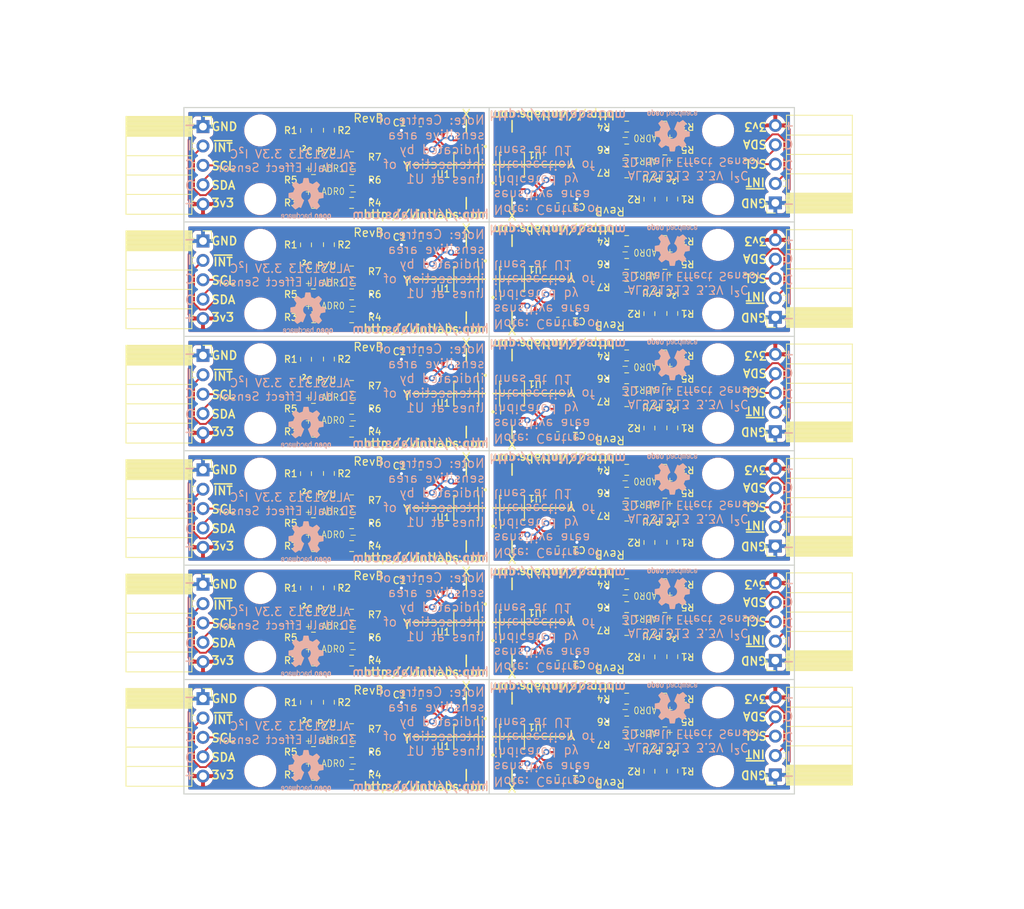
<source format=kicad_pcb>
(kicad_pcb (version 20171130) (host pcbnew 5.1.5)
  (layers (0 F.Cu signal) (31 B.Cu signal) (34 B.Paste user) (35 F.Paste user) (36 B.SilkS user) (37 F.SilkS user) (38 B.Mask user) (39 F.Mask user) (44 Edge.Cuts user))
  (net 0 "")
  (net 1 GND)
  (net 2 VCC)
  (net 3 ~INT)
  (net 4 SCL)
  (net 5 SDA)
  (net 6 ADR0)
  (net 7 ADR1)
  (net 8 "Net-(U1-Pad5)")
  (module Package_SO:TSSOP-8_3x3mm_P0.65mm (layer F.Cu) (at 157 82.5 270)
    (fp_text reference U1 (at 1.25 3 unlocked) (layer F.SilkS) (effects (font (size 0.9 0.9))))
    (fp_text value ALS31313)
    (pad 1 smd rect (at -3.2 -0.975 270) (size 1.8 0.4) (layers F.Cu F.Paste F.Mask) (net 2 VCC))
    (pad 2 smd rect (at -3.2 -0.325 270) (size 1.8 0.4) (layers F.Cu F.Paste F.Mask) (net 6 ADR0))
    (pad 4 smd rect (at -3.2 0.975 270) (size 1.8 0.4) (layers F.Cu F.Paste F.Mask) (net 3 ~INT))
    (pad 3 smd rect (at -3.2 0.325 270) (size 1.8 0.4) (layers F.Cu F.Paste F.Mask) (net 1 GND))
    (pad 6 smd rect (at 3.2 0.325 270) (size 1.8 0.4) (layers F.Cu F.Paste F.Mask) (net 7 ADR1))
    (pad 5 smd rect (at 3.2 0.975 270) (size 1.8 0.4) (layers F.Cu F.Paste F.Mask) (net 8 "Net-(U1-Pad5)"))
    (pad 7 smd rect (at 3.2 -0.325 270) (size 1.8 0.4) (layers F.Cu F.Paste F.Mask) (net 5 SDA))
    (pad 8 smd rect (at 3.2 -0.975 270) (size 1.8 0.4) (layers F.Cu F.Paste F.Mask) (net 4 SCL))
  )
  (module Symbol:OSHW-Logo2_7.3x6mm_SilkScreen (layer B.Cu) (at 136 87 180)
    (fp_text reference REF** hide)
    (fp_text value OSHW-Logo2_7.3x6mm_SilkScreen hide)
  )
  (module Capacitor_SMD:C_0603_1608Metric_Pad1.05x0.95mm_HandSolder (layer F.Cu) (at 151 77 180)
    (fp_text reference C1 (at 2.75 0 unlocked) (layer F.SilkS) (effects (font (size 0.9 0.9))))
    (fp_text value C)
    (pad 2 smd roundrect (at 0.875 0 180) (size 1.05 0.95) (layers F.Cu F.Paste F.Mask) (net 1 GND))
    (pad 1 smd roundrect (at -0.875 0 180) (size 1.05 0.95) (layers F.Cu F.Paste F.Mask) (net 2 VCC))
  )
  (module MountingHole:MountingHole_3.2mm_M3_DIN965 (layer F.Cu) (at 130 78)
    (fp_text reference REF** hide)
    (fp_text value MountingHole_3.2mm_M3_DIN965)
    (pad 1 np_thru_hole circle (at 0 0) (size 3.2 3.2) (drill 3.2) (layers *.Cu *.Mask))
  )
  (module MountingHole:MountingHole_3.2mm_M3_DIN965 (layer F.Cu) (at 130 87)
    (fp_text reference REF** hide)
    (fp_text value MountingHole_3.2mm_M3_DIN965)
    (pad 1 np_thru_hole circle (at 0 0) (size 3.2 3.2) (drill 3.2) (layers *.Cu *.Mask))
  )
  (module Resistor_SMD:R_0805_2012Metric_Pad1.15x1.40mm_HandSolder (layer F.Cu) (at 141.975 81.5)
    (fp_text reference R7 (at 3.025 0 unlocked) (layer F.SilkS) (effects (font (size 0.9 0.9))))
    (fp_text value 10k)
    (pad 2 smd roundrect (at 1.025 0) (size 1.15 1.4) (layers F.Cu F.Paste F.Mask) (roundrect_rratio 0.217391) (net 3 ~INT))
    (pad 1 smd roundrect (at -1.025 0) (size 1.15 1.4) (layers F.Cu F.Paste F.Mask) (roundrect_rratio 0.217391) (net 2 VCC))
  )
  (module Resistor_SMD:R_0805_2012Metric_Pad1.15x1.40mm_HandSolder (layer F.Cu) (at 141.975 84.5)
    (fp_text reference R6 (at 3.025 0 unlocked) (layer F.SilkS) (effects (font (size 0.9 0.9))))
    (fp_text value 10k)
    (pad 2 smd roundrect (at 1.025 0) (size 1.15 1.4) (layers F.Cu F.Paste F.Mask) (roundrect_rratio 0.217391) (net 1 GND))
    (pad 1 smd roundrect (at -1.025 0) (size 1.15 1.4) (layers F.Cu F.Paste F.Mask) (roundrect_rratio 0.217391) (net 7 ADR1))
  )
  (module Resistor_SMD:R_0805_2012Metric_Pad1.15x1.40mm_HandSolder (layer F.Cu) (at 136.975 84.5)
    (fp_text reference R5 (at -2.975 0 unlocked) (layer F.SilkS) (effects (font (size 0.9 0.9))))
    (fp_text value R)
    (pad 2 smd roundrect (at 1.025 0) (size 1.15 1.4) (layers F.Cu F.Paste F.Mask) (roundrect_rratio 0.217391) (net 7 ADR1))
    (pad 1 smd roundrect (at -1.025 0) (size 1.15 1.4) (layers F.Cu F.Paste F.Mask) (roundrect_rratio 0.217391) (net 2 VCC))
  )
  (module Resistor_SMD:R_0805_2012Metric_Pad1.15x1.40mm_HandSolder (layer F.Cu) (at 141.975 87.5)
    (fp_text reference R4 (at 3.025 0 unlocked) (layer F.SilkS) (effects (font (size 0.9 0.9))))
    (fp_text value 10k)
    (pad 2 smd roundrect (at 1.025 0) (size 1.15 1.4) (layers F.Cu F.Paste F.Mask) (roundrect_rratio 0.217391) (net 1 GND))
    (pad 1 smd roundrect (at -1.025 0) (size 1.15 1.4) (layers F.Cu F.Paste F.Mask) (roundrect_rratio 0.217391) (net 6 ADR0))
  )
  (module Resistor_SMD:R_0805_2012Metric_Pad1.15x1.40mm_HandSolder (layer F.Cu) (at 137 87.5)
    (fp_text reference R3 (at -3 0 unlocked) (layer F.SilkS) (effects (font (size 0.9 0.9))))
    (fp_text value R)
    (pad 2 smd roundrect (at 1.025 0) (size 1.15 1.4) (layers F.Cu F.Paste F.Mask) (roundrect_rratio 0.217391) (net 6 ADR0))
    (pad 1 smd roundrect (at -1.025 0) (size 1.15 1.4) (layers F.Cu F.Paste F.Mask) (roundrect_rratio 0.217391) (net 2 VCC))
  )
  (module Resistor_SMD:R_0805_2012Metric_Pad1.15x1.40mm_HandSolder (layer F.Cu) (at 139 77.975 270)
    (fp_text reference R2 (at 0.025 -2 unlocked) (layer F.SilkS) (effects (font (size 0.9 0.9))))
    (fp_text value 10k)
    (pad 2 smd roundrect (at 1.025 0 270) (size 1.15 1.4) (layers F.Cu F.Paste F.Mask) (roundrect_rratio 0.217391) (net 5 SDA))
    (pad 1 smd roundrect (at -1.025 0 270) (size 1.15 1.4) (layers F.Cu F.Paste F.Mask) (roundrect_rratio 0.217391) (net 2 VCC))
  )
  (module Resistor_SMD:R_0805_2012Metric_Pad1.15x1.40mm_HandSolder (layer F.Cu) (at 136 78 270)
    (fp_text reference R1 (at 0 2 unlocked) (layer F.SilkS) (effects (font (size 0.9 0.9))))
    (fp_text value 10k)
    (pad 1 smd roundrect (at -1.025 0 270) (size 1.15 1.4) (layers F.Cu F.Paste F.Mask) (roundrect_rratio 0.217391) (net 2 VCC))
    (pad 2 smd roundrect (at 1.025 0 270) (size 1.15 1.4) (layers F.Cu F.Paste F.Mask) (roundrect_rratio 0.217391) (net 4 SCL))
  )
  (module Connector_PinSocket_2.54mm:PinSocket_1x05_P2.54mm_Horizontal (layer F.Cu) (at 122.5 77.5)
    (fp_text reference J1 (at -2.286 0 unlocked) (layer F.SilkS) (effects (font (size 0.9 0.9))))
    (fp_text value Conn_01x05)
    (pad 1 thru_hole rect (at 0 0) (size 1.7 1.7) (drill 1) (layers *.Cu *.Mask) (net 1 GND))
    (pad 2 thru_hole oval (at 0 2.54) (size 1.7 1.7) (drill 1) (layers *.Cu *.Mask) (net 3 ~INT))
    (pad 3 thru_hole oval (at 0 5.08) (size 1.7 1.7) (drill 1) (layers *.Cu *.Mask) (net 4 SCL))
    (pad 4 thru_hole oval (at 0 7.62) (size 1.7 1.7) (drill 1) (layers *.Cu *.Mask) (net 5 SDA))
    (pad 5 thru_hole oval (at 0 10.16) (size 1.7 1.7) (drill 1) (layers *.Cu *.Mask) (net 2 VCC))
  )
  (module Package_SO:TSSOP-8_3x3mm_P0.65mm (layer F.Cu) (at 157 97.5 270)
    (fp_text reference U1 (at 1.25 3 unlocked) (layer F.SilkS) (effects (font (size 0.9 0.9))))
    (fp_text value ALS31313)
    (pad 1 smd rect (at -3.2 -0.975 270) (size 1.8 0.4) (layers F.Cu F.Paste F.Mask) (net 2 VCC))
    (pad 2 smd rect (at -3.2 -0.325 270) (size 1.8 0.4) (layers F.Cu F.Paste F.Mask) (net 6 ADR0))
    (pad 4 smd rect (at -3.2 0.975 270) (size 1.8 0.4) (layers F.Cu F.Paste F.Mask) (net 3 ~INT))
    (pad 3 smd rect (at -3.2 0.325 270) (size 1.8 0.4) (layers F.Cu F.Paste F.Mask) (net 1 GND))
    (pad 6 smd rect (at 3.2 0.325 270) (size 1.8 0.4) (layers F.Cu F.Paste F.Mask) (net 7 ADR1))
    (pad 5 smd rect (at 3.2 0.975 270) (size 1.8 0.4) (layers F.Cu F.Paste F.Mask) (net 8 "Net-(U1-Pad5)"))
    (pad 7 smd rect (at 3.2 -0.325 270) (size 1.8 0.4) (layers F.Cu F.Paste F.Mask) (net 5 SDA))
    (pad 8 smd rect (at 3.2 -0.975 270) (size 1.8 0.4) (layers F.Cu F.Paste F.Mask) (net 4 SCL))
  )
  (module Symbol:OSHW-Logo2_7.3x6mm_SilkScreen (layer B.Cu) (at 136.25 102 180)
    (fp_text reference REF** hide)
    (fp_text value OSHW-Logo2_7.3x6mm_SilkScreen hide)
  )
  (module Capacitor_SMD:C_0603_1608Metric_Pad1.05x0.95mm_HandSolder (layer F.Cu) (at 151 92 180)
    (fp_text reference C1 (at 2.75 0 unlocked) (layer F.SilkS) (effects (font (size 0.9 0.9))))
    (fp_text value C)
    (pad 2 smd roundrect (at 0.875 0 180) (size 1.05 0.95) (layers F.Cu F.Paste F.Mask) (net 1 GND))
    (pad 1 smd roundrect (at -0.875 0 180) (size 1.05 0.95) (layers F.Cu F.Paste F.Mask) (net 2 VCC))
  )
  (module MountingHole:MountingHole_3.2mm_M3_DIN965 (layer F.Cu) (at 130 93)
    (fp_text reference REF** hide)
    (fp_text value MountingHole_3.2mm_M3_DIN965)
    (pad 1 np_thru_hole circle (at 0 0) (size 3.2 3.2) (drill 3.2) (layers *.Cu *.Mask))
  )
  (module MountingHole:MountingHole_3.2mm_M3_DIN965 (layer F.Cu) (at 130 102)
    (fp_text reference REF** hide)
    (fp_text value MountingHole_3.2mm_M3_DIN965)
    (pad 1 np_thru_hole circle (at 0 0) (size 3.2 3.2) (drill 3.2) (layers *.Cu *.Mask))
  )
  (module Resistor_SMD:R_0805_2012Metric_Pad1.15x1.40mm_HandSolder (layer F.Cu) (at 141.975 96.5)
    (fp_text reference R7 (at 3.025 0 unlocked) (layer F.SilkS) (effects (font (size 0.9 0.9))))
    (fp_text value 10k)
    (pad 2 smd roundrect (at 1.025 0) (size 1.15 1.4) (layers F.Cu F.Paste F.Mask) (roundrect_rratio 0.217391) (net 3 ~INT))
    (pad 1 smd roundrect (at -1.025 0) (size 1.15 1.4) (layers F.Cu F.Paste F.Mask) (roundrect_rratio 0.217391) (net 2 VCC))
  )
  (module Resistor_SMD:R_0805_2012Metric_Pad1.15x1.40mm_HandSolder (layer F.Cu) (at 141.975 99.5)
    (fp_text reference R6 (at 3.025 0 unlocked) (layer F.SilkS) (effects (font (size 0.9 0.9))))
    (fp_text value 10k)
    (pad 2 smd roundrect (at 1.025 0) (size 1.15 1.4) (layers F.Cu F.Paste F.Mask) (roundrect_rratio 0.217391) (net 1 GND))
    (pad 1 smd roundrect (at -1.025 0) (size 1.15 1.4) (layers F.Cu F.Paste F.Mask) (roundrect_rratio 0.217391) (net 7 ADR1))
  )
  (module Resistor_SMD:R_0805_2012Metric_Pad1.15x1.40mm_HandSolder (layer F.Cu) (at 136.975 99.5)
    (fp_text reference R5 (at -2.975 0 unlocked) (layer F.SilkS) (effects (font (size 0.9 0.9))))
    (fp_text value R)
    (pad 2 smd roundrect (at 1.025 0) (size 1.15 1.4) (layers F.Cu F.Paste F.Mask) (roundrect_rratio 0.217391) (net 7 ADR1))
    (pad 1 smd roundrect (at -1.025 0) (size 1.15 1.4) (layers F.Cu F.Paste F.Mask) (roundrect_rratio 0.217391) (net 2 VCC))
  )
  (module Resistor_SMD:R_0805_2012Metric_Pad1.15x1.40mm_HandSolder (layer F.Cu) (at 141.975 102.5)
    (fp_text reference R4 (at 3.025 0 unlocked) (layer F.SilkS) (effects (font (size 0.9 0.9))))
    (fp_text value 10k)
    (pad 2 smd roundrect (at 1.025 0) (size 1.15 1.4) (layers F.Cu F.Paste F.Mask) (roundrect_rratio 0.217391) (net 1 GND))
    (pad 1 smd roundrect (at -1.025 0) (size 1.15 1.4) (layers F.Cu F.Paste F.Mask) (roundrect_rratio 0.217391) (net 6 ADR0))
  )
  (module Resistor_SMD:R_0805_2012Metric_Pad1.15x1.40mm_HandSolder (layer F.Cu) (at 137 102.5)
    (fp_text reference R3 (at -3 0 unlocked) (layer F.SilkS) (effects (font (size 0.9 0.9))))
    (fp_text value R)
    (pad 2 smd roundrect (at 1.025 0) (size 1.15 1.4) (layers F.Cu F.Paste F.Mask) (roundrect_rratio 0.217391) (net 6 ADR0))
    (pad 1 smd roundrect (at -1.025 0) (size 1.15 1.4) (layers F.Cu F.Paste F.Mask) (roundrect_rratio 0.217391) (net 2 VCC))
  )
  (module Resistor_SMD:R_0805_2012Metric_Pad1.15x1.40mm_HandSolder (layer F.Cu) (at 139 92.975 270)
    (fp_text reference R2 (at 0.025 -2 unlocked) (layer F.SilkS) (effects (font (size 0.9 0.9))))
    (fp_text value 10k)
    (pad 2 smd roundrect (at 1.025 0 270) (size 1.15 1.4) (layers F.Cu F.Paste F.Mask) (roundrect_rratio 0.217391) (net 5 SDA))
    (pad 1 smd roundrect (at -1.025 0 270) (size 1.15 1.4) (layers F.Cu F.Paste F.Mask) (roundrect_rratio 0.217391) (net 2 VCC))
  )
  (module Resistor_SMD:R_0805_2012Metric_Pad1.15x1.40mm_HandSolder (layer F.Cu) (at 136 93 270)
    (fp_text reference R1 (at 0 2 unlocked) (layer F.SilkS) (effects (font (size 0.9 0.9))))
    (fp_text value 10k)
    (pad 1 smd roundrect (at -1.025 0 270) (size 1.15 1.4) (layers F.Cu F.Paste F.Mask) (roundrect_rratio 0.217391) (net 2 VCC))
    (pad 2 smd roundrect (at 1.025 0 270) (size 1.15 1.4) (layers F.Cu F.Paste F.Mask) (roundrect_rratio 0.217391) (net 4 SCL))
  )
  (module Connector_PinSocket_2.54mm:PinSocket_1x05_P2.54mm_Horizontal (layer F.Cu) (at 122.5 92.5)
    (fp_text reference J1 (at -2.286 0 unlocked) (layer F.SilkS) (effects (font (size 0.9 0.9))))
    (fp_text value Conn_01x05)
    (pad 1 thru_hole rect (at 0 0) (size 1.7 1.7) (drill 1) (layers *.Cu *.Mask) (net 1 GND))
    (pad 2 thru_hole oval (at 0 2.54) (size 1.7 1.7) (drill 1) (layers *.Cu *.Mask) (net 3 ~INT))
    (pad 3 thru_hole oval (at 0 5.08) (size 1.7 1.7) (drill 1) (layers *.Cu *.Mask) (net 4 SCL))
    (pad 4 thru_hole oval (at 0 7.62) (size 1.7 1.7) (drill 1) (layers *.Cu *.Mask) (net 5 SDA))
    (pad 5 thru_hole oval (at 0 10.16) (size 1.7 1.7) (drill 1) (layers *.Cu *.Mask) (net 2 VCC))
  )
  (module Package_SO:TSSOP-8_3x3mm_P0.65mm (layer F.Cu) (at 157 112.5 270)
    (fp_text reference U1 (at 1.25 3 unlocked) (layer F.SilkS) (effects (font (size 0.9 0.9))))
    (fp_text value ALS31313)
    (pad 1 smd rect (at -3.2 -0.975 270) (size 1.8 0.4) (layers F.Cu F.Paste F.Mask) (net 2 VCC))
    (pad 2 smd rect (at -3.2 -0.325 270) (size 1.8 0.4) (layers F.Cu F.Paste F.Mask) (net 6 ADR0))
    (pad 4 smd rect (at -3.2 0.975 270) (size 1.8 0.4) (layers F.Cu F.Paste F.Mask) (net 3 ~INT))
    (pad 3 smd rect (at -3.2 0.325 270) (size 1.8 0.4) (layers F.Cu F.Paste F.Mask) (net 1 GND))
    (pad 6 smd rect (at 3.2 0.325 270) (size 1.8 0.4) (layers F.Cu F.Paste F.Mask) (net 7 ADR1))
    (pad 5 smd rect (at 3.2 0.975 270) (size 1.8 0.4) (layers F.Cu F.Paste F.Mask) (net 8 "Net-(U1-Pad5)"))
    (pad 7 smd rect (at 3.2 -0.325 270) (size 1.8 0.4) (layers F.Cu F.Paste F.Mask) (net 5 SDA))
    (pad 8 smd rect (at 3.2 -0.975 270) (size 1.8 0.4) (layers F.Cu F.Paste F.Mask) (net 4 SCL))
  )
  (module Symbol:OSHW-Logo2_7.3x6mm_SilkScreen (layer B.Cu) (at 136 117 180)
    (fp_text reference REF** hide)
    (fp_text value OSHW-Logo2_7.3x6mm_SilkScreen hide)
  )
  (module Capacitor_SMD:C_0603_1608Metric_Pad1.05x0.95mm_HandSolder (layer F.Cu) (at 151 107 180)
    (fp_text reference C1 (at 2.75 0 unlocked) (layer F.SilkS) (effects (font (size 0.9 0.9))))
    (fp_text value C)
    (pad 2 smd roundrect (at 0.875 0 180) (size 1.05 0.95) (layers F.Cu F.Paste F.Mask) (net 1 GND))
    (pad 1 smd roundrect (at -0.875 0 180) (size 1.05 0.95) (layers F.Cu F.Paste F.Mask) (net 2 VCC))
  )
  (module MountingHole:MountingHole_3.2mm_M3_DIN965 (layer F.Cu) (at 130 108)
    (fp_text reference REF** hide)
    (fp_text value MountingHole_3.2mm_M3_DIN965)
    (pad 1 np_thru_hole circle (at 0 0) (size 3.2 3.2) (drill 3.2) (layers *.Cu *.Mask))
  )
  (module MountingHole:MountingHole_3.2mm_M3_DIN965 (layer F.Cu) (at 130 117)
    (fp_text reference REF** hide)
    (fp_text value MountingHole_3.2mm_M3_DIN965)
    (pad 1 np_thru_hole circle (at 0 0) (size 3.2 3.2) (drill 3.2) (layers *.Cu *.Mask))
  )
  (module Resistor_SMD:R_0805_2012Metric_Pad1.15x1.40mm_HandSolder (layer F.Cu) (at 141.975 111.5)
    (fp_text reference R7 (at 3.025 0 unlocked) (layer F.SilkS) (effects (font (size 0.9 0.9))))
    (fp_text value 10k)
    (pad 2 smd roundrect (at 1.025 0) (size 1.15 1.4) (layers F.Cu F.Paste F.Mask) (roundrect_rratio 0.217391) (net 3 ~INT))
    (pad 1 smd roundrect (at -1.025 0) (size 1.15 1.4) (layers F.Cu F.Paste F.Mask) (roundrect_rratio 0.217391) (net 2 VCC))
  )
  (module Resistor_SMD:R_0805_2012Metric_Pad1.15x1.40mm_HandSolder (layer F.Cu) (at 141.975 114.5)
    (fp_text reference R6 (at 3.025 0 unlocked) (layer F.SilkS) (effects (font (size 0.9 0.9))))
    (fp_text value 10k)
    (pad 2 smd roundrect (at 1.025 0) (size 1.15 1.4) (layers F.Cu F.Paste F.Mask) (roundrect_rratio 0.217391) (net 1 GND))
    (pad 1 smd roundrect (at -1.025 0) (size 1.15 1.4) (layers F.Cu F.Paste F.Mask) (roundrect_rratio 0.217391) (net 7 ADR1))
  )
  (module Resistor_SMD:R_0805_2012Metric_Pad1.15x1.40mm_HandSolder (layer F.Cu) (at 136.975 114.5)
    (fp_text reference R5 (at -2.975 0 unlocked) (layer F.SilkS) (effects (font (size 0.9 0.9))))
    (fp_text value R)
    (pad 2 smd roundrect (at 1.025 0) (size 1.15 1.4) (layers F.Cu F.Paste F.Mask) (roundrect_rratio 0.217391) (net 7 ADR1))
    (pad 1 smd roundrect (at -1.025 0) (size 1.15 1.4) (layers F.Cu F.Paste F.Mask) (roundrect_rratio 0.217391) (net 2 VCC))
  )
  (module Resistor_SMD:R_0805_2012Metric_Pad1.15x1.40mm_HandSolder (layer F.Cu) (at 141.975 117.5)
    (fp_text reference R4 (at 3.025 0 unlocked) (layer F.SilkS) (effects (font (size 0.9 0.9))))
    (fp_text value 10k)
    (pad 2 smd roundrect (at 1.025 0) (size 1.15 1.4) (layers F.Cu F.Paste F.Mask) (roundrect_rratio 0.217391) (net 1 GND))
    (pad 1 smd roundrect (at -1.025 0) (size 1.15 1.4) (layers F.Cu F.Paste F.Mask) (roundrect_rratio 0.217391) (net 6 ADR0))
  )
  (module Resistor_SMD:R_0805_2012Metric_Pad1.15x1.40mm_HandSolder (layer F.Cu) (at 137 117.5)
    (fp_text reference R3 (at -3 0 unlocked) (layer F.SilkS) (effects (font (size 0.9 0.9))))
    (fp_text value R)
    (pad 2 smd roundrect (at 1.025 0) (size 1.15 1.4) (layers F.Cu F.Paste F.Mask) (roundrect_rratio 0.217391) (net 6 ADR0))
    (pad 1 smd roundrect (at -1.025 0) (size 1.15 1.4) (layers F.Cu F.Paste F.Mask) (roundrect_rratio 0.217391) (net 2 VCC))
  )
  (module Resistor_SMD:R_0805_2012Metric_Pad1.15x1.40mm_HandSolder (layer F.Cu) (at 139 107.975 270)
    (fp_text reference R2 (at 0.025 -2 unlocked) (layer F.SilkS) (effects (font (size 0.9 0.9))))
    (fp_text value 10k)
    (pad 2 smd roundrect (at 1.025 0 270) (size 1.15 1.4) (layers F.Cu F.Paste F.Mask) (roundrect_rratio 0.217391) (net 5 SDA))
    (pad 1 smd roundrect (at -1.025 0 270) (size 1.15 1.4) (layers F.Cu F.Paste F.Mask) (roundrect_rratio 0.217391) (net 2 VCC))
  )
  (module Resistor_SMD:R_0805_2012Metric_Pad1.15x1.40mm_HandSolder (layer F.Cu) (at 136 108 270)
    (fp_text reference R1 (at 0 2 unlocked) (layer F.SilkS) (effects (font (size 0.9 0.9))))
    (fp_text value 10k)
    (pad 1 smd roundrect (at -1.025 0 270) (size 1.15 1.4) (layers F.Cu F.Paste F.Mask) (roundrect_rratio 0.217391) (net 2 VCC))
    (pad 2 smd roundrect (at 1.025 0 270) (size 1.15 1.4) (layers F.Cu F.Paste F.Mask) (roundrect_rratio 0.217391) (net 4 SCL))
  )
  (module Connector_PinSocket_2.54mm:PinSocket_1x05_P2.54mm_Horizontal (layer F.Cu) (at 122.5 107.5)
    (fp_text reference J1 (at -2.286 0 unlocked) (layer F.SilkS) (effects (font (size 0.9 0.9))))
    (fp_text value Conn_01x05)
    (pad 1 thru_hole rect (at 0 0) (size 1.7 1.7) (drill 1) (layers *.Cu *.Mask) (net 1 GND))
    (pad 2 thru_hole oval (at 0 2.54) (size 1.7 1.7) (drill 1) (layers *.Cu *.Mask) (net 3 ~INT))
    (pad 3 thru_hole oval (at 0 5.08) (size 1.7 1.7) (drill 1) (layers *.Cu *.Mask) (net 4 SCL))
    (pad 4 thru_hole oval (at 0 7.62) (size 1.7 1.7) (drill 1) (layers *.Cu *.Mask) (net 5 SDA))
    (pad 5 thru_hole oval (at 0 10.16) (size 1.7 1.7) (drill 1) (layers *.Cu *.Mask) (net 2 VCC))
  )
  (module Package_SO:TSSOP-8_3x3mm_P0.65mm (layer F.Cu) (at 157 127.5 270)
    (fp_text reference U1 (at 1.25 3 unlocked) (layer F.SilkS) (effects (font (size 0.9 0.9))))
    (fp_text value ALS31313)
    (pad 1 smd rect (at -3.2 -0.975 270) (size 1.8 0.4) (layers F.Cu F.Paste F.Mask) (net 2 VCC))
    (pad 2 smd rect (at -3.2 -0.325 270) (size 1.8 0.4) (layers F.Cu F.Paste F.Mask) (net 6 ADR0))
    (pad 4 smd rect (at -3.2 0.975 270) (size 1.8 0.4) (layers F.Cu F.Paste F.Mask) (net 3 ~INT))
    (pad 3 smd rect (at -3.2 0.325 270) (size 1.8 0.4) (layers F.Cu F.Paste F.Mask) (net 1 GND))
    (pad 6 smd rect (at 3.2 0.325 270) (size 1.8 0.4) (layers F.Cu F.Paste F.Mask) (net 7 ADR1))
    (pad 5 smd rect (at 3.2 0.975 270) (size 1.8 0.4) (layers F.Cu F.Paste F.Mask) (net 8 "Net-(U1-Pad5)"))
    (pad 7 smd rect (at 3.2 -0.325 270) (size 1.8 0.4) (layers F.Cu F.Paste F.Mask) (net 5 SDA))
    (pad 8 smd rect (at 3.2 -0.975 270) (size 1.8 0.4) (layers F.Cu F.Paste F.Mask) (net 4 SCL))
  )
  (module Symbol:OSHW-Logo2_7.3x6mm_SilkScreen (layer B.Cu) (at 136 132 180)
    (fp_text reference REF** hide)
    (fp_text value OSHW-Logo2_7.3x6mm_SilkScreen hide)
  )
  (module Capacitor_SMD:C_0603_1608Metric_Pad1.05x0.95mm_HandSolder (layer F.Cu) (at 151 122 180)
    (fp_text reference C1 (at 2.75 0 unlocked) (layer F.SilkS) (effects (font (size 0.9 0.9))))
    (fp_text value C)
    (pad 2 smd roundrect (at 0.875 0 180) (size 1.05 0.95) (layers F.Cu F.Paste F.Mask) (net 1 GND))
    (pad 1 smd roundrect (at -0.875 0 180) (size 1.05 0.95) (layers F.Cu F.Paste F.Mask) (net 2 VCC))
  )
  (module MountingHole:MountingHole_3.2mm_M3_DIN965 (layer F.Cu) (at 130 123)
    (fp_text reference REF** hide)
    (fp_text value MountingHole_3.2mm_M3_DIN965)
    (pad 1 np_thru_hole circle (at 0 0) (size 3.2 3.2) (drill 3.2) (layers *.Cu *.Mask))
  )
  (module MountingHole:MountingHole_3.2mm_M3_DIN965 (layer F.Cu) (at 130 132)
    (fp_text reference REF** hide)
    (fp_text value MountingHole_3.2mm_M3_DIN965)
    (pad 1 np_thru_hole circle (at 0 0) (size 3.2 3.2) (drill 3.2) (layers *.Cu *.Mask))
  )
  (module Resistor_SMD:R_0805_2012Metric_Pad1.15x1.40mm_HandSolder (layer F.Cu) (at 141.975 126.5)
    (fp_text reference R7 (at 3.025 0 unlocked) (layer F.SilkS) (effects (font (size 0.9 0.9))))
    (fp_text value 10k)
    (pad 2 smd roundrect (at 1.025 0) (size 1.15 1.4) (layers F.Cu F.Paste F.Mask) (roundrect_rratio 0.217391) (net 3 ~INT))
    (pad 1 smd roundrect (at -1.025 0) (size 1.15 1.4) (layers F.Cu F.Paste F.Mask) (roundrect_rratio 0.217391) (net 2 VCC))
  )
  (module Resistor_SMD:R_0805_2012Metric_Pad1.15x1.40mm_HandSolder (layer F.Cu) (at 141.975 129.5)
    (fp_text reference R6 (at 3.025 0 unlocked) (layer F.SilkS) (effects (font (size 0.9 0.9))))
    (fp_text value 10k)
    (pad 2 smd roundrect (at 1.025 0) (size 1.15 1.4) (layers F.Cu F.Paste F.Mask) (roundrect_rratio 0.217391) (net 1 GND))
    (pad 1 smd roundrect (at -1.025 0) (size 1.15 1.4) (layers F.Cu F.Paste F.Mask) (roundrect_rratio 0.217391) (net 7 ADR1))
  )
  (module Resistor_SMD:R_0805_2012Metric_Pad1.15x1.40mm_HandSolder (layer F.Cu) (at 136.975 129.5)
    (fp_text reference R5 (at -2.975 0 unlocked) (layer F.SilkS) (effects (font (size 0.9 0.9))))
    (fp_text value R)
    (pad 2 smd roundrect (at 1.025 0) (size 1.15 1.4) (layers F.Cu F.Paste F.Mask) (roundrect_rratio 0.217391) (net 7 ADR1))
    (pad 1 smd roundrect (at -1.025 0) (size 1.15 1.4) (layers F.Cu F.Paste F.Mask) (roundrect_rratio 0.217391) (net 2 VCC))
  )
  (module Resistor_SMD:R_0805_2012Metric_Pad1.15x1.40mm_HandSolder (layer F.Cu) (at 141.975 132.5)
    (fp_text reference R4 (at 3.025 0 unlocked) (layer F.SilkS) (effects (font (size 0.9 0.9))))
    (fp_text value 10k)
    (pad 2 smd roundrect (at 1.025 0) (size 1.15 1.4) (layers F.Cu F.Paste F.Mask) (roundrect_rratio 0.217391) (net 1 GND))
    (pad 1 smd roundrect (at -1.025 0) (size 1.15 1.4) (layers F.Cu F.Paste F.Mask) (roundrect_rratio 0.217391) (net 6 ADR0))
  )
  (module Resistor_SMD:R_0805_2012Metric_Pad1.15x1.40mm_HandSolder (layer F.Cu) (at 137 132.5)
    (fp_text reference R3 (at -3 0 unlocked) (layer F.SilkS) (effects (font (size 0.9 0.9))))
    (fp_text value R)
    (pad 2 smd roundrect (at 1.025 0) (size 1.15 1.4) (layers F.Cu F.Paste F.Mask) (roundrect_rratio 0.217391) (net 6 ADR0))
    (pad 1 smd roundrect (at -1.025 0) (size 1.15 1.4) (layers F.Cu F.Paste F.Mask) (roundrect_rratio 0.217391) (net 2 VCC))
  )
  (module Resistor_SMD:R_0805_2012Metric_Pad1.15x1.40mm_HandSolder (layer F.Cu) (at 139 122.975 270)
    (fp_text reference R2 (at 0.025 -2 unlocked) (layer F.SilkS) (effects (font (size 0.9 0.9))))
    (fp_text value 10k)
    (pad 2 smd roundrect (at 1.025 0 270) (size 1.15 1.4) (layers F.Cu F.Paste F.Mask) (roundrect_rratio 0.217391) (net 5 SDA))
    (pad 1 smd roundrect (at -1.025 0 270) (size 1.15 1.4) (layers F.Cu F.Paste F.Mask) (roundrect_rratio 0.217391) (net 2 VCC))
  )
  (module Resistor_SMD:R_0805_2012Metric_Pad1.15x1.40mm_HandSolder (layer F.Cu) (at 136 123 270)
    (fp_text reference R1 (at 0 2 unlocked) (layer F.SilkS) (effects (font (size 0.9 0.9))))
    (fp_text value 10k)
    (pad 1 smd roundrect (at -1.025 0 270) (size 1.15 1.4) (layers F.Cu F.Paste F.Mask) (roundrect_rratio 0.217391) (net 2 VCC))
    (pad 2 smd roundrect (at 1.025 0 270) (size 1.15 1.4) (layers F.Cu F.Paste F.Mask) (roundrect_rratio 0.217391) (net 4 SCL))
  )
  (module Connector_PinSocket_2.54mm:PinSocket_1x05_P2.54mm_Horizontal (layer F.Cu) (at 122.5 122.5)
    (fp_text reference J1 (at -2.286 0 unlocked) (layer F.SilkS) (effects (font (size 0.9 0.9))))
    (fp_text value Conn_01x05)
    (pad 1 thru_hole rect (at 0 0) (size 1.7 1.7) (drill 1) (layers *.Cu *.Mask) (net 1 GND))
    (pad 2 thru_hole oval (at 0 2.54) (size 1.7 1.7) (drill 1) (layers *.Cu *.Mask) (net 3 ~INT))
    (pad 3 thru_hole oval (at 0 5.08) (size 1.7 1.7) (drill 1) (layers *.Cu *.Mask) (net 4 SCL))
    (pad 4 thru_hole oval (at 0 7.62) (size 1.7 1.7) (drill 1) (layers *.Cu *.Mask) (net 5 SDA))
    (pad 5 thru_hole oval (at 0 10.16) (size 1.7 1.7) (drill 1) (layers *.Cu *.Mask) (net 2 VCC))
  )
  (module Package_SO:TSSOP-8_3x3mm_P0.65mm (layer F.Cu) (at 157 142.5 270)
    (fp_text reference U1 (at 1.25 3 unlocked) (layer F.SilkS) (effects (font (size 0.9 0.9))))
    (fp_text value ALS31313)
    (pad 1 smd rect (at -3.2 -0.975 270) (size 1.8 0.4) (layers F.Cu F.Paste F.Mask) (net 2 VCC))
    (pad 2 smd rect (at -3.2 -0.325 270) (size 1.8 0.4) (layers F.Cu F.Paste F.Mask) (net 6 ADR0))
    (pad 4 smd rect (at -3.2 0.975 270) (size 1.8 0.4) (layers F.Cu F.Paste F.Mask) (net 3 ~INT))
    (pad 3 smd rect (at -3.2 0.325 270) (size 1.8 0.4) (layers F.Cu F.Paste F.Mask) (net 1 GND))
    (pad 6 smd rect (at 3.2 0.325 270) (size 1.8 0.4) (layers F.Cu F.Paste F.Mask) (net 7 ADR1))
    (pad 5 smd rect (at 3.2 0.975 270) (size 1.8 0.4) (layers F.Cu F.Paste F.Mask) (net 8 "Net-(U1-Pad5)"))
    (pad 7 smd rect (at 3.2 -0.325 270) (size 1.8 0.4) (layers F.Cu F.Paste F.Mask) (net 5 SDA))
    (pad 8 smd rect (at 3.2 -0.975 270) (size 1.8 0.4) (layers F.Cu F.Paste F.Mask) (net 4 SCL))
  )
  (module Symbol:OSHW-Logo2_7.3x6mm_SilkScreen (layer B.Cu) (at 136 147 180)
    (fp_text reference REF** hide)
    (fp_text value OSHW-Logo2_7.3x6mm_SilkScreen hide)
  )
  (module Capacitor_SMD:C_0603_1608Metric_Pad1.05x0.95mm_HandSolder (layer F.Cu) (at 151 137 180)
    (fp_text reference C1 (at 2.75 0 unlocked) (layer F.SilkS) (effects (font (size 0.9 0.9))))
    (fp_text value C)
    (pad 2 smd roundrect (at 0.875 0 180) (size 1.05 0.95) (layers F.Cu F.Paste F.Mask) (net 1 GND))
    (pad 1 smd roundrect (at -0.875 0 180) (size 1.05 0.95) (layers F.Cu F.Paste F.Mask) (net 2 VCC))
  )
  (module MountingHole:MountingHole_3.2mm_M3_DIN965 (layer F.Cu) (at 130 138)
    (fp_text reference REF** hide)
    (fp_text value MountingHole_3.2mm_M3_DIN965)
    (pad 1 np_thru_hole circle (at 0 0) (size 3.2 3.2) (drill 3.2) (layers *.Cu *.Mask))
  )
  (module MountingHole:MountingHole_3.2mm_M3_DIN965 (layer F.Cu) (at 130 147)
    (fp_text reference REF** hide)
    (fp_text value MountingHole_3.2mm_M3_DIN965)
    (pad 1 np_thru_hole circle (at 0 0) (size 3.2 3.2) (drill 3.2) (layers *.Cu *.Mask))
  )
  (module Resistor_SMD:R_0805_2012Metric_Pad1.15x1.40mm_HandSolder (layer F.Cu) (at 141.975 141.5)
    (fp_text reference R7 (at 3.025 0 unlocked) (layer F.SilkS) (effects (font (size 0.9 0.9))))
    (fp_text value 10k)
    (pad 2 smd roundrect (at 1.025 0) (size 1.15 1.4) (layers F.Cu F.Paste F.Mask) (roundrect_rratio 0.217391) (net 3 ~INT))
    (pad 1 smd roundrect (at -1.025 0) (size 1.15 1.4) (layers F.Cu F.Paste F.Mask) (roundrect_rratio 0.217391) (net 2 VCC))
  )
  (module Resistor_SMD:R_0805_2012Metric_Pad1.15x1.40mm_HandSolder (layer F.Cu) (at 141.975 144.5)
    (fp_text reference R6 (at 3.025 0 unlocked) (layer F.SilkS) (effects (font (size 0.9 0.9))))
    (fp_text value 10k)
    (pad 2 smd roundrect (at 1.025 0) (size 1.15 1.4) (layers F.Cu F.Paste F.Mask) (roundrect_rratio 0.217391) (net 1 GND))
    (pad 1 smd roundrect (at -1.025 0) (size 1.15 1.4) (layers F.Cu F.Paste F.Mask) (roundrect_rratio 0.217391) (net 7 ADR1))
  )
  (module Resistor_SMD:R_0805_2012Metric_Pad1.15x1.40mm_HandSolder (layer F.Cu) (at 136.975 144.5)
    (fp_text reference R5 (at -2.975 0 unlocked) (layer F.SilkS) (effects (font (size 0.9 0.9))))
    (fp_text value R)
    (pad 2 smd roundrect (at 1.025 0) (size 1.15 1.4) (layers F.Cu F.Paste F.Mask) (roundrect_rratio 0.217391) (net 7 ADR1))
    (pad 1 smd roundrect (at -1.025 0) (size 1.15 1.4) (layers F.Cu F.Paste F.Mask) (roundrect_rratio 0.217391) (net 2 VCC))
  )
  (module Resistor_SMD:R_0805_2012Metric_Pad1.15x1.40mm_HandSolder (layer F.Cu) (at 141.975 147.5)
    (fp_text reference R4 (at 3.025 0 unlocked) (layer F.SilkS) (effects (font (size 0.9 0.9))))
    (fp_text value 10k)
    (pad 2 smd roundrect (at 1.025 0) (size 1.15 1.4) (layers F.Cu F.Paste F.Mask) (roundrect_rratio 0.217391) (net 1 GND))
    (pad 1 smd roundrect (at -1.025 0) (size 1.15 1.4) (layers F.Cu F.Paste F.Mask) (roundrect_rratio 0.217391) (net 6 ADR0))
  )
  (module Resistor_SMD:R_0805_2012Metric_Pad1.15x1.40mm_HandSolder (layer F.Cu) (at 137 147.5)
    (fp_text reference R3 (at -3 0 unlocked) (layer F.SilkS) (effects (font (size 0.9 0.9))))
    (fp_text value R)
    (pad 2 smd roundrect (at 1.025 0) (size 1.15 1.4) (layers F.Cu F.Paste F.Mask) (roundrect_rratio 0.217391) (net 6 ADR0))
    (pad 1 smd roundrect (at -1.025 0) (size 1.15 1.4) (layers F.Cu F.Paste F.Mask) (roundrect_rratio 0.217391) (net 2 VCC))
  )
  (module Resistor_SMD:R_0805_2012Metric_Pad1.15x1.40mm_HandSolder (layer F.Cu) (at 139 137.975 270)
    (fp_text reference R2 (at 0.025 -2 unlocked) (layer F.SilkS) (effects (font (size 0.9 0.9))))
    (fp_text value 10k)
    (pad 2 smd roundrect (at 1.025 0 270) (size 1.15 1.4) (layers F.Cu F.Paste F.Mask) (roundrect_rratio 0.217391) (net 5 SDA))
    (pad 1 smd roundrect (at -1.025 0 270) (size 1.15 1.4) (layers F.Cu F.Paste F.Mask) (roundrect_rratio 0.217391) (net 2 VCC))
  )
  (module Resistor_SMD:R_0805_2012Metric_Pad1.15x1.40mm_HandSolder (layer F.Cu) (at 136 138 270)
    (fp_text reference R1 (at 0 2 unlocked) (layer F.SilkS) (effects (font (size 0.9 0.9))))
    (fp_text value 10k)
    (pad 1 smd roundrect (at -1.025 0 270) (size 1.15 1.4) (layers F.Cu F.Paste F.Mask) (roundrect_rratio 0.217391) (net 2 VCC))
    (pad 2 smd roundrect (at 1.025 0 270) (size 1.15 1.4) (layers F.Cu F.Paste F.Mask) (roundrect_rratio 0.217391) (net 4 SCL))
  )
  (module Connector_PinSocket_2.54mm:PinSocket_1x05_P2.54mm_Horizontal (layer F.Cu) (at 122.5 137.5)
    (fp_text reference J1 (at -2.286 0 unlocked) (layer F.SilkS) (effects (font (size 0.9 0.9))))
    (fp_text value Conn_01x05)
    (pad 1 thru_hole rect (at 0 0) (size 1.7 1.7) (drill 1) (layers *.Cu *.Mask) (net 1 GND))
    (pad 2 thru_hole oval (at 0 2.54) (size 1.7 1.7) (drill 1) (layers *.Cu *.Mask) (net 3 ~INT))
    (pad 3 thru_hole oval (at 0 5.08) (size 1.7 1.7) (drill 1) (layers *.Cu *.Mask) (net 4 SCL))
    (pad 4 thru_hole oval (at 0 7.62) (size 1.7 1.7) (drill 1) (layers *.Cu *.Mask) (net 5 SDA))
    (pad 5 thru_hole oval (at 0 10.16) (size 1.7 1.7) (drill 1) (layers *.Cu *.Mask) (net 2 VCC))
  )
  (module Package_SO:TSSOP-8_3x3mm_P0.65mm (layer F.Cu) (at 157 157.5 270)
    (fp_text reference U1 (at 1.25 3 unlocked) (layer F.SilkS) (effects (font (size 0.9 0.9))))
    (fp_text value ALS31313)
    (pad 1 smd rect (at -3.2 -0.975 270) (size 1.8 0.4) (layers F.Cu F.Paste F.Mask) (net 2 VCC))
    (pad 2 smd rect (at -3.2 -0.325 270) (size 1.8 0.4) (layers F.Cu F.Paste F.Mask) (net 6 ADR0))
    (pad 4 smd rect (at -3.2 0.975 270) (size 1.8 0.4) (layers F.Cu F.Paste F.Mask) (net 3 ~INT))
    (pad 3 smd rect (at -3.2 0.325 270) (size 1.8 0.4) (layers F.Cu F.Paste F.Mask) (net 1 GND))
    (pad 6 smd rect (at 3.2 0.325 270) (size 1.8 0.4) (layers F.Cu F.Paste F.Mask) (net 7 ADR1))
    (pad 5 smd rect (at 3.2 0.975 270) (size 1.8 0.4) (layers F.Cu F.Paste F.Mask) (net 8 "Net-(U1-Pad5)"))
    (pad 7 smd rect (at 3.2 -0.325 270) (size 1.8 0.4) (layers F.Cu F.Paste F.Mask) (net 5 SDA))
    (pad 8 smd rect (at 3.2 -0.975 270) (size 1.8 0.4) (layers F.Cu F.Paste F.Mask) (net 4 SCL))
  )
  (module Symbol:OSHW-Logo2_7.3x6mm_SilkScreen (layer B.Cu) (at 136 162 180)
    (fp_text reference REF** hide)
    (fp_text value OSHW-Logo2_7.3x6mm_SilkScreen hide)
  )
  (module Capacitor_SMD:C_0603_1608Metric_Pad1.05x0.95mm_HandSolder (layer F.Cu) (at 151 152 180)
    (fp_text reference C1 (at 2.75 0 unlocked) (layer F.SilkS) (effects (font (size 0.9 0.9))))
    (fp_text value C)
    (pad 2 smd roundrect (at 0.875 0 180) (size 1.05 0.95) (layers F.Cu F.Paste F.Mask) (net 1 GND))
    (pad 1 smd roundrect (at -0.875 0 180) (size 1.05 0.95) (layers F.Cu F.Paste F.Mask) (net 2 VCC))
  )
  (module MountingHole:MountingHole_3.2mm_M3_DIN965 (layer F.Cu) (at 130 153)
    (fp_text reference REF** hide)
    (fp_text value MountingHole_3.2mm_M3_DIN965)
    (pad 1 np_thru_hole circle (at 0 0) (size 3.2 3.2) (drill 3.2) (layers *.Cu *.Mask))
  )
  (module MountingHole:MountingHole_3.2mm_M3_DIN965 (layer F.Cu) (at 130 162)
    (fp_text reference REF** hide)
    (fp_text value MountingHole_3.2mm_M3_DIN965)
    (pad 1 np_thru_hole circle (at 0 0) (size 3.2 3.2) (drill 3.2) (layers *.Cu *.Mask))
  )
  (module Resistor_SMD:R_0805_2012Metric_Pad1.15x1.40mm_HandSolder (layer F.Cu) (at 141.975 156.5)
    (fp_text reference R7 (at 3.025 0 unlocked) (layer F.SilkS) (effects (font (size 0.9 0.9))))
    (fp_text value 10k)
    (pad 2 smd roundrect (at 1.025 0) (size 1.15 1.4) (layers F.Cu F.Paste F.Mask) (roundrect_rratio 0.217391) (net 3 ~INT))
    (pad 1 smd roundrect (at -1.025 0) (size 1.15 1.4) (layers F.Cu F.Paste F.Mask) (roundrect_rratio 0.217391) (net 2 VCC))
  )
  (module Resistor_SMD:R_0805_2012Metric_Pad1.15x1.40mm_HandSolder (layer F.Cu) (at 141.975 159.5)
    (fp_text reference R6 (at 3.025 0 unlocked) (layer F.SilkS) (effects (font (size 0.9 0.9))))
    (fp_text value 10k)
    (pad 2 smd roundrect (at 1.025 0) (size 1.15 1.4) (layers F.Cu F.Paste F.Mask) (roundrect_rratio 0.217391) (net 1 GND))
    (pad 1 smd roundrect (at -1.025 0) (size 1.15 1.4) (layers F.Cu F.Paste F.Mask) (roundrect_rratio 0.217391) (net 7 ADR1))
  )
  (module Resistor_SMD:R_0805_2012Metric_Pad1.15x1.40mm_HandSolder (layer F.Cu) (at 136.975 159.5)
    (fp_text reference R5 (at -2.975 0 unlocked) (layer F.SilkS) (effects (font (size 0.9 0.9))))
    (fp_text value R)
    (pad 2 smd roundrect (at 1.025 0) (size 1.15 1.4) (layers F.Cu F.Paste F.Mask) (roundrect_rratio 0.217391) (net 7 ADR1))
    (pad 1 smd roundrect (at -1.025 0) (size 1.15 1.4) (layers F.Cu F.Paste F.Mask) (roundrect_rratio 0.217391) (net 2 VCC))
  )
  (module Resistor_SMD:R_0805_2012Metric_Pad1.15x1.40mm_HandSolder (layer F.Cu) (at 141.975 162.5)
    (fp_text reference R4 (at 3.025 0 unlocked) (layer F.SilkS) (effects (font (size 0.9 0.9))))
    (fp_text value 10k)
    (pad 2 smd roundrect (at 1.025 0) (size 1.15 1.4) (layers F.Cu F.Paste F.Mask) (roundrect_rratio 0.217391) (net 1 GND))
    (pad 1 smd roundrect (at -1.025 0) (size 1.15 1.4) (layers F.Cu F.Paste F.Mask) (roundrect_rratio 0.217391) (net 6 ADR0))
  )
  (module Resistor_SMD:R_0805_2012Metric_Pad1.15x1.40mm_HandSolder (layer F.Cu) (at 137 162.5)
    (fp_text reference R3 (at -3 0 unlocked) (layer F.SilkS) (effects (font (size 0.9 0.9))))
    (fp_text value R)
    (pad 2 smd roundrect (at 1.025 0) (size 1.15 1.4) (layers F.Cu F.Paste F.Mask) (roundrect_rratio 0.217391) (net 6 ADR0))
    (pad 1 smd roundrect (at -1.025 0) (size 1.15 1.4) (layers F.Cu F.Paste F.Mask) (roundrect_rratio 0.217391) (net 2 VCC))
  )
  (module Resistor_SMD:R_0805_2012Metric_Pad1.15x1.40mm_HandSolder (layer F.Cu) (at 139 152.975 270)
    (fp_text reference R2 (at 0.025 -2 unlocked) (layer F.SilkS) (effects (font (size 0.9 0.9))))
    (fp_text value 10k)
    (pad 2 smd roundrect (at 1.025 0 270) (size 1.15 1.4) (layers F.Cu F.Paste F.Mask) (roundrect_rratio 0.217391) (net 5 SDA))
    (pad 1 smd roundrect (at -1.025 0 270) (size 1.15 1.4) (layers F.Cu F.Paste F.Mask) (roundrect_rratio 0.217391) (net 2 VCC))
  )
  (module Resistor_SMD:R_0805_2012Metric_Pad1.15x1.40mm_HandSolder (layer F.Cu) (at 136 153 270)
    (fp_text reference R1 (at 0 2 unlocked) (layer F.SilkS) (effects (font (size 0.9 0.9))))
    (fp_text value 10k)
    (pad 1 smd roundrect (at -1.025 0 270) (size 1.15 1.4) (layers F.Cu F.Paste F.Mask) (roundrect_rratio 0.217391) (net 2 VCC))
    (pad 2 smd roundrect (at 1.025 0 270) (size 1.15 1.4) (layers F.Cu F.Paste F.Mask) (roundrect_rratio 0.217391) (net 4 SCL))
  )
  (module Connector_PinSocket_2.54mm:PinSocket_1x05_P2.54mm_Horizontal (layer F.Cu) (at 122.5 152.5)
    (fp_text reference J1 (at -2.286 0 unlocked) (layer F.SilkS) (effects (font (size 0.9 0.9))))
    (fp_text value Conn_01x05)
    (pad 1 thru_hole rect (at 0 0) (size 1.7 1.7) (drill 1) (layers *.Cu *.Mask) (net 1 GND))
    (pad 2 thru_hole oval (at 0 2.54) (size 1.7 1.7) (drill 1) (layers *.Cu *.Mask) (net 3 ~INT))
    (pad 3 thru_hole oval (at 0 5.08) (size 1.7 1.7) (drill 1) (layers *.Cu *.Mask) (net 4 SCL))
    (pad 4 thru_hole oval (at 0 7.62) (size 1.7 1.7) (drill 1) (layers *.Cu *.Mask) (net 5 SDA))
    (pad 5 thru_hole oval (at 0 10.16) (size 1.7 1.7) (drill 1) (layers *.Cu *.Mask) (net 2 VCC))
  )
  (module Package_SO:TSSOP-8_3x3mm_P0.65mm (layer F.Cu) (at 163 82.5 90)
    (fp_text reference U1 (at 1.25 3 -180 unlocked) (layer F.SilkS) (effects (font (size 0.9 0.9))))
    (fp_text value ALS31313)
    (pad 1 smd rect (at -3.2 -0.975 90) (size 1.8 0.4) (layers F.Cu F.Paste F.Mask) (net 2 VCC))
    (pad 2 smd rect (at -3.2 -0.325 90) (size 1.8 0.4) (layers F.Cu F.Paste F.Mask) (net 6 ADR0))
    (pad 4 smd rect (at -3.2 0.975 90) (size 1.8 0.4) (layers F.Cu F.Paste F.Mask) (net 3 ~INT))
    (pad 3 smd rect (at -3.2 0.325 90) (size 1.8 0.4) (layers F.Cu F.Paste F.Mask) (net 1 GND))
    (pad 6 smd rect (at 3.2 0.325 90) (size 1.8 0.4) (layers F.Cu F.Paste F.Mask) (net 7 ADR1))
    (pad 5 smd rect (at 3.2 0.975 90) (size 1.8 0.4) (layers F.Cu F.Paste F.Mask) (net 8 "Net-(U1-Pad5)"))
    (pad 7 smd rect (at 3.2 -0.325 90) (size 1.8 0.4) (layers F.Cu F.Paste F.Mask) (net 5 SDA))
    (pad 8 smd rect (at 3.2 -0.975 90) (size 1.8 0.4) (layers F.Cu F.Paste F.Mask) (net 4 SCL))
  )
  (module Symbol:OSHW-Logo2_7.3x6mm_SilkScreen (layer B.Cu) (at 184 78)
    (fp_text reference REF** hide)
    (fp_text value OSHW-Logo2_7.3x6mm_SilkScreen hide)
  )
  (module Capacitor_SMD:C_0603_1608Metric_Pad1.05x0.95mm_HandSolder (layer F.Cu) (at 169 88)
    (fp_text reference C1 (at 2.75 0 -180 unlocked) (layer F.SilkS) (effects (font (size 0.9 0.9))))
    (fp_text value C)
    (pad 2 smd roundrect (at 0.875 0) (size 1.05 0.95) (layers F.Cu F.Paste F.Mask) (net 1 GND))
    (pad 1 smd roundrect (at -0.875 0) (size 1.05 0.95) (layers F.Cu F.Paste F.Mask) (net 2 VCC))
  )
  (module MountingHole:MountingHole_3.2mm_M3_DIN965 (layer F.Cu) (at 190 87 180)
    (fp_text reference REF** hide)
    (fp_text value MountingHole_3.2mm_M3_DIN965)
    (pad 1 np_thru_hole circle (at 0 0 180) (size 3.2 3.2) (drill 3.2) (layers *.Cu *.Mask))
  )
  (module MountingHole:MountingHole_3.2mm_M3_DIN965 (layer F.Cu) (at 190 78 180)
    (fp_text reference REF** hide)
    (fp_text value MountingHole_3.2mm_M3_DIN965)
    (pad 1 np_thru_hole circle (at 0 0 180) (size 3.2 3.2) (drill 3.2) (layers *.Cu *.Mask))
  )
  (module Resistor_SMD:R_0805_2012Metric_Pad1.15x1.40mm_HandSolder (layer F.Cu) (at 178.025 83.5 180)
    (fp_text reference R7 (at 3.025 0 180 unlocked) (layer F.SilkS) (effects (font (size 0.9 0.9))))
    (fp_text value 10k)
    (pad 2 smd roundrect (at 1.025 0 180) (size 1.15 1.4) (layers F.Cu F.Paste F.Mask) (roundrect_rratio 0.217391) (net 3 ~INT))
    (pad 1 smd roundrect (at -1.025 0 180) (size 1.15 1.4) (layers F.Cu F.Paste F.Mask) (roundrect_rratio 0.217391) (net 2 VCC))
  )
  (module Resistor_SMD:R_0805_2012Metric_Pad1.15x1.40mm_HandSolder (layer F.Cu) (at 178.025 80.5 180)
    (fp_text reference R6 (at 3.025 0 180 unlocked) (layer F.SilkS) (effects (font (size 0.9 0.9))))
    (fp_text value 10k)
    (pad 2 smd roundrect (at 1.025 0 180) (size 1.15 1.4) (layers F.Cu F.Paste F.Mask) (roundrect_rratio 0.217391) (net 1 GND))
    (pad 1 smd roundrect (at -1.025 0 180) (size 1.15 1.4) (layers F.Cu F.Paste F.Mask) (roundrect_rratio 0.217391) (net 7 ADR1))
  )
  (module Resistor_SMD:R_0805_2012Metric_Pad1.15x1.40mm_HandSolder (layer F.Cu) (at 183.025 80.5 180)
    (fp_text reference R5 (at -2.975 0 180 unlocked) (layer F.SilkS) (effects (font (size 0.9 0.9))))
    (fp_text value R)
    (pad 2 smd roundrect (at 1.025 0 180) (size 1.15 1.4) (layers F.Cu F.Paste F.Mask) (roundrect_rratio 0.217391) (net 7 ADR1))
    (pad 1 smd roundrect (at -1.025 0 180) (size 1.15 1.4) (layers F.Cu F.Paste F.Mask) (roundrect_rratio 0.217391) (net 2 VCC))
  )
  (module Resistor_SMD:R_0805_2012Metric_Pad1.15x1.40mm_HandSolder (layer F.Cu) (at 178.025 77.5 180)
    (fp_text reference R4 (at 3.025 0 180 unlocked) (layer F.SilkS) (effects (font (size 0.9 0.9))))
    (fp_text value 10k)
    (pad 2 smd roundrect (at 1.025 0 180) (size 1.15 1.4) (layers F.Cu F.Paste F.Mask) (roundrect_rratio 0.217391) (net 1 GND))
    (pad 1 smd roundrect (at -1.025 0 180) (size 1.15 1.4) (layers F.Cu F.Paste F.Mask) (roundrect_rratio 0.217391) (net 6 ADR0))
  )
  (module Resistor_SMD:R_0805_2012Metric_Pad1.15x1.40mm_HandSolder (layer F.Cu) (at 183 77.5 180)
    (fp_text reference R3 (at -3 0 180 unlocked) (layer F.SilkS) (effects (font (size 0.9 0.9))))
    (fp_text value R)
    (pad 2 smd roundrect (at 1.025 0 180) (size 1.15 1.4) (layers F.Cu F.Paste F.Mask) (roundrect_rratio 0.217391) (net 6 ADR0))
    (pad 1 smd roundrect (at -1.025 0 180) (size 1.15 1.4) (layers F.Cu F.Paste F.Mask) (roundrect_rratio 0.217391) (net 2 VCC))
  )
  (module Resistor_SMD:R_0805_2012Metric_Pad1.15x1.40mm_HandSolder (layer F.Cu) (at 181 87.025 90)
    (fp_text reference R2 (at 0.025 -2 -180 unlocked) (layer F.SilkS) (effects (font (size 0.9 0.9))))
    (fp_text value 10k)
    (pad 2 smd roundrect (at 1.025 0 90) (size 1.15 1.4) (layers F.Cu F.Paste F.Mask) (roundrect_rratio 0.217391) (net 5 SDA))
    (pad 1 smd roundrect (at -1.025 0 90) (size 1.15 1.4) (layers F.Cu F.Paste F.Mask) (roundrect_rratio 0.217391) (net 2 VCC))
  )
  (module Resistor_SMD:R_0805_2012Metric_Pad1.15x1.40mm_HandSolder (layer F.Cu) (at 184 87 90)
    (fp_text reference R1 (at 0 2 -180 unlocked) (layer F.SilkS) (effects (font (size 0.9 0.9))))
    (fp_text value 10k)
    (pad 1 smd roundrect (at -1.025 0 90) (size 1.15 1.4) (layers F.Cu F.Paste F.Mask) (roundrect_rratio 0.217391) (net 2 VCC))
    (pad 2 smd roundrect (at 1.025 0 90) (size 1.15 1.4) (layers F.Cu F.Paste F.Mask) (roundrect_rratio 0.217391) (net 4 SCL))
  )
  (module Connector_PinSocket_2.54mm:PinSocket_1x05_P2.54mm_Horizontal (layer F.Cu) (at 197.5 87.5 180)
    (fp_text reference J1 (at -2.286 0 180 unlocked) (layer F.SilkS) (effects (font (size 0.9 0.9))))
    (fp_text value Conn_01x05)
    (pad 1 thru_hole rect (at 0 0 180) (size 1.7 1.7) (drill 1) (layers *.Cu *.Mask) (net 1 GND))
    (pad 2 thru_hole oval (at 0 2.54 180) (size 1.7 1.7) (drill 1) (layers *.Cu *.Mask) (net 3 ~INT))
    (pad 3 thru_hole oval (at 0 5.08 180) (size 1.7 1.7) (drill 1) (layers *.Cu *.Mask) (net 4 SCL))
    (pad 4 thru_hole oval (at 0 7.62 180) (size 1.7 1.7) (drill 1) (layers *.Cu *.Mask) (net 5 SDA))
    (pad 5 thru_hole oval (at 0 10.16 180) (size 1.7 1.7) (drill 1) (layers *.Cu *.Mask) (net 2 VCC))
  )
  (module Package_SO:TSSOP-8_3x3mm_P0.65mm (layer F.Cu) (at 163 97.5 90)
    (fp_text reference U1 (at 1.25 3 -180 unlocked) (layer F.SilkS) (effects (font (size 0.9 0.9))))
    (fp_text value ALS31313)
    (pad 1 smd rect (at -3.2 -0.975 90) (size 1.8 0.4) (layers F.Cu F.Paste F.Mask) (net 2 VCC))
    (pad 2 smd rect (at -3.2 -0.325 90) (size 1.8 0.4) (layers F.Cu F.Paste F.Mask) (net 6 ADR0))
    (pad 4 smd rect (at -3.2 0.975 90) (size 1.8 0.4) (layers F.Cu F.Paste F.Mask) (net 3 ~INT))
    (pad 3 smd rect (at -3.2 0.325 90) (size 1.8 0.4) (layers F.Cu F.Paste F.Mask) (net 1 GND))
    (pad 6 smd rect (at 3.2 0.325 90) (size 1.8 0.4) (layers F.Cu F.Paste F.Mask) (net 7 ADR1))
    (pad 5 smd rect (at 3.2 0.975 90) (size 1.8 0.4) (layers F.Cu F.Paste F.Mask) (net 8 "Net-(U1-Pad5)"))
    (pad 7 smd rect (at 3.2 -0.325 90) (size 1.8 0.4) (layers F.Cu F.Paste F.Mask) (net 5 SDA))
    (pad 8 smd rect (at 3.2 -0.975 90) (size 1.8 0.4) (layers F.Cu F.Paste F.Mask) (net 4 SCL))
  )
  (module Symbol:OSHW-Logo2_7.3x6mm_SilkScreen (layer B.Cu) (at 184 93)
    (fp_text reference REF** hide)
    (fp_text value OSHW-Logo2_7.3x6mm_SilkScreen hide)
  )
  (module Capacitor_SMD:C_0603_1608Metric_Pad1.05x0.95mm_HandSolder (layer F.Cu) (at 169 103)
    (fp_text reference C1 (at 2.75 0 -180 unlocked) (layer F.SilkS) (effects (font (size 0.9 0.9))))
    (fp_text value C)
    (pad 2 smd roundrect (at 0.875 0) (size 1.05 0.95) (layers F.Cu F.Paste F.Mask) (net 1 GND))
    (pad 1 smd roundrect (at -0.875 0) (size 1.05 0.95) (layers F.Cu F.Paste F.Mask) (net 2 VCC))
  )
  (module MountingHole:MountingHole_3.2mm_M3_DIN965 (layer F.Cu) (at 190 102 180)
    (fp_text reference REF** hide)
    (fp_text value MountingHole_3.2mm_M3_DIN965)
    (pad 1 np_thru_hole circle (at 0 0 180) (size 3.2 3.2) (drill 3.2) (layers *.Cu *.Mask))
  )
  (module MountingHole:MountingHole_3.2mm_M3_DIN965 (layer F.Cu) (at 190 93 180)
    (fp_text reference REF** hide)
    (fp_text value MountingHole_3.2mm_M3_DIN965)
    (pad 1 np_thru_hole circle (at 0 0 180) (size 3.2 3.2) (drill 3.2) (layers *.Cu *.Mask))
  )
  (module Resistor_SMD:R_0805_2012Metric_Pad1.15x1.40mm_HandSolder (layer F.Cu) (at 178.025 98.5 180)
    (fp_text reference R7 (at 3.025 0 180 unlocked) (layer F.SilkS) (effects (font (size 0.9 0.9))))
    (fp_text value 10k)
    (pad 2 smd roundrect (at 1.025 0 180) (size 1.15 1.4) (layers F.Cu F.Paste F.Mask) (roundrect_rratio 0.217391) (net 3 ~INT))
    (pad 1 smd roundrect (at -1.025 0 180) (size 1.15 1.4) (layers F.Cu F.Paste F.Mask) (roundrect_rratio 0.217391) (net 2 VCC))
  )
  (module Resistor_SMD:R_0805_2012Metric_Pad1.15x1.40mm_HandSolder (layer F.Cu) (at 178.025 95.5 180)
    (fp_text reference R6 (at 3.025 0 180 unlocked) (layer F.SilkS) (effects (font (size 0.9 0.9))))
    (fp_text value 10k)
    (pad 2 smd roundrect (at 1.025 0 180) (size 1.15 1.4) (layers F.Cu F.Paste F.Mask) (roundrect_rratio 0.217391) (net 1 GND))
    (pad 1 smd roundrect (at -1.025 0 180) (size 1.15 1.4) (layers F.Cu F.Paste F.Mask) (roundrect_rratio 0.217391) (net 7 ADR1))
  )
  (module Resistor_SMD:R_0805_2012Metric_Pad1.15x1.40mm_HandSolder (layer F.Cu) (at 183.025 95.5 180)
    (fp_text reference R5 (at -2.975 0 180 unlocked) (layer F.SilkS) (effects (font (size 0.9 0.9))))
    (fp_text value R)
    (pad 2 smd roundrect (at 1.025 0 180) (size 1.15 1.4) (layers F.Cu F.Paste F.Mask) (roundrect_rratio 0.217391) (net 7 ADR1))
    (pad 1 smd roundrect (at -1.025 0 180) (size 1.15 1.4) (layers F.Cu F.Paste F.Mask) (roundrect_rratio 0.217391) (net 2 VCC))
  )
  (module Resistor_SMD:R_0805_2012Metric_Pad1.15x1.40mm_HandSolder (layer F.Cu) (at 178.025 92.5 180)
    (fp_text reference R4 (at 3.025 0 180 unlocked) (layer F.SilkS) (effects (font (size 0.9 0.9))))
    (fp_text value 10k)
    (pad 2 smd roundrect (at 1.025 0 180) (size 1.15 1.4) (layers F.Cu F.Paste F.Mask) (roundrect_rratio 0.217391) (net 1 GND))
    (pad 1 smd roundrect (at -1.025 0 180) (size 1.15 1.4) (layers F.Cu F.Paste F.Mask) (roundrect_rratio 0.217391) (net 6 ADR0))
  )
  (module Resistor_SMD:R_0805_2012Metric_Pad1.15x1.40mm_HandSolder (layer F.Cu) (at 183 92.5 180)
    (fp_text reference R3 (at -3 0 180 unlocked) (layer F.SilkS) (effects (font (size 0.9 0.9))))
    (fp_text value R)
    (pad 2 smd roundrect (at 1.025 0 180) (size 1.15 1.4) (layers F.Cu F.Paste F.Mask) (roundrect_rratio 0.217391) (net 6 ADR0))
    (pad 1 smd roundrect (at -1.025 0 180) (size 1.15 1.4) (layers F.Cu F.Paste F.Mask) (roundrect_rratio 0.217391) (net 2 VCC))
  )
  (module Resistor_SMD:R_0805_2012Metric_Pad1.15x1.40mm_HandSolder (layer F.Cu) (at 181 102.025 90)
    (fp_text reference R2 (at 0.025 -2 -180 unlocked) (layer F.SilkS) (effects (font (size 0.9 0.9))))
    (fp_text value 10k)
    (pad 2 smd roundrect (at 1.025 0 90) (size 1.15 1.4) (layers F.Cu F.Paste F.Mask) (roundrect_rratio 0.217391) (net 5 SDA))
    (pad 1 smd roundrect (at -1.025 0 90) (size 1.15 1.4) (layers F.Cu F.Paste F.Mask) (roundrect_rratio 0.217391) (net 2 VCC))
  )
  (module Resistor_SMD:R_0805_2012Metric_Pad1.15x1.40mm_HandSolder (layer F.Cu) (at 184 102 90)
    (fp_text reference R1 (at 0 2 -180 unlocked) (layer F.SilkS) (effects (font (size 0.9 0.9))))
    (fp_text value 10k)
    (pad 1 smd roundrect (at -1.025 0 90) (size 1.15 1.4) (layers F.Cu F.Paste F.Mask) (roundrect_rratio 0.217391) (net 2 VCC))
    (pad 2 smd roundrect (at 1.025 0 90) (size 1.15 1.4) (layers F.Cu F.Paste F.Mask) (roundrect_rratio 0.217391) (net 4 SCL))
  )
  (module Connector_PinSocket_2.54mm:PinSocket_1x05_P2.54mm_Horizontal (layer F.Cu) (at 197.5 102.5 180)
    (fp_text reference J1 (at -2.286 0 180 unlocked) (layer F.SilkS) (effects (font (size 0.9 0.9))))
    (fp_text value Conn_01x05)
    (pad 1 thru_hole rect (at 0 0 180) (size 1.7 1.7) (drill 1) (layers *.Cu *.Mask) (net 1 GND))
    (pad 2 thru_hole oval (at 0 2.54 180) (size 1.7 1.7) (drill 1) (layers *.Cu *.Mask) (net 3 ~INT))
    (pad 3 thru_hole oval (at 0 5.08 180) (size 1.7 1.7) (drill 1) (layers *.Cu *.Mask) (net 4 SCL))
    (pad 4 thru_hole oval (at 0 7.62 180) (size 1.7 1.7) (drill 1) (layers *.Cu *.Mask) (net 5 SDA))
    (pad 5 thru_hole oval (at 0 10.16 180) (size 1.7 1.7) (drill 1) (layers *.Cu *.Mask) (net 2 VCC))
  )
  (module Package_SO:TSSOP-8_3x3mm_P0.65mm (layer F.Cu) (at 163 112.5 90)
    (fp_text reference U1 (at 1.25 3 -180 unlocked) (layer F.SilkS) (effects (font (size 0.9 0.9))))
    (fp_text value ALS31313)
    (pad 1 smd rect (at -3.2 -0.975 90) (size 1.8 0.4) (layers F.Cu F.Paste F.Mask) (net 2 VCC))
    (pad 2 smd rect (at -3.2 -0.325 90) (size 1.8 0.4) (layers F.Cu F.Paste F.Mask) (net 6 ADR0))
    (pad 4 smd rect (at -3.2 0.975 90) (size 1.8 0.4) (layers F.Cu F.Paste F.Mask) (net 3 ~INT))
    (pad 3 smd rect (at -3.2 0.325 90) (size 1.8 0.4) (layers F.Cu F.Paste F.Mask) (net 1 GND))
    (pad 6 smd rect (at 3.2 0.325 90) (size 1.8 0.4) (layers F.Cu F.Paste F.Mask) (net 7 ADR1))
    (pad 5 smd rect (at 3.2 0.975 90) (size 1.8 0.4) (layers F.Cu F.Paste F.Mask) (net 8 "Net-(U1-Pad5)"))
    (pad 7 smd rect (at 3.2 -0.325 90) (size 1.8 0.4) (layers F.Cu F.Paste F.Mask) (net 5 SDA))
    (pad 8 smd rect (at 3.2 -0.975 90) (size 1.8 0.4) (layers F.Cu F.Paste F.Mask) (net 4 SCL))
  )
  (module Symbol:OSHW-Logo2_7.3x6mm_SilkScreen (layer B.Cu) (at 184 108)
    (fp_text reference REF** hide)
    (fp_text value OSHW-Logo2_7.3x6mm_SilkScreen hide)
  )
  (module Capacitor_SMD:C_0603_1608Metric_Pad1.05x0.95mm_HandSolder (layer F.Cu) (at 169 118)
    (fp_text reference C1 (at 2.75 0 -180 unlocked) (layer F.SilkS) (effects (font (size 0.9 0.9))))
    (fp_text value C)
    (pad 2 smd roundrect (at 0.875 0) (size 1.05 0.95) (layers F.Cu F.Paste F.Mask) (net 1 GND))
    (pad 1 smd roundrect (at -0.875 0) (size 1.05 0.95) (layers F.Cu F.Paste F.Mask) (net 2 VCC))
  )
  (module MountingHole:MountingHole_3.2mm_M3_DIN965 (layer F.Cu) (at 190 117 180)
    (fp_text reference REF** hide)
    (fp_text value MountingHole_3.2mm_M3_DIN965)
    (pad 1 np_thru_hole circle (at 0 0 180) (size 3.2 3.2) (drill 3.2) (layers *.Cu *.Mask))
  )
  (module MountingHole:MountingHole_3.2mm_M3_DIN965 (layer F.Cu) (at 190 108 180)
    (fp_text reference REF** hide)
    (fp_text value MountingHole_3.2mm_M3_DIN965)
    (pad 1 np_thru_hole circle (at 0 0 180) (size 3.2 3.2) (drill 3.2) (layers *.Cu *.Mask))
  )
  (module Resistor_SMD:R_0805_2012Metric_Pad1.15x1.40mm_HandSolder (layer F.Cu) (at 178.025 113.5 180)
    (fp_text reference R7 (at 3.025 0 180 unlocked) (layer F.SilkS) (effects (font (size 0.9 0.9))))
    (fp_text value 10k)
    (pad 2 smd roundrect (at 1.025 0 180) (size 1.15 1.4) (layers F.Cu F.Paste F.Mask) (roundrect_rratio 0.217391) (net 3 ~INT))
    (pad 1 smd roundrect (at -1.025 0 180) (size 1.15 1.4) (layers F.Cu F.Paste F.Mask) (roundrect_rratio 0.217391) (net 2 VCC))
  )
  (module Resistor_SMD:R_0805_2012Metric_Pad1.15x1.40mm_HandSolder (layer F.Cu) (at 178.025 110.5 180)
    (fp_text reference R6 (at 3.025 0 180 unlocked) (layer F.SilkS) (effects (font (size 0.9 0.9))))
    (fp_text value 10k)
    (pad 2 smd roundrect (at 1.025 0 180) (size 1.15 1.4) (layers F.Cu F.Paste F.Mask) (roundrect_rratio 0.217391) (net 1 GND))
    (pad 1 smd roundrect (at -1.025 0 180) (size 1.15 1.4) (layers F.Cu F.Paste F.Mask) (roundrect_rratio 0.217391) (net 7 ADR1))
  )
  (module Resistor_SMD:R_0805_2012Metric_Pad1.15x1.40mm_HandSolder (layer F.Cu) (at 183.025 110.5 180)
    (fp_text reference R5 (at -2.975 0 180 unlocked) (layer F.SilkS) (effects (font (size 0.9 0.9))))
    (fp_text value R)
    (pad 2 smd roundrect (at 1.025 0 180) (size 1.15 1.4) (layers F.Cu F.Paste F.Mask) (roundrect_rratio 0.217391) (net 7 ADR1))
    (pad 1 smd roundrect (at -1.025 0 180) (size 1.15 1.4) (layers F.Cu F.Paste F.Mask) (roundrect_rratio 0.217391) (net 2 VCC))
  )
  (module Resistor_SMD:R_0805_2012Metric_Pad1.15x1.40mm_HandSolder (layer F.Cu) (at 178.025 107.5 180)
    (fp_text reference R4 (at 3.025 0 180 unlocked) (layer F.SilkS) (effects (font (size 0.9 0.9))))
    (fp_text value 10k)
    (pad 2 smd roundrect (at 1.025 0 180) (size 1.15 1.4) (layers F.Cu F.Paste F.Mask) (roundrect_rratio 0.217391) (net 1 GND))
    (pad 1 smd roundrect (at -1.025 0 180) (size 1.15 1.4) (layers F.Cu F.Paste F.Mask) (roundrect_rratio 0.217391) (net 6 ADR0))
  )
  (module Resistor_SMD:R_0805_2012Metric_Pad1.15x1.40mm_HandSolder (layer F.Cu) (at 183 107.5 180)
    (fp_text reference R3 (at -3 0 180 unlocked) (layer F.SilkS) (effects (font (size 0.9 0.9))))
    (fp_text value R)
    (pad 2 smd roundrect (at 1.025 0 180) (size 1.15 1.4) (layers F.Cu F.Paste F.Mask) (roundrect_rratio 0.217391) (net 6 ADR0))
    (pad 1 smd roundrect (at -1.025 0 180) (size 1.15 1.4) (layers F.Cu F.Paste F.Mask) (roundrect_rratio 0.217391) (net 2 VCC))
  )
  (module Resistor_SMD:R_0805_2012Metric_Pad1.15x1.40mm_HandSolder (layer F.Cu) (at 181 117.025 90)
    (fp_text reference R2 (at 0.025 -2 -180 unlocked) (layer F.SilkS) (effects (font (size 0.9 0.9))))
    (fp_text value 10k)
    (pad 2 smd roundrect (at 1.025 0 90) (size 1.15 1.4) (layers F.Cu F.Paste F.Mask) (roundrect_rratio 0.217391) (net 5 SDA))
    (pad 1 smd roundrect (at -1.025 0 90) (size 1.15 1.4) (layers F.Cu F.Paste F.Mask) (roundrect_rratio 0.217391) (net 2 VCC))
  )
  (module Resistor_SMD:R_0805_2012Metric_Pad1.15x1.40mm_HandSolder (layer F.Cu) (at 184 117 90)
    (fp_text reference R1 (at 0 2 -180 unlocked) (layer F.SilkS) (effects (font (size 0.9 0.9))))
    (fp_text value 10k)
    (pad 1 smd roundrect (at -1.025 0 90) (size 1.15 1.4) (layers F.Cu F.Paste F.Mask) (roundrect_rratio 0.217391) (net 2 VCC))
    (pad 2 smd roundrect (at 1.025 0 90) (size 1.15 1.4) (layers F.Cu F.Paste F.Mask) (roundrect_rratio 0.217391) (net 4 SCL))
  )
  (module Connector_PinSocket_2.54mm:PinSocket_1x05_P2.54mm_Horizontal (layer F.Cu) (at 197.5 117.5 180)
    (fp_text reference J1 (at -2.286 0 180 unlocked) (layer F.SilkS) (effects (font (size 0.9 0.9))))
    (fp_text value Conn_01x05)
    (pad 1 thru_hole rect (at 0 0 180) (size 1.7 1.7) (drill 1) (layers *.Cu *.Mask) (net 1 GND))
    (pad 2 thru_hole oval (at 0 2.54 180) (size 1.7 1.7) (drill 1) (layers *.Cu *.Mask) (net 3 ~INT))
    (pad 3 thru_hole oval (at 0 5.08 180) (size 1.7 1.7) (drill 1) (layers *.Cu *.Mask) (net 4 SCL))
    (pad 4 thru_hole oval (at 0 7.62 180) (size 1.7 1.7) (drill 1) (layers *.Cu *.Mask) (net 5 SDA))
    (pad 5 thru_hole oval (at 0 10.16 180) (size 1.7 1.7) (drill 1) (layers *.Cu *.Mask) (net 2 VCC))
  )
  (module Package_SO:TSSOP-8_3x3mm_P0.65mm (layer F.Cu) (at 163 127.5 90)
    (fp_text reference U1 (at 1.25 3 -180 unlocked) (layer F.SilkS) (effects (font (size 0.9 0.9))))
    (fp_text value ALS31313)
    (pad 1 smd rect (at -3.2 -0.975 90) (size 1.8 0.4) (layers F.Cu F.Paste F.Mask) (net 2 VCC))
    (pad 2 smd rect (at -3.2 -0.325 90) (size 1.8 0.4) (layers F.Cu F.Paste F.Mask) (net 6 ADR0))
    (pad 4 smd rect (at -3.2 0.975 90) (size 1.8 0.4) (layers F.Cu F.Paste F.Mask) (net 3 ~INT))
    (pad 3 smd rect (at -3.2 0.325 90) (size 1.8 0.4) (layers F.Cu F.Paste F.Mask) (net 1 GND))
    (pad 6 smd rect (at 3.2 0.325 90) (size 1.8 0.4) (layers F.Cu F.Paste F.Mask) (net 7 ADR1))
    (pad 5 smd rect (at 3.2 0.975 90) (size 1.8 0.4) (layers F.Cu F.Paste F.Mask) (net 8 "Net-(U1-Pad5)"))
    (pad 7 smd rect (at 3.2 -0.325 90) (size 1.8 0.4) (layers F.Cu F.Paste F.Mask) (net 5 SDA))
    (pad 8 smd rect (at 3.2 -0.975 90) (size 1.8 0.4) (layers F.Cu F.Paste F.Mask) (net 4 SCL))
  )
  (module Symbol:OSHW-Logo2_7.3x6mm_SilkScreen (layer B.Cu) (at 184 123)
    (fp_text reference REF** hide)
    (fp_text value OSHW-Logo2_7.3x6mm_SilkScreen hide)
  )
  (module Capacitor_SMD:C_0603_1608Metric_Pad1.05x0.95mm_HandSolder (layer F.Cu) (at 169 133)
    (fp_text reference C1 (at 2.75 0 -180 unlocked) (layer F.SilkS) (effects (font (size 0.9 0.9))))
    (fp_text value C)
    (pad 2 smd roundrect (at 0.875 0) (size 1.05 0.95) (layers F.Cu F.Paste F.Mask) (net 1 GND))
    (pad 1 smd roundrect (at -0.875 0) (size 1.05 0.95) (layers F.Cu F.Paste F.Mask) (net 2 VCC))
  )
  (module MountingHole:MountingHole_3.2mm_M3_DIN965 (layer F.Cu) (at 190 132 180)
    (fp_text reference REF** hide)
    (fp_text value MountingHole_3.2mm_M3_DIN965)
    (pad 1 np_thru_hole circle (at 0 0 180) (size 3.2 3.2) (drill 3.2) (layers *.Cu *.Mask))
  )
  (module MountingHole:MountingHole_3.2mm_M3_DIN965 (layer F.Cu) (at 190 123 180)
    (fp_text reference REF** hide)
    (fp_text value MountingHole_3.2mm_M3_DIN965)
    (pad 1 np_thru_hole circle (at 0 0 180) (size 3.2 3.2) (drill 3.2) (layers *.Cu *.Mask))
  )
  (module Resistor_SMD:R_0805_2012Metric_Pad1.15x1.40mm_HandSolder (layer F.Cu) (at 178.025 128.5 180)
    (fp_text reference R7 (at 3.025 0 180 unlocked) (layer F.SilkS) (effects (font (size 0.9 0.9))))
    (fp_text value 10k)
    (pad 2 smd roundrect (at 1.025 0 180) (size 1.15 1.4) (layers F.Cu F.Paste F.Mask) (roundrect_rratio 0.217391) (net 3 ~INT))
    (pad 1 smd roundrect (at -1.025 0 180) (size 1.15 1.4) (layers F.Cu F.Paste F.Mask) (roundrect_rratio 0.217391) (net 2 VCC))
  )
  (module Resistor_SMD:R_0805_2012Metric_Pad1.15x1.40mm_HandSolder (layer F.Cu) (at 178.025 125.5 180)
    (fp_text reference R6 (at 3.025 0 180 unlocked) (layer F.SilkS) (effects (font (size 0.9 0.9))))
    (fp_text value 10k)
    (pad 2 smd roundrect (at 1.025 0 180) (size 1.15 1.4) (layers F.Cu F.Paste F.Mask) (roundrect_rratio 0.217391) (net 1 GND))
    (pad 1 smd roundrect (at -1.025 0 180) (size 1.15 1.4) (layers F.Cu F.Paste F.Mask) (roundrect_rratio 0.217391) (net 7 ADR1))
  )
  (module Resistor_SMD:R_0805_2012Metric_Pad1.15x1.40mm_HandSolder (layer F.Cu) (at 183.025 125.5 180)
    (fp_text reference R5 (at -2.975 0 180 unlocked) (layer F.SilkS) (effects (font (size 0.9 0.9))))
    (fp_text value R)
    (pad 2 smd roundrect (at 1.025 0 180) (size 1.15 1.4) (layers F.Cu F.Paste F.Mask) (roundrect_rratio 0.217391) (net 7 ADR1))
    (pad 1 smd roundrect (at -1.025 0 180) (size 1.15 1.4) (layers F.Cu F.Paste F.Mask) (roundrect_rratio 0.217391) (net 2 VCC))
  )
  (module Resistor_SMD:R_0805_2012Metric_Pad1.15x1.40mm_HandSolder (layer F.Cu) (at 178.025 122.5 180)
    (fp_text reference R4 (at 3.025 0 180 unlocked) (layer F.SilkS) (effects (font (size 0.9 0.9))))
    (fp_text value 10k)
    (pad 2 smd roundrect (at 1.025 0 180) (size 1.15 1.4) (layers F.Cu F.Paste F.Mask) (roundrect_rratio 0.217391) (net 1 GND))
    (pad 1 smd roundrect (at -1.025 0 180) (size 1.15 1.4) (layers F.Cu F.Paste F.Mask) (roundrect_rratio 0.217391) (net 6 ADR0))
  )
  (module Resistor_SMD:R_0805_2012Metric_Pad1.15x1.40mm_HandSolder (layer F.Cu) (at 183 122.5 180)
    (fp_text reference R3 (at -3 0 180 unlocked) (layer F.SilkS) (effects (font (size 0.9 0.9))))
    (fp_text value R)
    (pad 2 smd roundrect (at 1.025 0 180) (size 1.15 1.4) (layers F.Cu F.Paste F.Mask) (roundrect_rratio 0.217391) (net 6 ADR0))
    (pad 1 smd roundrect (at -1.025 0 180) (size 1.15 1.4) (layers F.Cu F.Paste F.Mask) (roundrect_rratio 0.217391) (net 2 VCC))
  )
  (module Resistor_SMD:R_0805_2012Metric_Pad1.15x1.40mm_HandSolder (layer F.Cu) (at 181 132.025 90)
    (fp_text reference R2 (at 0.025 -2 -180 unlocked) (layer F.SilkS) (effects (font (size 0.9 0.9))))
    (fp_text value 10k)
    (pad 2 smd roundrect (at 1.025 0 90) (size 1.15 1.4) (layers F.Cu F.Paste F.Mask) (roundrect_rratio 0.217391) (net 5 SDA))
    (pad 1 smd roundrect (at -1.025 0 90) (size 1.15 1.4) (layers F.Cu F.Paste F.Mask) (roundrect_rratio 0.217391) (net 2 VCC))
  )
  (module Resistor_SMD:R_0805_2012Metric_Pad1.15x1.40mm_HandSolder (layer F.Cu) (at 184 132 90)
    (fp_text reference R1 (at 0 2 -180 unlocked) (layer F.SilkS) (effects (font (size 0.9 0.9))))
    (fp_text value 10k)
    (pad 1 smd roundrect (at -1.025 0 90) (size 1.15 1.4) (layers F.Cu F.Paste F.Mask) (roundrect_rratio 0.217391) (net 2 VCC))
    (pad 2 smd roundrect (at 1.025 0 90) (size 1.15 1.4) (layers F.Cu F.Paste F.Mask) (roundrect_rratio 0.217391) (net 4 SCL))
  )
  (module Connector_PinSocket_2.54mm:PinSocket_1x05_P2.54mm_Horizontal (layer F.Cu) (at 197.5 132.5 180)
    (fp_text reference J1 (at -2.286 0 180 unlocked) (layer F.SilkS) (effects (font (size 0.9 0.9))))
    (fp_text value Conn_01x05)
    (pad 1 thru_hole rect (at 0 0 180) (size 1.7 1.7) (drill 1) (layers *.Cu *.Mask) (net 1 GND))
    (pad 2 thru_hole oval (at 0 2.54 180) (size 1.7 1.7) (drill 1) (layers *.Cu *.Mask) (net 3 ~INT))
    (pad 3 thru_hole oval (at 0 5.08 180) (size 1.7 1.7) (drill 1) (layers *.Cu *.Mask) (net 4 SCL))
    (pad 4 thru_hole oval (at 0 7.62 180) (size 1.7 1.7) (drill 1) (layers *.Cu *.Mask) (net 5 SDA))
    (pad 5 thru_hole oval (at 0 10.16 180) (size 1.7 1.7) (drill 1) (layers *.Cu *.Mask) (net 2 VCC))
  )
  (module Package_SO:TSSOP-8_3x3mm_P0.65mm (layer F.Cu) (at 163 142.5 90)
    (fp_text reference U1 (at 1.25 3 -180 unlocked) (layer F.SilkS) (effects (font (size 0.9 0.9))))
    (fp_text value ALS31313)
    (pad 1 smd rect (at -3.2 -0.975 90) (size 1.8 0.4) (layers F.Cu F.Paste F.Mask) (net 2 VCC))
    (pad 2 smd rect (at -3.2 -0.325 90) (size 1.8 0.4) (layers F.Cu F.Paste F.Mask) (net 6 ADR0))
    (pad 4 smd rect (at -3.2 0.975 90) (size 1.8 0.4) (layers F.Cu F.Paste F.Mask) (net 3 ~INT))
    (pad 3 smd rect (at -3.2 0.325 90) (size 1.8 0.4) (layers F.Cu F.Paste F.Mask) (net 1 GND))
    (pad 6 smd rect (at 3.2 0.325 90) (size 1.8 0.4) (layers F.Cu F.Paste F.Mask) (net 7 ADR1))
    (pad 5 smd rect (at 3.2 0.975 90) (size 1.8 0.4) (layers F.Cu F.Paste F.Mask) (net 8 "Net-(U1-Pad5)"))
    (pad 7 smd rect (at 3.2 -0.325 90) (size 1.8 0.4) (layers F.Cu F.Paste F.Mask) (net 5 SDA))
    (pad 8 smd rect (at 3.2 -0.975 90) (size 1.8 0.4) (layers F.Cu F.Paste F.Mask) (net 4 SCL))
  )
  (module Symbol:OSHW-Logo2_7.3x6mm_SilkScreen (layer B.Cu) (at 184 138)
    (fp_text reference REF** hide)
    (fp_text value OSHW-Logo2_7.3x6mm_SilkScreen hide)
  )
  (module Capacitor_SMD:C_0603_1608Metric_Pad1.05x0.95mm_HandSolder (layer F.Cu) (at 169 148)
    (fp_text reference C1 (at 2.75 0 -180 unlocked) (layer F.SilkS) (effects (font (size 0.9 0.9))))
    (fp_text value C)
    (pad 2 smd roundrect (at 0.875 0) (size 1.05 0.95) (layers F.Cu F.Paste F.Mask) (net 1 GND))
    (pad 1 smd roundrect (at -0.875 0) (size 1.05 0.95) (layers F.Cu F.Paste F.Mask) (net 2 VCC))
  )
  (module MountingHole:MountingHole_3.2mm_M3_DIN965 (layer F.Cu) (at 190 147 180)
    (fp_text reference REF** hide)
    (fp_text value MountingHole_3.2mm_M3_DIN965)
    (pad 1 np_thru_hole circle (at 0 0 180) (size 3.2 3.2) (drill 3.2) (layers *.Cu *.Mask))
  )
  (module MountingHole:MountingHole_3.2mm_M3_DIN965 (layer F.Cu) (at 190 138 180)
    (fp_text reference REF** hide)
    (fp_text value MountingHole_3.2mm_M3_DIN965)
    (pad 1 np_thru_hole circle (at 0 0 180) (size 3.2 3.2) (drill 3.2) (layers *.Cu *.Mask))
  )
  (module Resistor_SMD:R_0805_2012Metric_Pad1.15x1.40mm_HandSolder (layer F.Cu) (at 178.025 143.5 180)
    (fp_text reference R7 (at 3.025 0 180 unlocked) (layer F.SilkS) (effects (font (size 0.9 0.9))))
    (fp_text value 10k)
    (pad 2 smd roundrect (at 1.025 0 180) (size 1.15 1.4) (layers F.Cu F.Paste F.Mask) (roundrect_rratio 0.217391) (net 3 ~INT))
    (pad 1 smd roundrect (at -1.025 0 180) (size 1.15 1.4) (layers F.Cu F.Paste F.Mask) (roundrect_rratio 0.217391) (net 2 VCC))
  )
  (module Resistor_SMD:R_0805_2012Metric_Pad1.15x1.40mm_HandSolder (layer F.Cu) (at 178.025 140.5 180)
    (fp_text reference R6 (at 3.025 0 180 unlocked) (layer F.SilkS) (effects (font (size 0.9 0.9))))
    (fp_text value 10k)
    (pad 2 smd roundrect (at 1.025 0 180) (size 1.15 1.4) (layers F.Cu F.Paste F.Mask) (roundrect_rratio 0.217391) (net 1 GND))
    (pad 1 smd roundrect (at -1.025 0 180) (size 1.15 1.4) (layers F.Cu F.Paste F.Mask) (roundrect_rratio 0.217391) (net 7 ADR1))
  )
  (module Resistor_SMD:R_0805_2012Metric_Pad1.15x1.40mm_HandSolder (layer F.Cu) (at 183.025 140.5 180)
    (fp_text reference R5 (at -2.975 0 180 unlocked) (layer F.SilkS) (effects (font (size 0.9 0.9))))
    (fp_text value R)
    (pad 2 smd roundrect (at 1.025 0 180) (size 1.15 1.4) (layers F.Cu F.Paste F.Mask) (roundrect_rratio 0.217391) (net 7 ADR1))
    (pad 1 smd roundrect (at -1.025 0 180) (size 1.15 1.4) (layers F.Cu F.Paste F.Mask) (roundrect_rratio 0.217391) (net 2 VCC))
  )
  (module Resistor_SMD:R_0805_2012Metric_Pad1.15x1.40mm_HandSolder (layer F.Cu) (at 178.025 137.5 180)
    (fp_text reference R4 (at 3.025 0 180 unlocked) (layer F.SilkS) (effects (font (size 0.9 0.9))))
    (fp_text value 10k)
    (pad 2 smd roundrect (at 1.025 0 180) (size 1.15 1.4) (layers F.Cu F.Paste F.Mask) (roundrect_rratio 0.217391) (net 1 GND))
    (pad 1 smd roundrect (at -1.025 0 180) (size 1.15 1.4) (layers F.Cu F.Paste F.Mask) (roundrect_rratio 0.217391) (net 6 ADR0))
  )
  (module Resistor_SMD:R_0805_2012Metric_Pad1.15x1.40mm_HandSolder (layer F.Cu) (at 183 137.5 180)
    (fp_text reference R3 (at -3 0 180 unlocked) (layer F.SilkS) (effects (font (size 0.9 0.9))))
    (fp_text value R)
    (pad 2 smd roundrect (at 1.025 0 180) (size 1.15 1.4) (layers F.Cu F.Paste F.Mask) (roundrect_rratio 0.217391) (net 6 ADR0))
    (pad 1 smd roundrect (at -1.025 0 180) (size 1.15 1.4) (layers F.Cu F.Paste F.Mask) (roundrect_rratio 0.217391) (net 2 VCC))
  )
  (module Resistor_SMD:R_0805_2012Metric_Pad1.15x1.40mm_HandSolder (layer F.Cu) (at 181 147.025 90)
    (fp_text reference R2 (at 0.025 -2 -180 unlocked) (layer F.SilkS) (effects (font (size 0.9 0.9))))
    (fp_text value 10k)
    (pad 2 smd roundrect (at 1.025 0 90) (size 1.15 1.4) (layers F.Cu F.Paste F.Mask) (roundrect_rratio 0.217391) (net 5 SDA))
    (pad 1 smd roundrect (at -1.025 0 90) (size 1.15 1.4) (layers F.Cu F.Paste F.Mask) (roundrect_rratio 0.217391) (net 2 VCC))
  )
  (module Resistor_SMD:R_0805_2012Metric_Pad1.15x1.40mm_HandSolder (layer F.Cu) (at 184 147 90)
    (fp_text reference R1 (at 0 2 -180 unlocked) (layer F.SilkS) (effects (font (size 0.9 0.9))))
    (fp_text value 10k)
    (pad 1 smd roundrect (at -1.025 0 90) (size 1.15 1.4) (layers F.Cu F.Paste F.Mask) (roundrect_rratio 0.217391) (net 2 VCC))
    (pad 2 smd roundrect (at 1.025 0 90) (size 1.15 1.4) (layers F.Cu F.Paste F.Mask) (roundrect_rratio 0.217391) (net 4 SCL))
  )
  (module Connector_PinSocket_2.54mm:PinSocket_1x05_P2.54mm_Horizontal (layer F.Cu) (at 197.5 147.5 180)
    (fp_text reference J1 (at -2.286 0 180 unlocked) (layer F.SilkS) (effects (font (size 0.9 0.9))))
    (fp_text value Conn_01x05)
    (pad 1 thru_hole rect (at 0 0 180) (size 1.7 1.7) (drill 1) (layers *.Cu *.Mask) (net 1 GND))
    (pad 2 thru_hole oval (at 0 2.54 180) (size 1.7 1.7) (drill 1) (layers *.Cu *.Mask) (net 3 ~INT))
    (pad 3 thru_hole oval (at 0 5.08 180) (size 1.7 1.7) (drill 1) (layers *.Cu *.Mask) (net 4 SCL))
    (pad 4 thru_hole oval (at 0 7.62 180) (size 1.7 1.7) (drill 1) (layers *.Cu *.Mask) (net 5 SDA))
    (pad 5 thru_hole oval (at 0 10.16 180) (size 1.7 1.7) (drill 1) (layers *.Cu *.Mask) (net 2 VCC))
  )
  (module Package_SO:TSSOP-8_3x3mm_P0.65mm (layer F.Cu) (at 163 157.5 90)
    (fp_text reference U1 (at 1.25 3 -180 unlocked) (layer F.SilkS) (effects (font (size 0.9 0.9))))
    (fp_text value ALS31313)
    (pad 1 smd rect (at -3.2 -0.975 90) (size 1.8 0.4) (layers F.Cu F.Paste F.Mask) (net 2 VCC))
    (pad 2 smd rect (at -3.2 -0.325 90) (size 1.8 0.4) (layers F.Cu F.Paste F.Mask) (net 6 ADR0))
    (pad 4 smd rect (at -3.2 0.975 90) (size 1.8 0.4) (layers F.Cu F.Paste F.Mask) (net 3 ~INT))
    (pad 3 smd rect (at -3.2 0.325 90) (size 1.8 0.4) (layers F.Cu F.Paste F.Mask) (net 1 GND))
    (pad 6 smd rect (at 3.2 0.325 90) (size 1.8 0.4) (layers F.Cu F.Paste F.Mask) (net 7 ADR1))
    (pad 5 smd rect (at 3.2 0.975 90) (size 1.8 0.4) (layers F.Cu F.Paste F.Mask) (net 8 "Net-(U1-Pad5)"))
    (pad 7 smd rect (at 3.2 -0.325 90) (size 1.8 0.4) (layers F.Cu F.Paste F.Mask) (net 5 SDA))
    (pad 8 smd rect (at 3.2 -0.975 90) (size 1.8 0.4) (layers F.Cu F.Paste F.Mask) (net 4 SCL))
  )
  (module Symbol:OSHW-Logo2_7.3x6mm_SilkScreen (layer B.Cu) (at 184 153)
    (fp_text reference REF** hide)
    (fp_text value OSHW-Logo2_7.3x6mm_SilkScreen hide)
  )
  (module Capacitor_SMD:C_0603_1608Metric_Pad1.05x0.95mm_HandSolder (layer F.Cu) (at 169 163)
    (fp_text reference C1 (at 2.75 0 -180 unlocked) (layer F.SilkS) (effects (font (size 0.9 0.9))))
    (fp_text value C)
    (pad 2 smd roundrect (at 0.875 0) (size 1.05 0.95) (layers F.Cu F.Paste F.Mask) (net 1 GND))
    (pad 1 smd roundrect (at -0.875 0) (size 1.05 0.95) (layers F.Cu F.Paste F.Mask) (net 2 VCC))
  )
  (module MountingHole:MountingHole_3.2mm_M3_DIN965 (layer F.Cu) (at 190 162 180)
    (fp_text reference REF** hide)
    (fp_text value MountingHole_3.2mm_M3_DIN965)
    (pad 1 np_thru_hole circle (at 0 0 180) (size 3.2 3.2) (drill 3.2) (layers *.Cu *.Mask))
  )
  (module MountingHole:MountingHole_3.2mm_M3_DIN965 (layer F.Cu) (at 190 153 180)
    (fp_text reference REF** hide)
    (fp_text value MountingHole_3.2mm_M3_DIN965)
    (pad 1 np_thru_hole circle (at 0 0 180) (size 3.2 3.2) (drill 3.2) (layers *.Cu *.Mask))
  )
  (module Resistor_SMD:R_0805_2012Metric_Pad1.15x1.40mm_HandSolder (layer F.Cu) (at 178.025 158.5 180)
    (fp_text reference R7 (at 3.025 0 180 unlocked) (layer F.SilkS) (effects (font (size 0.9 0.9))))
    (fp_text value 10k)
    (pad 2 smd roundrect (at 1.025 0 180) (size 1.15 1.4) (layers F.Cu F.Paste F.Mask) (roundrect_rratio 0.217391) (net 3 ~INT))
    (pad 1 smd roundrect (at -1.025 0 180) (size 1.15 1.4) (layers F.Cu F.Paste F.Mask) (roundrect_rratio 0.217391) (net 2 VCC))
  )
  (module Resistor_SMD:R_0805_2012Metric_Pad1.15x1.40mm_HandSolder (layer F.Cu) (at 178.025 155.5 180)
    (fp_text reference R6 (at 3.025 0 180 unlocked) (layer F.SilkS) (effects (font (size 0.9 0.9))))
    (fp_text value 10k)
    (pad 2 smd roundrect (at 1.025 0 180) (size 1.15 1.4) (layers F.Cu F.Paste F.Mask) (roundrect_rratio 0.217391) (net 1 GND))
    (pad 1 smd roundrect (at -1.025 0 180) (size 1.15 1.4) (layers F.Cu F.Paste F.Mask) (roundrect_rratio 0.217391) (net 7 ADR1))
  )
  (module Resistor_SMD:R_0805_2012Metric_Pad1.15x1.40mm_HandSolder (layer F.Cu) (at 183.025 155.5 180)
    (fp_text reference R5 (at -2.975 0 180 unlocked) (layer F.SilkS) (effects (font (size 0.9 0.9))))
    (fp_text value R)
    (pad 2 smd roundrect (at 1.025 0 180) (size 1.15 1.4) (layers F.Cu F.Paste F.Mask) (roundrect_rratio 0.217391) (net 7 ADR1))
    (pad 1 smd roundrect (at -1.025 0 180) (size 1.15 1.4) (layers F.Cu F.Paste F.Mask) (roundrect_rratio 0.217391) (net 2 VCC))
  )
  (module Resistor_SMD:R_0805_2012Metric_Pad1.15x1.40mm_HandSolder (layer F.Cu) (at 178.025 152.5 180)
    (fp_text reference R4 (at 3.025 0 180 unlocked) (layer F.SilkS) (effects (font (size 0.9 0.9))))
    (fp_text value 10k)
    (pad 2 smd roundrect (at 1.025 0 180) (size 1.15 1.4) (layers F.Cu F.Paste F.Mask) (roundrect_rratio 0.217391) (net 1 GND))
    (pad 1 smd roundrect (at -1.025 0 180) (size 1.15 1.4) (layers F.Cu F.Paste F.Mask) (roundrect_rratio 0.217391) (net 6 ADR0))
  )
  (module Resistor_SMD:R_0805_2012Metric_Pad1.15x1.40mm_HandSolder (layer F.Cu) (at 183 152.5 180)
    (fp_text reference R3 (at -3 0 180 unlocked) (layer F.SilkS) (effects (font (size 0.9 0.9))))
    (fp_text value R)
    (pad 2 smd roundrect (at 1.025 0 180) (size 1.15 1.4) (layers F.Cu F.Paste F.Mask) (roundrect_rratio 0.217391) (net 6 ADR0))
    (pad 1 smd roundrect (at -1.025 0 180) (size 1.15 1.4) (layers F.Cu F.Paste F.Mask) (roundrect_rratio 0.217391) (net 2 VCC))
  )
  (module Resistor_SMD:R_0805_2012Metric_Pad1.15x1.40mm_HandSolder (layer F.Cu) (at 181 162.025 90)
    (fp_text reference R2 (at 0.025 -2 -180 unlocked) (layer F.SilkS) (effects (font (size 0.9 0.9))))
    (fp_text value 10k)
    (pad 2 smd roundrect (at 1.025 0 90) (size 1.15 1.4) (layers F.Cu F.Paste F.Mask) (roundrect_rratio 0.217391) (net 5 SDA))
    (pad 1 smd roundrect (at -1.025 0 90) (size 1.15 1.4) (layers F.Cu F.Paste F.Mask) (roundrect_rratio 0.217391) (net 2 VCC))
  )
  (module Resistor_SMD:R_0805_2012Metric_Pad1.15x1.40mm_HandSolder (layer F.Cu) (at 184 162 90)
    (fp_text reference R1 (at 0 2 -180 unlocked) (layer F.SilkS) (effects (font (size 0.9 0.9))))
    (fp_text value 10k)
    (pad 1 smd roundrect (at -1.025 0 90) (size 1.15 1.4) (layers F.Cu F.Paste F.Mask) (roundrect_rratio 0.217391) (net 2 VCC))
    (pad 2 smd roundrect (at 1.025 0 90) (size 1.15 1.4) (layers F.Cu F.Paste F.Mask) (roundrect_rratio 0.217391) (net 4 SCL))
  )
  (module Connector_PinSocket_2.54mm:PinSocket_1x05_P2.54mm_Horizontal (layer F.Cu) (at 197.5 162.5 180)
    (fp_text reference J1 (at -2.286 0 180 unlocked) (layer F.SilkS) (effects (font (size 0.9 0.9))))
    (fp_text value Conn_01x05)
    (pad 1 thru_hole rect (at 0 0 180) (size 1.7 1.7) (drill 1) (layers *.Cu *.Mask) (net 1 GND))
    (pad 2 thru_hole oval (at 0 2.54 180) (size 1.7 1.7) (drill 1) (layers *.Cu *.Mask) (net 3 ~INT))
    (pad 3 thru_hole oval (at 0 5.08 180) (size 1.7 1.7) (drill 1) (layers *.Cu *.Mask) (net 4 SCL))
    (pad 4 thru_hole oval (at 0 7.62 180) (size 1.7 1.7) (drill 1) (layers *.Cu *.Mask) (net 5 SDA))
    (pad 5 thru_hole oval (at 0 10.16 180) (size 1.7 1.7) (drill 1) (layers *.Cu *.Mask) (net 2 VCC))
  )
  (gr_line (start 160 75) (end 160 165) (layer Edge.Cuts) (width 0.15))
  (gr_text "+  ADR1 -" (at 139.25 83) (layer F.SilkS) (effects (font (size 0.9 0.8) (thickness 0.1))))
  (gr_text "+  ADR0 -" (at 139.25 86) (layer F.SilkS) (effects (font (size 0.9 0.8) (thickness 0.1))))
  (gr_line (start 157 76.6) (end 157 78.2) (layer F.SilkS) (width 0.2))
  (gr_text X (at 157 75.9) (layer F.SilkS) (effects (font (size 1.2 1.2) (thickness 0.2))))
  (gr_text Y (at 149.25 82.75) (layer F.SilkS) (effects (font (size 1.2 1.2) (thickness 0.2))))
  (gr_text I (at 120.75 80) (layer B.SilkS) (effects (font (size 1.2 1.2) (thickness 0.2)) (justify mirror)))
  (gr_text ~INT (at 123.75 80.25) (layer F.SilkS) (effects (font (size 1.1 1.1) (thickness 0.2)) (justify left)))
  (gr_text RevB (at 144.2 76.4) (layer F.SilkS) (effects (font (size 1.1 1.1))))
  (gr_text "Note: Centre of \nsensitive area \nindicated by\nintersection of \nlines at U1" (at 159.5 80.5) (layer B.SilkS) (effects (font (size 1.2 1.2)) (justify left mirror)))
  (gr_line (start 150 82.5) (end 159.5 82.5) (layer F.SilkS) (width 0.2))
  (gr_text . (at 159.5 79.5) (layer F.SilkS) (effects (font (size 1.5 1.5) (thickness 0.3))))
  (gr_line (start 157 86.8) (end 157 88.3) (layer F.SilkS) (width 0.2))
  (gr_text http://vintlabs.com (at 151.75 89) (layer F.SilkS) (effects (font (size 1.1 1.1) (thickness 0.2))))
  (gr_text + (at 120.75 87.5) (layer B.SilkS) (effects (font (size 1.2 1.2) (thickness 0.2)) (justify mirror)))
  (gr_text D (at 120.75 85.25) (layer B.SilkS) (effects (font (size 1.2 1.2) (thickness 0.2)) (justify mirror)))
  (gr_text C (at 120.75 82.5) (layer B.SilkS) (effects (font (size 1.2 1.2) (thickness 0.2)) (justify mirror)))
  (gr_text - (at 120.75 77.25) (layer B.SilkS) (effects (font (size 1.2 1.2) (thickness 0.2)) (justify mirror)))
  (gr_line (start 120 90) (end 120 75) (layer Edge.Cuts) (width 0.15))
  (gr_text SDA (at 123.5 85.2) (layer F.SilkS) (effects (font (size 1.1 1.1) (thickness 0.2)) (justify left)))
  (gr_text 3v3 (at 123.5 87.5) (layer F.SilkS) (effects (font (size 1.1 1.1) (thickness 0.2)) (justify left)))
  (gr_text SCL (at 123.5 82.66) (layer F.SilkS) (effects (font (size 1.1 1.1) (thickness 0.2)) (justify left)))
  (gr_text GND (at 123.5 77.5) (layer F.SilkS) (effects (font (size 1.1 1.1) (thickness 0.2)) (justify left)))
  (gr_text "ALS31313 3.3V I²C \n3D Hall Effect Sensor\n" (at 133.5 82) (layer B.SilkS) (effects (font (size 1.1 1.1)) (justify mirror)))
  (gr_line (start 120 75) (end 200 75) (layer Edge.Cuts) (width 0.15))
  (gr_text "I²C P/U" (at 137.5 80.75) (layer F.SilkS) (effects (font (size 0.9 0.8))))
  (gr_text http://vintlabs.com (at 151 89) (layer B.SilkS) (effects (font (size 1.2 1.2) (thickness 0.2)) (justify mirror)))
  (gr_text "+  ADR1 -" (at 139.25 98) (layer F.SilkS) (effects (font (size 0.9 0.8) (thickness 0.1))))
  (gr_text "+  ADR0 -" (at 139.25 101) (layer F.SilkS) (effects (font (size 0.9 0.8) (thickness 0.1))))
  (gr_line (start 157 91.6) (end 157 93.2) (layer F.SilkS) (width 0.2))
  (gr_text X (at 157 90.9) (layer F.SilkS) (effects (font (size 1.2 1.2) (thickness 0.2))))
  (gr_text Y (at 149.25 97.75) (layer F.SilkS) (effects (font (size 1.2 1.2) (thickness 0.2))))
  (gr_text I (at 120.75 95) (layer B.SilkS) (effects (font (size 1.2 1.2) (thickness 0.2)) (justify mirror)))
  (gr_text ~INT (at 123.75 95.25) (layer F.SilkS) (effects (font (size 1.1 1.1) (thickness 0.2)) (justify left)))
  (gr_text RevB (at 144.2 91.4) (layer F.SilkS) (effects (font (size 1.1 1.1))))
  (gr_text "Note: Centre of \nsensitive area \nindicated by\nintersection of \nlines at U1" (at 159.5 95.5) (layer B.SilkS) (effects (font (size 1.2 1.2)) (justify left mirror)))
  (gr_line (start 150 97.5) (end 159.5 97.5) (layer F.SilkS) (width 0.2))
  (gr_text . (at 159.5 94.5) (layer F.SilkS) (effects (font (size 1.5 1.5) (thickness 0.3))))
  (gr_line (start 157 101.8) (end 157 103.3) (layer F.SilkS) (width 0.2))
  (gr_text http://vintlabs.com (at 151.75 104) (layer F.SilkS) (effects (font (size 1.1 1.1) (thickness 0.2))))
  (gr_text + (at 120.75 102.5) (layer B.SilkS) (effects (font (size 1.2 1.2) (thickness 0.2)) (justify mirror)))
  (gr_text D (at 120.75 100.25) (layer B.SilkS) (effects (font (size 1.2 1.2) (thickness 0.2)) (justify mirror)))
  (gr_text C (at 120.75 97.5) (layer B.SilkS) (effects (font (size 1.2 1.2) (thickness 0.2)) (justify mirror)))
  (gr_text - (at 120.75 92.25) (layer B.SilkS) (effects (font (size 1.2 1.2) (thickness 0.2)) (justify mirror)))
  (gr_line (start 120 105) (end 120 90) (layer Edge.Cuts) (width 0.15))
  (gr_text SDA (at 123.5 100.2) (layer F.SilkS) (effects (font (size 1.1 1.1) (thickness 0.2)) (justify left)))
  (gr_text 3v3 (at 123.5 102.5) (layer F.SilkS) (effects (font (size 1.1 1.1) (thickness 0.2)) (justify left)))
  (gr_text SCL (at 123.5 97.66) (layer F.SilkS) (effects (font (size 1.1 1.1) (thickness 0.2)) (justify left)))
  (gr_text GND (at 123.5 92.5) (layer F.SilkS) (effects (font (size 1.1 1.1) (thickness 0.2)) (justify left)))
  (gr_text "ALS31313 3.3V I²C \n3D Hall Effect Sensor\n" (at 133.5 97) (layer B.SilkS) (effects (font (size 1.1 1.1)) (justify mirror)))
  (gr_line (start 120 90) (end 200 90) (layer Edge.Cuts) (width 0.15))
  (gr_line (start 200 105) (end 120 105) (layer Edge.Cuts) (width 0.15))
  (gr_text "I²C P/U" (at 137.5 95.75) (layer F.SilkS) (effects (font (size 0.9 0.8))))
  (gr_text http://vintlabs.com (at 151 104) (layer B.SilkS) (effects (font (size 1.2 1.2) (thickness 0.2)) (justify mirror)))
  (gr_text "+  ADR1 -" (at 139.25 113) (layer F.SilkS) (effects (font (size 0.9 0.8) (thickness 0.1))))
  (gr_text "+  ADR0 -" (at 139.25 116) (layer F.SilkS) (effects (font (size 0.9 0.8) (thickness 0.1))))
  (gr_line (start 157 106.6) (end 157 108.2) (layer F.SilkS) (width 0.2))
  (gr_text X (at 157 105.9) (layer F.SilkS) (effects (font (size 1.2 1.2) (thickness 0.2))))
  (gr_text Y (at 149.25 112.75) (layer F.SilkS) (effects (font (size 1.2 1.2) (thickness 0.2))))
  (gr_text I (at 120.75 110) (layer B.SilkS) (effects (font (size 1.2 1.2) (thickness 0.2)) (justify mirror)))
  (gr_text ~INT (at 123.75 110.25) (layer F.SilkS) (effects (font (size 1.1 1.1) (thickness 0.2)) (justify left)))
  (gr_text RevB (at 144.2 106.4) (layer F.SilkS) (effects (font (size 1.1 1.1))))
  (gr_text "Note: Centre of \nsensitive area \nindicated by\nintersection of \nlines at U1" (at 159.5 110.5) (layer B.SilkS) (effects (font (size 1.2 1.2)) (justify left mirror)))
  (gr_line (start 150 112.5) (end 159.5 112.5) (layer F.SilkS) (width 0.2))
  (gr_text . (at 159.5 109.5) (layer F.SilkS) (effects (font (size 1.5 1.5) (thickness 0.3))))
  (gr_line (start 157 116.8) (end 157 118.3) (layer F.SilkS) (width 0.2))
  (gr_text http://vintlabs.com (at 151.75 119) (layer F.SilkS) (effects (font (size 1.1 1.1) (thickness 0.2))))
  (gr_text + (at 120.75 117.5) (layer B.SilkS) (effects (font (size 1.2 1.2) (thickness 0.2)) (justify mirror)))
  (gr_text D (at 120.75 115.25) (layer B.SilkS) (effects (font (size 1.2 1.2) (thickness 0.2)) (justify mirror)))
  (gr_text C (at 120.75 112.5) (layer B.SilkS) (effects (font (size 1.2 1.2) (thickness 0.2)) (justify mirror)))
  (gr_text - (at 120.75 107.25) (layer B.SilkS) (effects (font (size 1.2 1.2) (thickness 0.2)) (justify mirror)))
  (gr_line (start 120 120) (end 120 105) (layer Edge.Cuts) (width 0.15))
  (gr_text SDA (at 123.5 115.2) (layer F.SilkS) (effects (font (size 1.1 1.1) (thickness 0.2)) (justify left)))
  (gr_text 3v3 (at 123.5 117.5) (layer F.SilkS) (effects (font (size 1.1 1.1) (thickness 0.2)) (justify left)))
  (gr_text SCL (at 123.5 112.66) (layer F.SilkS) (effects (font (size 1.1 1.1) (thickness 0.2)) (justify left)))
  (gr_text GND (at 123.5 107.5) (layer F.SilkS) (effects (font (size 1.1 1.1) (thickness 0.2)) (justify left)))
  (gr_text "ALS31313 3.3V I²C \n3D Hall Effect Sensor\n" (at 133.5 112) (layer B.SilkS) (effects (font (size 1.1 1.1)) (justify mirror)))
  (gr_text "I²C P/U" (at 137.5 110.75) (layer F.SilkS) (effects (font (size 0.9 0.8))))
  (gr_text http://vintlabs.com (at 151 119) (layer B.SilkS) (effects (font (size 1.2 1.2) (thickness 0.2)) (justify mirror)))
  (gr_text "+  ADR1 -" (at 139.25 128) (layer F.SilkS) (effects (font (size 0.9 0.8) (thickness 0.1))))
  (gr_text "+  ADR0 -" (at 139.25 131) (layer F.SilkS) (effects (font (size 0.9 0.8) (thickness 0.1))))
  (gr_line (start 157 121.6) (end 157 123.2) (layer F.SilkS) (width 0.2))
  (gr_text X (at 157 120.9) (layer F.SilkS) (effects (font (size 1.2 1.2) (thickness 0.2))))
  (gr_text Y (at 149.25 127.75) (layer F.SilkS) (effects (font (size 1.2 1.2) (thickness 0.2))))
  (gr_text I (at 120.75 125) (layer B.SilkS) (effects (font (size 1.2 1.2) (thickness 0.2)) (justify mirror)))
  (gr_text ~INT (at 123.75 125.25) (layer F.SilkS) (effects (font (size 1.1 1.1) (thickness 0.2)) (justify left)))
  (gr_text RevB (at 144.2 121.4) (layer F.SilkS) (effects (font (size 1.1 1.1))))
  (gr_text "Note: Centre of \nsensitive area \nindicated by\nintersection of \nlines at U1" (at 159.5 125.5) (layer B.SilkS) (effects (font (size 1.2 1.2)) (justify left mirror)))
  (gr_line (start 150 127.5) (end 159.5 127.5) (layer F.SilkS) (width 0.2))
  (gr_text . (at 159.5 124.5) (layer F.SilkS) (effects (font (size 1.5 1.5) (thickness 0.3))))
  (gr_line (start 157 131.8) (end 157 133.3) (layer F.SilkS) (width 0.2))
  (gr_text http://vintlabs.com (at 151.75 134) (layer F.SilkS) (effects (font (size 1.1 1.1) (thickness 0.2))))
  (gr_text + (at 120.75 132.5) (layer B.SilkS) (effects (font (size 1.2 1.2) (thickness 0.2)) (justify mirror)))
  (gr_text D (at 120.75 130.25) (layer B.SilkS) (effects (font (size 1.2 1.2) (thickness 0.2)) (justify mirror)))
  (gr_text C (at 120.75 127.5) (layer B.SilkS) (effects (font (size 1.2 1.2) (thickness 0.2)) (justify mirror)))
  (gr_text - (at 120.75 122.25) (layer B.SilkS) (effects (font (size 1.2 1.2) (thickness 0.2)) (justify mirror)))
  (gr_line (start 120 135) (end 120 120) (layer Edge.Cuts) (width 0.15))
  (gr_text SDA (at 123.5 130.2) (layer F.SilkS) (effects (font (size 1.1 1.1) (thickness 0.2)) (justify left)))
  (gr_text 3v3 (at 123.5 132.5) (layer F.SilkS) (effects (font (size 1.1 1.1) (thickness 0.2)) (justify left)))
  (gr_text SCL (at 123.5 127.66) (layer F.SilkS) (effects (font (size 1.1 1.1) (thickness 0.2)) (justify left)))
  (gr_text GND (at 123.5 122.5) (layer F.SilkS) (effects (font (size 1.1 1.1) (thickness 0.2)) (justify left)))
  (gr_text "ALS31313 3.3V I²C \n3D Hall Effect Sensor\n" (at 133.5 127) (layer B.SilkS) (effects (font (size 1.1 1.1)) (justify mirror)))
  (gr_line (start 120 120) (end 200 120) (layer Edge.Cuts) (width 0.15))
  (gr_text "I²C P/U" (at 137.5 125.75) (layer F.SilkS) (effects (font (size 0.9 0.8))))
  (gr_text http://vintlabs.com (at 151 134) (layer B.SilkS) (effects (font (size 1.2 1.2) (thickness 0.2)) (justify mirror)))
  (gr_text "+  ADR1 -" (at 139.25 143) (layer F.SilkS) (effects (font (size 0.9 0.8) (thickness 0.1))))
  (gr_text "+  ADR0 -" (at 139.25 146) (layer F.SilkS) (effects (font (size 0.9 0.8) (thickness 0.1))))
  (gr_line (start 157 136.6) (end 157 138.2) (layer F.SilkS) (width 0.2))
  (gr_text X (at 157 135.9) (layer F.SilkS) (effects (font (size 1.2 1.2) (thickness 0.2))))
  (gr_text Y (at 149.25 142.75) (layer F.SilkS) (effects (font (size 1.2 1.2) (thickness 0.2))))
  (gr_text I (at 120.75 140) (layer B.SilkS) (effects (font (size 1.2 1.2) (thickness 0.2)) (justify mirror)))
  (gr_text ~INT (at 123.75 140.25) (layer F.SilkS) (effects (font (size 1.1 1.1) (thickness 0.2)) (justify left)))
  (gr_text RevB (at 144.2 136.4) (layer F.SilkS) (effects (font (size 1.1 1.1))))
  (gr_text "Note: Centre of \nsensitive area \nindicated by\nintersection of \nlines at U1" (at 159.5 140.5) (layer B.SilkS) (effects (font (size 1.2 1.2)) (justify left mirror)))
  (gr_line (start 150 142.5) (end 159.5 142.5) (layer F.SilkS) (width 0.2))
  (gr_text . (at 159.5 139.5) (layer F.SilkS) (effects (font (size 1.5 1.5) (thickness 0.3))))
  (gr_line (start 157 146.8) (end 157 148.3) (layer F.SilkS) (width 0.2))
  (gr_text http://vintlabs.com (at 151.75 149) (layer F.SilkS) (effects (font (size 1.1 1.1) (thickness 0.2))))
  (gr_text + (at 120.75 147.5) (layer B.SilkS) (effects (font (size 1.2 1.2) (thickness 0.2)) (justify mirror)))
  (gr_text D (at 120.75 145.25) (layer B.SilkS) (effects (font (size 1.2 1.2) (thickness 0.2)) (justify mirror)))
  (gr_text C (at 120.75 142.5) (layer B.SilkS) (effects (font (size 1.2 1.2) (thickness 0.2)) (justify mirror)))
  (gr_text - (at 120.75 137.25) (layer B.SilkS) (effects (font (size 1.2 1.2) (thickness 0.2)) (justify mirror)))
  (gr_line (start 120 150) (end 120 135) (layer Edge.Cuts) (width 0.15))
  (gr_text SDA (at 123.5 145.2) (layer F.SilkS) (effects (font (size 1.1 1.1) (thickness 0.2)) (justify left)))
  (gr_text 3v3 (at 123.5 147.5) (layer F.SilkS) (effects (font (size 1.1 1.1) (thickness 0.2)) (justify left)))
  (gr_text SCL (at 123.5 142.66) (layer F.SilkS) (effects (font (size 1.1 1.1) (thickness 0.2)) (justify left)))
  (gr_text GND (at 123.5 137.5) (layer F.SilkS) (effects (font (size 1.1 1.1) (thickness 0.2)) (justify left)))
  (gr_text "ALS31313 3.3V I²C \n3D Hall Effect Sensor\n" (at 133.5 142) (layer B.SilkS) (effects (font (size 1.1 1.1)) (justify mirror)))
  (gr_line (start 120 135) (end 200 135) (layer Edge.Cuts) (width 0.15))
  (gr_text "I²C P/U" (at 137.5 140.75) (layer F.SilkS) (effects (font (size 0.9 0.8))))
  (gr_text http://vintlabs.com (at 151 149) (layer B.SilkS) (effects (font (size 1.2 1.2) (thickness 0.2)) (justify mirror)))
  (gr_text "+  ADR1 -" (at 139.25 158) (layer F.SilkS) (effects (font (size 0.9 0.8) (thickness 0.1))))
  (gr_text "+  ADR0 -" (at 139.25 161) (layer F.SilkS) (effects (font (size 0.9 0.8) (thickness 0.1))))
  (gr_line (start 157 151.6) (end 157 153.2) (layer F.SilkS) (width 0.2))
  (gr_text X (at 157 150.9) (layer F.SilkS) (effects (font (size 1.2 1.2) (thickness 0.2))))
  (gr_text Y (at 149.25 157.75) (layer F.SilkS) (effects (font (size 1.2 1.2) (thickness 0.2))))
  (gr_text I (at 120.75 155) (layer B.SilkS) (effects (font (size 1.2 1.2) (thickness 0.2)) (justify mirror)))
  (gr_text ~INT (at 123.75 155.25) (layer F.SilkS) (effects (font (size 1.1 1.1) (thickness 0.2)) (justify left)))
  (gr_text RevB (at 144.2 151.4) (layer F.SilkS) (effects (font (size 1.1 1.1))))
  (gr_text "Note: Centre of \nsensitive area \nindicated by\nintersection of \nlines at U1" (at 159.5 155.5) (layer B.SilkS) (effects (font (size 1.2 1.2)) (justify left mirror)))
  (gr_line (start 150 157.5) (end 159.5 157.5) (layer F.SilkS) (width 0.2))
  (gr_text . (at 159.5 154.5) (layer F.SilkS) (effects (font (size 1.5 1.5) (thickness 0.3))))
  (gr_line (start 157 161.8) (end 157 163.3) (layer F.SilkS) (width 0.2))
  (gr_text http://vintlabs.com (at 151.75 164) (layer F.SilkS) (effects (font (size 1.1 1.1) (thickness 0.2))))
  (gr_text + (at 120.75 162.5) (layer B.SilkS) (effects (font (size 1.2 1.2) (thickness 0.2)) (justify mirror)))
  (gr_text D (at 120.75 160.25) (layer B.SilkS) (effects (font (size 1.2 1.2) (thickness 0.2)) (justify mirror)))
  (gr_text C (at 120.75 157.5) (layer B.SilkS) (effects (font (size 1.2 1.2) (thickness 0.2)) (justify mirror)))
  (gr_text - (at 120.75 152.25) (layer B.SilkS) (effects (font (size 1.2 1.2) (thickness 0.2)) (justify mirror)))
  (gr_line (start 120 165) (end 120 150) (layer Edge.Cuts) (width 0.15))
  (gr_text SDA (at 123.5 160.2) (layer F.SilkS) (effects (font (size 1.1 1.1) (thickness 0.2)) (justify left)))
  (gr_text 3v3 (at 123.5 162.5) (layer F.SilkS) (effects (font (size 1.1 1.1) (thickness 0.2)) (justify left)))
  (gr_text SCL (at 123.5 157.66) (layer F.SilkS) (effects (font (size 1.1 1.1) (thickness 0.2)) (justify left)))
  (gr_text GND (at 123.5 152.5) (layer F.SilkS) (effects (font (size 1.1 1.1) (thickness 0.2)) (justify left)))
  (gr_text "ALS31313 3.3V I²C \n3D Hall Effect Sensor\n" (at 133.5 157) (layer B.SilkS) (effects (font (size 1.1 1.1)) (justify mirror)))
  (gr_text "I²C P/U" (at 137.5 155.75) (layer F.SilkS) (effects (font (size 0.9 0.8))))
  (gr_text http://vintlabs.com (at 151 164) (layer B.SilkS) (effects (font (size 1.2 1.2) (thickness 0.2)) (justify mirror)))
  (gr_text "+  ADR1 -" (at 180.75 82 180) (layer F.SilkS) (effects (font (size 0.9 0.8) (thickness 0.1))))
  (gr_text "+  ADR0 -" (at 180.75 79 180) (layer F.SilkS) (effects (font (size 0.9 0.8) (thickness 0.1))))
  (gr_line (start 163 88.4) (end 163 86.8) (layer F.SilkS) (width 0.2))
  (gr_text X (at 163 89.1 180) (layer F.SilkS) (effects (font (size 1.2 1.2) (thickness 0.2))))
  (gr_text Y (at 170.75 82.25 180) (layer F.SilkS) (effects (font (size 1.2 1.2) (thickness 0.2))))
  (gr_text I (at 199.25 85 180) (layer B.SilkS) (effects (font (size 1.2 1.2) (thickness 0.2)) (justify mirror)))
  (gr_text ~INT (at 196.25 84.75 180) (layer F.SilkS) (effects (font (size 1.1 1.1) (thickness 0.2)) (justify left)))
  (gr_text RevB (at 175.8 88.6 180) (layer F.SilkS) (effects (font (size 1.1 1.1))))
  (gr_text "Note: Centre of \nsensitive area \nindicated by\nintersection of \nlines at U1" (at 160.5 84.5 180) (layer B.SilkS) (effects (font (size 1.2 1.2)) (justify left mirror)))
  (gr_line (start 170 82.5) (end 160.5 82.5) (layer F.SilkS) (width 0.2))
  (gr_text . (at 160.5 85.5 180) (layer F.SilkS) (effects (font (size 1.5 1.5) (thickness 0.3))))
  (gr_line (start 163 78.2) (end 163 76.7) (layer F.SilkS) (width 0.2))
  (gr_text http://vintlabs.com (at 168.25 76 180) (layer F.SilkS) (effects (font (size 1.1 1.1) (thickness 0.2))))
  (gr_text + (at 199.25 77.5 180) (layer B.SilkS) (effects (font (size 1.2 1.2) (thickness 0.2)) (justify mirror)))
  (gr_text D (at 199.25 79.75 180) (layer B.SilkS) (effects (font (size 1.2 1.2) (thickness 0.2)) (justify mirror)))
  (gr_text C (at 199.25 82.5 180) (layer B.SilkS) (effects (font (size 1.2 1.2) (thickness 0.2)) (justify mirror)))
  (gr_text - (at 199.25 87.75 180) (layer B.SilkS) (effects (font (size 1.2 1.2) (thickness 0.2)) (justify mirror)))
  (gr_line (start 200 75) (end 200 90) (layer Edge.Cuts) (width 0.15))
  (gr_text SDA (at 196.5 79.8 180) (layer F.SilkS) (effects (font (size 1.1 1.1) (thickness 0.2)) (justify left)))
  (gr_text 3v3 (at 196.5 77.5 180) (layer F.SilkS) (effects (font (size 1.1 1.1) (thickness 0.2)) (justify left)))
  (gr_text SCL (at 196.5 82.34 180) (layer F.SilkS) (effects (font (size 1.1 1.1) (thickness 0.2)) (justify left)))
  (gr_text GND (at 196.5 87.5 180) (layer F.SilkS) (effects (font (size 1.1 1.1) (thickness 0.2)) (justify left)))
  (gr_text "ALS31313 3.3V I²C \n3D Hall Effect Sensor\n" (at 186.5 83 180) (layer B.SilkS) (effects (font (size 1.1 1.1)) (justify mirror)))
  (gr_text "I²C P/U" (at 182.5 84.25 180) (layer F.SilkS) (effects (font (size 0.9 0.8))))
  (gr_text http://vintlabs.com (at 169 76 180) (layer B.SilkS) (effects (font (size 1.2 1.2) (thickness 0.2)) (justify mirror)))
  (gr_text "+  ADR1 -" (at 180.75 97 180) (layer F.SilkS) (effects (font (size 0.9 0.8) (thickness 0.1))))
  (gr_text "+  ADR0 -" (at 180.75 94 180) (layer F.SilkS) (effects (font (size 0.9 0.8) (thickness 0.1))))
  (gr_line (start 163 103.4) (end 163 101.8) (layer F.SilkS) (width 0.2))
  (gr_text X (at 163 104.1 180) (layer F.SilkS) (effects (font (size 1.2 1.2) (thickness 0.2))))
  (gr_text Y (at 170.75 97.25 180) (layer F.SilkS) (effects (font (size 1.2 1.2) (thickness 0.2))))
  (gr_text I (at 199.25 100 180) (layer B.SilkS) (effects (font (size 1.2 1.2) (thickness 0.2)) (justify mirror)))
  (gr_text ~INT (at 196.25 99.75 180) (layer F.SilkS) (effects (font (size 1.1 1.1) (thickness 0.2)) (justify left)))
  (gr_text RevB (at 175.8 103.6 180) (layer F.SilkS) (effects (font (size 1.1 1.1))))
  (gr_text "Note: Centre of \nsensitive area \nindicated by\nintersection of \nlines at U1" (at 160.5 99.5 180) (layer B.SilkS) (effects (font (size 1.2 1.2)) (justify left mirror)))
  (gr_line (start 170 97.5) (end 160.5 97.5) (layer F.SilkS) (width 0.2))
  (gr_text . (at 160.5 100.5 180) (layer F.SilkS) (effects (font (size 1.5 1.5) (thickness 0.3))))
  (gr_line (start 163 93.2) (end 163 91.7) (layer F.SilkS) (width 0.2))
  (gr_text http://vintlabs.com (at 168.25 91 180) (layer F.SilkS) (effects (font (size 1.1 1.1) (thickness 0.2))))
  (gr_text + (at 199.25 92.5 180) (layer B.SilkS) (effects (font (size 1.2 1.2) (thickness 0.2)) (justify mirror)))
  (gr_text D (at 199.25 94.75 180) (layer B.SilkS) (effects (font (size 1.2 1.2) (thickness 0.2)) (justify mirror)))
  (gr_text C (at 199.25 97.5 180) (layer B.SilkS) (effects (font (size 1.2 1.2) (thickness 0.2)) (justify mirror)))
  (gr_text - (at 199.25 102.75 180) (layer B.SilkS) (effects (font (size 1.2 1.2) (thickness 0.2)) (justify mirror)))
  (gr_line (start 200 90) (end 200 105) (layer Edge.Cuts) (width 0.15))
  (gr_text SDA (at 196.5 94.8 180) (layer F.SilkS) (effects (font (size 1.1 1.1) (thickness 0.2)) (justify left)))
  (gr_text 3v3 (at 196.5 92.5 180) (layer F.SilkS) (effects (font (size 1.1 1.1) (thickness 0.2)) (justify left)))
  (gr_text SCL (at 196.5 97.34 180) (layer F.SilkS) (effects (font (size 1.1 1.1) (thickness 0.2)) (justify left)))
  (gr_text GND (at 196.5 102.5 180) (layer F.SilkS) (effects (font (size 1.1 1.1) (thickness 0.2)) (justify left)))
  (gr_text "ALS31313 3.3V I²C \n3D Hall Effect Sensor\n" (at 186.5 98 180) (layer B.SilkS) (effects (font (size 1.1 1.1)) (justify mirror)))
  (gr_text "I²C P/U" (at 182.5 99.25 180) (layer F.SilkS) (effects (font (size 0.9 0.8))))
  (gr_text http://vintlabs.com (at 169 91 180) (layer B.SilkS) (effects (font (size 1.2 1.2) (thickness 0.2)) (justify mirror)))
  (gr_text "+  ADR1 -" (at 180.75 112 180) (layer F.SilkS) (effects (font (size 0.9 0.8) (thickness 0.1))))
  (gr_text "+  ADR0 -" (at 180.75 109 180) (layer F.SilkS) (effects (font (size 0.9 0.8) (thickness 0.1))))
  (gr_line (start 163 118.4) (end 163 116.8) (layer F.SilkS) (width 0.2))
  (gr_text X (at 163 119.1 180) (layer F.SilkS) (effects (font (size 1.2 1.2) (thickness 0.2))))
  (gr_text Y (at 170.75 112.25 180) (layer F.SilkS) (effects (font (size 1.2 1.2) (thickness 0.2))))
  (gr_text I (at 199.25 115 180) (layer B.SilkS) (effects (font (size 1.2 1.2) (thickness 0.2)) (justify mirror)))
  (gr_text ~INT (at 196.25 114.75 180) (layer F.SilkS) (effects (font (size 1.1 1.1) (thickness 0.2)) (justify left)))
  (gr_text RevB (at 175.8 118.6 180) (layer F.SilkS) (effects (font (size 1.1 1.1))))
  (gr_text "Note: Centre of \nsensitive area \nindicated by\nintersection of \nlines at U1" (at 160.5 114.5 180) (layer B.SilkS) (effects (font (size 1.2 1.2)) (justify left mirror)))
  (gr_line (start 170 112.5) (end 160.5 112.5) (layer F.SilkS) (width 0.2))
  (gr_text . (at 160.5 115.5 180) (layer F.SilkS) (effects (font (size 1.5 1.5) (thickness 0.3))))
  (gr_line (start 163 108.2) (end 163 106.7) (layer F.SilkS) (width 0.2))
  (gr_text http://vintlabs.com (at 168.25 106 180) (layer F.SilkS) (effects (font (size 1.1 1.1) (thickness 0.2))))
  (gr_text + (at 199.25 107.5 180) (layer B.SilkS) (effects (font (size 1.2 1.2) (thickness 0.2)) (justify mirror)))
  (gr_text D (at 199.25 109.75 180) (layer B.SilkS) (effects (font (size 1.2 1.2) (thickness 0.2)) (justify mirror)))
  (gr_text C (at 199.25 112.5 180) (layer B.SilkS) (effects (font (size 1.2 1.2) (thickness 0.2)) (justify mirror)))
  (gr_text - (at 199.25 117.75 180) (layer B.SilkS) (effects (font (size 1.2 1.2) (thickness 0.2)) (justify mirror)))
  (gr_line (start 200 105) (end 200 120) (layer Edge.Cuts) (width 0.15))
  (gr_text SDA (at 196.5 109.8 180) (layer F.SilkS) (effects (font (size 1.1 1.1) (thickness 0.2)) (justify left)))
  (gr_text 3v3 (at 196.5 107.5 180) (layer F.SilkS) (effects (font (size 1.1 1.1) (thickness 0.2)) (justify left)))
  (gr_text SCL (at 196.5 112.34 180) (layer F.SilkS) (effects (font (size 1.1 1.1) (thickness 0.2)) (justify left)))
  (gr_text GND (at 196.5 117.5 180) (layer F.SilkS) (effects (font (size 1.1 1.1) (thickness 0.2)) (justify left)))
  (gr_text "ALS31313 3.3V I²C \n3D Hall Effect Sensor\n" (at 186.5 113 180) (layer B.SilkS) (effects (font (size 1.1 1.1)) (justify mirror)))
  (gr_text "I²C P/U" (at 182.5 114.25 180) (layer F.SilkS) (effects (font (size 0.9 0.8))))
  (gr_text http://vintlabs.com (at 169 106 180) (layer B.SilkS) (effects (font (size 1.2 1.2) (thickness 0.2)) (justify mirror)))
  (gr_text "+  ADR1 -" (at 180.75 127 180) (layer F.SilkS) (effects (font (size 0.9 0.8) (thickness 0.1))))
  (gr_text "+  ADR0 -" (at 180.75 124 180) (layer F.SilkS) (effects (font (size 0.9 0.8) (thickness 0.1))))
  (gr_line (start 163 133.4) (end 163 131.8) (layer F.SilkS) (width 0.2))
  (gr_text X (at 163 134.1 180) (layer F.SilkS) (effects (font (size 1.2 1.2) (thickness 0.2))))
  (gr_text Y (at 170.75 127.25 180) (layer F.SilkS) (effects (font (size 1.2 1.2) (thickness 0.2))))
  (gr_text I (at 199.25 130 180) (layer B.SilkS) (effects (font (size 1.2 1.2) (thickness 0.2)) (justify mirror)))
  (gr_text ~INT (at 196.25 129.75 180) (layer F.SilkS) (effects (font (size 1.1 1.1) (thickness 0.2)) (justify left)))
  (gr_text RevB (at 175.8 133.6 180) (layer F.SilkS) (effects (font (size 1.1 1.1))))
  (gr_text "Note: Centre of \nsensitive area \nindicated by\nintersection of \nlines at U1" (at 160.5 129.5 180) (layer B.SilkS) (effects (font (size 1.2 1.2)) (justify left mirror)))
  (gr_line (start 170 127.5) (end 160.5 127.5) (layer F.SilkS) (width 0.2))
  (gr_text . (at 160.5 130.5 180) (layer F.SilkS) (effects (font (size 1.5 1.5) (thickness 0.3))))
  (gr_line (start 163 123.2) (end 163 121.7) (layer F.SilkS) (width 0.2))
  (gr_text http://vintlabs.com (at 168.25 121 180) (layer F.SilkS) (effects (font (size 1.1 1.1) (thickness 0.2))))
  (gr_text + (at 199.25 122.5 180) (layer B.SilkS) (effects (font (size 1.2 1.2) (thickness 0.2)) (justify mirror)))
  (gr_text D (at 199.25 124.75 180) (layer B.SilkS) (effects (font (size 1.2 1.2) (thickness 0.2)) (justify mirror)))
  (gr_text C (at 199.25 127.5 180) (layer B.SilkS) (effects (font (size 1.2 1.2) (thickness 0.2)) (justify mirror)))
  (gr_text - (at 199.25 132.75 180) (layer B.SilkS) (effects (font (size 1.2 1.2) (thickness 0.2)) (justify mirror)))
  (gr_line (start 200 120) (end 200 135) (layer Edge.Cuts) (width 0.15))
  (gr_text SDA (at 196.5 124.8 180) (layer F.SilkS) (effects (font (size 1.1 1.1) (thickness 0.2)) (justify left)))
  (gr_text 3v3 (at 196.5 122.5 180) (layer F.SilkS) (effects (font (size 1.1 1.1) (thickness 0.2)) (justify left)))
  (gr_text SCL (at 196.5 127.34 180) (layer F.SilkS) (effects (font (size 1.1 1.1) (thickness 0.2)) (justify left)))
  (gr_text GND (at 196.5 132.5 180) (layer F.SilkS) (effects (font (size 1.1 1.1) (thickness 0.2)) (justify left)))
  (gr_text "ALS31313 3.3V I²C \n3D Hall Effect Sensor\n" (at 186.5 128 180) (layer B.SilkS) (effects (font (size 1.1 1.1)) (justify mirror)))
  (gr_text "I²C P/U" (at 182.5 129.25 180) (layer F.SilkS) (effects (font (size 0.9 0.8))))
  (gr_text http://vintlabs.com (at 169 121 180) (layer B.SilkS) (effects (font (size 1.2 1.2) (thickness 0.2)) (justify mirror)))
  (gr_text "+  ADR1 -" (at 180.75 142 180) (layer F.SilkS) (effects (font (size 0.9 0.8) (thickness 0.1))))
  (gr_text "+  ADR0 -" (at 180.75 139 180) (layer F.SilkS) (effects (font (size 0.9 0.8) (thickness 0.1))))
  (gr_line (start 163 148.4) (end 163 146.8) (layer F.SilkS) (width 0.2))
  (gr_text X (at 163 149.1 180) (layer F.SilkS) (effects (font (size 1.2 1.2) (thickness 0.2))))
  (gr_text Y (at 170.75 142.25 180) (layer F.SilkS) (effects (font (size 1.2 1.2) (thickness 0.2))))
  (gr_text I (at 199.25 145 180) (layer B.SilkS) (effects (font (size 1.2 1.2) (thickness 0.2)) (justify mirror)))
  (gr_text ~INT (at 196.25 144.75 180) (layer F.SilkS) (effects (font (size 1.1 1.1) (thickness 0.2)) (justify left)))
  (gr_text RevB (at 175.8 148.6 180) (layer F.SilkS) (effects (font (size 1.1 1.1))))
  (gr_text "Note: Centre of \nsensitive area \nindicated by\nintersection of \nlines at U1" (at 160.5 144.5 180) (layer B.SilkS) (effects (font (size 1.2 1.2)) (justify left mirror)))
  (gr_line (start 170 142.5) (end 160.5 142.5) (layer F.SilkS) (width 0.2))
  (gr_text . (at 160.5 145.5 180) (layer F.SilkS) (effects (font (size 1.5 1.5) (thickness 0.3))))
  (gr_line (start 163 138.2) (end 163 136.7) (layer F.SilkS) (width 0.2))
  (gr_text http://vintlabs.com (at 168.25 136 180) (layer F.SilkS) (effects (font (size 1.1 1.1) (thickness 0.2))))
  (gr_text + (at 199.25 137.5 180) (layer B.SilkS) (effects (font (size 1.2 1.2) (thickness 0.2)) (justify mirror)))
  (gr_text D (at 199.25 139.75 180) (layer B.SilkS) (effects (font (size 1.2 1.2) (thickness 0.2)) (justify mirror)))
  (gr_text C (at 199.25 142.5 180) (layer B.SilkS) (effects (font (size 1.2 1.2) (thickness 0.2)) (justify mirror)))
  (gr_text - (at 199.25 147.75 180) (layer B.SilkS) (effects (font (size 1.2 1.2) (thickness 0.2)) (justify mirror)))
  (gr_line (start 200 135) (end 200 150) (layer Edge.Cuts) (width 0.15))
  (gr_text SDA (at 196.5 139.8 180) (layer F.SilkS) (effects (font (size 1.1 1.1) (thickness 0.2)) (justify left)))
  (gr_text 3v3 (at 196.5 137.5 180) (layer F.SilkS) (effects (font (size 1.1 1.1) (thickness 0.2)) (justify left)))
  (gr_text SCL (at 196.5 142.34 180) (layer F.SilkS) (effects (font (size 1.1 1.1) (thickness 0.2)) (justify left)))
  (gr_text GND (at 196.5 147.5 180) (layer F.SilkS) (effects (font (size 1.1 1.1) (thickness 0.2)) (justify left)))
  (gr_text "ALS31313 3.3V I²C \n3D Hall Effect Sensor\n" (at 186.5 143 180) (layer B.SilkS) (effects (font (size 1.1 1.1)) (justify mirror)))
  (gr_text "I²C P/U" (at 182.5 144.25 180) (layer F.SilkS) (effects (font (size 0.9 0.8))))
  (gr_text http://vintlabs.com (at 169 136 180) (layer B.SilkS) (effects (font (size 1.2 1.2) (thickness 0.2)) (justify mirror)))
  (gr_text "+  ADR1 -" (at 180.75 157 180) (layer F.SilkS) (effects (font (size 0.9 0.8) (thickness 0.1))))
  (gr_text "+  ADR0 -" (at 180.75 154 180) (layer F.SilkS) (effects (font (size 0.9 0.8) (thickness 0.1))))
  (gr_line (start 163 163.4) (end 163 161.8) (layer F.SilkS) (width 0.2))
  (gr_text X (at 163 164.1 180) (layer F.SilkS) (effects (font (size 1.2 1.2) (thickness 0.2))))
  (gr_text Y (at 170.75 157.25 180) (layer F.SilkS) (effects (font (size 1.2 1.2) (thickness 0.2))))
  (gr_text I (at 199.25 160 180) (layer B.SilkS) (effects (font (size 1.2 1.2) (thickness 0.2)) (justify mirror)))
  (gr_text ~INT (at 196.25 159.75 180) (layer F.SilkS) (effects (font (size 1.1 1.1) (thickness 0.2)) (justify left)))
  (gr_text RevB (at 175.8 163.6 180) (layer F.SilkS) (effects (font (size 1.1 1.1))))
  (gr_text "Note: Centre of \nsensitive area \nindicated by\nintersection of \nlines at U1" (at 160.5 159.5 180) (layer B.SilkS) (effects (font (size 1.2 1.2)) (justify left mirror)))
  (gr_line (start 170 157.5) (end 160.5 157.5) (layer F.SilkS) (width 0.2))
  (gr_text . (at 160.5 160.5 180) (layer F.SilkS) (effects (font (size 1.5 1.5) (thickness 0.3))))
  (gr_line (start 163 153.2) (end 163 151.7) (layer F.SilkS) (width 0.2))
  (gr_text http://vintlabs.com (at 168.25 151 180) (layer F.SilkS) (effects (font (size 1.1 1.1) (thickness 0.2))))
  (gr_text + (at 199.25 152.5 180) (layer B.SilkS) (effects (font (size 1.2 1.2) (thickness 0.2)) (justify mirror)))
  (gr_text D (at 199.25 154.75 180) (layer B.SilkS) (effects (font (size 1.2 1.2) (thickness 0.2)) (justify mirror)))
  (gr_text C (at 199.25 157.5 180) (layer B.SilkS) (effects (font (size 1.2 1.2) (thickness 0.2)) (justify mirror)))
  (gr_text - (at 199.25 162.75 180) (layer B.SilkS) (effects (font (size 1.2 1.2) (thickness 0.2)) (justify mirror)))
  (gr_line (start 200 150) (end 200 165) (layer Edge.Cuts) (width 0.15))
  (gr_text SDA (at 196.5 154.8 180) (layer F.SilkS) (effects (font (size 1.1 1.1) (thickness 0.2)) (justify left)))
  (gr_text 3v3 (at 196.5 152.5 180) (layer F.SilkS) (effects (font (size 1.1 1.1) (thickness 0.2)) (justify left)))
  (gr_text SCL (at 196.5 157.34 180) (layer F.SilkS) (effects (font (size 1.1 1.1) (thickness 0.2)) (justify left)))
  (gr_text GND (at 196.5 162.5 180) (layer F.SilkS) (effects (font (size 1.1 1.1) (thickness 0.2)) (justify left)))
  (gr_text "ALS31313 3.3V I²C \n3D Hall Effect Sensor\n" (at 186.5 158 180) (layer B.SilkS) (effects (font (size 1.1 1.1)) (justify mirror)))
  (gr_line (start 200 165) (end 120 165) (layer Edge.Cuts) (width 0.15))
  (gr_line (start 120 150) (end 200 150) (layer Edge.Cuts) (width 0.15))
  (gr_text "I²C P/U" (at 182.5 159.25 180) (layer F.SilkS) (effects (font (size 0.9 0.8))))
  (gr_text http://vintlabs.com (at 169 151 180) (layer B.SilkS) (effects (font (size 1.2 1.2) (thickness 0.2)) (justify mirror)))
  (via (at 148.5 78) (size 0.8) (drill 0.4) (layers F.Cu B.Cu) (net 1))
  (segment (start 148.975 78) (end 149.975 77) (width 0.5) (layer F.Cu) (net 1))
  (segment (start 148.5 78) (end 148.975 78) (width 0.5) (layer F.Cu) (net 1))
  (via (at 144.5 84.5) (size 0.8) (drill 0.4) (layers F.Cu B.Cu) (net 1))
  (via (at 144.5 87) (size 0.8) (drill 0.4) (layers F.Cu B.Cu) (net 1))
  (segment (start 144.5 84.5) (end 143 84.5) (width 0.25) (layer F.Cu) (net 1))
  (segment (start 143.5 87) (end 143 87.5) (width 0.25) (layer F.Cu) (net 1))
  (segment (start 144.5 87) (end 143.5 87) (width 0.25) (layer F.Cu) (net 1))
  (via (at 156.7 77.5) (size 0.8) (drill 0.4) (layers F.Cu B.Cu) (net 1))
  (segment (start 156.675 77.525) (end 156.7 77.5) (width 0.25) (layer F.Cu) (net 1))
  (segment (start 156.675 79.3) (end 156.675 77.525) (width 0.25) (layer F.Cu) (net 1))
  (via (at 148.5 93) (size 0.8) (drill 0.4) (layers F.Cu B.Cu) (net 1))
  (segment (start 148.975 93) (end 149.975 92) (width 0.5) (layer F.Cu) (net 1))
  (segment (start 148.5 93) (end 148.975 93) (width 0.5) (layer F.Cu) (net 1))
  (via (at 144.5 99.5) (size 0.8) (drill 0.4) (layers F.Cu B.Cu) (net 1))
  (via (at 144.5 102) (size 0.8) (drill 0.4) (layers F.Cu B.Cu) (net 1))
  (segment (start 144.5 99.5) (end 143 99.5) (width 0.25) (layer F.Cu) (net 1))
  (segment (start 143.5 102) (end 143 102.5) (width 0.25) (layer F.Cu) (net 1))
  (segment (start 144.5 102) (end 143.5 102) (width 0.25) (layer F.Cu) (net 1))
  (via (at 156.7 92.5) (size 0.8) (drill 0.4) (layers F.Cu B.Cu) (net 1))
  (segment (start 156.675 92.525) (end 156.7 92.5) (width 0.25) (layer F.Cu) (net 1))
  (segment (start 156.675 94.3) (end 156.675 92.525) (width 0.25) (layer F.Cu) (net 1))
  (via (at 148.5 108) (size 0.8) (drill 0.4) (layers F.Cu B.Cu) (net 1))
  (segment (start 148.975 108) (end 149.975 107) (width 0.5) (layer F.Cu) (net 1))
  (segment (start 148.5 108) (end 148.975 108) (width 0.5) (layer F.Cu) (net 1))
  (via (at 144.5 114.5) (size 0.8) (drill 0.4) (layers F.Cu B.Cu) (net 1))
  (via (at 144.5 117) (size 0.8) (drill 0.4) (layers F.Cu B.Cu) (net 1))
  (segment (start 144.5 114.5) (end 143 114.5) (width 0.25) (layer F.Cu) (net 1))
  (segment (start 143.5 117) (end 143 117.5) (width 0.25) (layer F.Cu) (net 1))
  (segment (start 144.5 117) (end 143.5 117) (width 0.25) (layer F.Cu) (net 1))
  (via (at 156.7 107.5) (size 0.8) (drill 0.4) (layers F.Cu B.Cu) (net 1))
  (segment (start 156.675 107.525) (end 156.7 107.5) (width 0.25) (layer F.Cu) (net 1))
  (segment (start 156.675 109.3) (end 156.675 107.525) (width 0.25) (layer F.Cu) (net 1))
  (via (at 148.5 123) (size 0.8) (drill 0.4) (layers F.Cu B.Cu) (net 1))
  (segment (start 148.975 123) (end 149.975 122) (width 0.5) (layer F.Cu) (net 1))
  (segment (start 148.5 123) (end 148.975 123) (width 0.5) (layer F.Cu) (net 1))
  (via (at 144.5 129.5) (size 0.8) (drill 0.4) (layers F.Cu B.Cu) (net 1))
  (via (at 144.5 132) (size 0.8) (drill 0.4) (layers F.Cu B.Cu) (net 1))
  (segment (start 144.5 129.5) (end 143 129.5) (width 0.25) (layer F.Cu) (net 1))
  (segment (start 143.5 132) (end 143 132.5) (width 0.25) (layer F.Cu) (net 1))
  (segment (start 144.5 132) (end 143.5 132) (width 0.25) (layer F.Cu) (net 1))
  (via (at 156.7 122.5) (size 0.8) (drill 0.4) (layers F.Cu B.Cu) (net 1))
  (segment (start 156.675 122.525) (end 156.7 122.5) (width 0.25) (layer F.Cu) (net 1))
  (segment (start 156.675 124.3) (end 156.675 122.525) (width 0.25) (layer F.Cu) (net 1))
  (via (at 148.5 138) (size 0.8) (drill 0.4) (layers F.Cu B.Cu) (net 1))
  (segment (start 148.975 138) (end 149.975 137) (width 0.5) (layer F.Cu) (net 1))
  (segment (start 148.5 138) (end 148.975 138) (width 0.5) (layer F.Cu) (net 1))
  (via (at 144.5 144.5) (size 0.8) (drill 0.4) (layers F.Cu B.Cu) (net 1))
  (via (at 144.5 147) (size 0.8) (drill 0.4) (layers F.Cu B.Cu) (net 1))
  (segment (start 144.5 144.5) (end 143 144.5) (width 0.25) (layer F.Cu) (net 1))
  (segment (start 143.5 147) (end 143 147.5) (width 0.25) (layer F.Cu) (net 1))
  (segment (start 144.5 147) (end 143.5 147) (width 0.25) (layer F.Cu) (net 1))
  (via (at 156.7 137.5) (size 0.8) (drill 0.4) (layers F.Cu B.Cu) (net 1))
  (segment (start 156.675 137.525) (end 156.7 137.5) (width 0.25) (layer F.Cu) (net 1))
  (segment (start 156.675 139.3) (end 156.675 137.525) (width 0.25) (layer F.Cu) (net 1))
  (via (at 148.5 153) (size 0.8) (drill 0.4) (layers F.Cu B.Cu) (net 1))
  (segment (start 148.975 153) (end 149.975 152) (width 0.5) (layer F.Cu) (net 1))
  (segment (start 148.5 153) (end 148.975 153) (width 0.5) (layer F.Cu) (net 1))
  (via (at 144.5 159.5) (size 0.8) (drill 0.4) (layers F.Cu B.Cu) (net 1))
  (via (at 144.5 162) (size 0.8) (drill 0.4) (layers F.Cu B.Cu) (net 1))
  (segment (start 144.5 159.5) (end 143 159.5) (width 0.25) (layer F.Cu) (net 1))
  (segment (start 143.5 162) (end 143 162.5) (width 0.25) (layer F.Cu) (net 1))
  (segment (start 144.5 162) (end 143.5 162) (width 0.25) (layer F.Cu) (net 1))
  (via (at 156.7 152.5) (size 0.8) (drill 0.4) (layers F.Cu B.Cu) (net 1))
  (segment (start 156.675 152.525) (end 156.7 152.5) (width 0.25) (layer F.Cu) (net 1))
  (segment (start 156.675 154.3) (end 156.675 152.525) (width 0.25) (layer F.Cu) (net 1))
  (via (at 171.5 87) (size 0.8) (drill 0.4) (layers F.Cu B.Cu) (net 1))
  (segment (start 171.025 87) (end 170.025 88) (width 0.5) (layer F.Cu) (net 1))
  (segment (start 171.5 87) (end 171.025 87) (width 0.5) (layer F.Cu) (net 1))
  (via (at 175.5 80.5) (size 0.8) (drill 0.4) (layers F.Cu B.Cu) (net 1))
  (via (at 175.5 78) (size 0.8) (drill 0.4) (layers F.Cu B.Cu) (net 1))
  (segment (start 175.5 80.5) (end 177 80.5) (width 0.25) (layer F.Cu) (net 1))
  (segment (start 176.5 78) (end 177 77.5) (width 0.25) (layer F.Cu) (net 1))
  (segment (start 175.5 78) (end 176.5 78) (width 0.25) (layer F.Cu) (net 1))
  (via (at 163.3 87.5) (size 0.8) (drill 0.4) (layers F.Cu B.Cu) (net 1))
  (segment (start 163.325 87.475) (end 163.3 87.5) (width 0.25) (layer F.Cu) (net 1))
  (segment (start 163.325 85.7) (end 163.325 87.475) (width 0.25) (layer F.Cu) (net 1))
  (via (at 171.5 102) (size 0.8) (drill 0.4) (layers F.Cu B.Cu) (net 1))
  (segment (start 171.025 102) (end 170.025 103) (width 0.5) (layer F.Cu) (net 1))
  (segment (start 171.5 102) (end 171.025 102) (width 0.5) (layer F.Cu) (net 1))
  (via (at 175.5 95.5) (size 0.8) (drill 0.4) (layers F.Cu B.Cu) (net 1))
  (via (at 175.5 93) (size 0.8) (drill 0.4) (layers F.Cu B.Cu) (net 1))
  (segment (start 175.5 95.5) (end 177 95.5) (width 0.25) (layer F.Cu) (net 1))
  (segment (start 176.5 93) (end 177 92.5) (width 0.25) (layer F.Cu) (net 1))
  (segment (start 175.5 93) (end 176.5 93) (width 0.25) (layer F.Cu) (net 1))
  (via (at 163.3 102.5) (size 0.8) (drill 0.4) (layers F.Cu B.Cu) (net 1))
  (segment (start 163.325 102.475) (end 163.3 102.5) (width 0.25) (layer F.Cu) (net 1))
  (segment (start 163.325 100.7) (end 163.325 102.475) (width 0.25) (layer F.Cu) (net 1))
  (via (at 171.5 117) (size 0.8) (drill 0.4) (layers F.Cu B.Cu) (net 1))
  (segment (start 171.025 117) (end 170.025 118) (width 0.5) (layer F.Cu) (net 1))
  (segment (start 171.5 117) (end 171.025 117) (width 0.5) (layer F.Cu) (net 1))
  (via (at 175.5 110.5) (size 0.8) (drill 0.4) (layers F.Cu B.Cu) (net 1))
  (via (at 175.5 108) (size 0.8) (drill 0.4) (layers F.Cu B.Cu) (net 1))
  (segment (start 175.5 110.5) (end 177 110.5) (width 0.25) (layer F.Cu) (net 1))
  (segment (start 176.5 108) (end 177 107.5) (width 0.25) (layer F.Cu) (net 1))
  (segment (start 175.5 108) (end 176.5 108) (width 0.25) (layer F.Cu) (net 1))
  (via (at 163.3 117.5) (size 0.8) (drill 0.4) (layers F.Cu B.Cu) (net 1))
  (segment (start 163.325 117.475) (end 163.3 117.5) (width 0.25) (layer F.Cu) (net 1))
  (segment (start 163.325 115.7) (end 163.325 117.475) (width 0.25) (layer F.Cu) (net 1))
  (via (at 171.5 132) (size 0.8) (drill 0.4) (layers F.Cu B.Cu) (net 1))
  (segment (start 171.025 132) (end 170.025 133) (width 0.5) (layer F.Cu) (net 1))
  (segment (start 171.5 132) (end 171.025 132) (width 0.5) (layer F.Cu) (net 1))
  (via (at 175.5 125.5) (size 0.8) (drill 0.4) (layers F.Cu B.Cu) (net 1))
  (via (at 175.5 123) (size 0.8) (drill 0.4) (layers F.Cu B.Cu) (net 1))
  (segment (start 175.5 125.5) (end 177 125.5) (width 0.25) (layer F.Cu) (net 1))
  (segment (start 176.5 123) (end 177 122.5) (width 0.25) (layer F.Cu) (net 1))
  (segment (start 175.5 123) (end 176.5 123) (width 0.25) (layer F.Cu) (net 1))
  (via (at 163.3 132.5) (size 0.8) (drill 0.4) (layers F.Cu B.Cu) (net 1))
  (segment (start 163.325 132.475) (end 163.3 132.5) (width 0.25) (layer F.Cu) (net 1))
  (segment (start 163.325 130.7) (end 163.325 132.475) (width 0.25) (layer F.Cu) (net 1))
  (via (at 171.5 147) (size 0.8) (drill 0.4) (layers F.Cu B.Cu) (net 1))
  (segment (start 171.025 147) (end 170.025 148) (width 0.5) (layer F.Cu) (net 1))
  (segment (start 171.5 147) (end 171.025 147) (width 0.5) (layer F.Cu) (net 1))
  (via (at 175.5 140.5) (size 0.8) (drill 0.4) (layers F.Cu B.Cu) (net 1))
  (via (at 175.5 138) (size 0.8) (drill 0.4) (layers F.Cu B.Cu) (net 1))
  (segment (start 175.5 140.5) (end 177 140.5) (width 0.25) (layer F.Cu) (net 1))
  (segment (start 176.5 138) (end 177 137.5) (width 0.25) (layer F.Cu) (net 1))
  (segment (start 175.5 138) (end 176.5 138) (width 0.25) (layer F.Cu) (net 1))
  (via (at 163.3 147.5) (size 0.8) (drill 0.4) (layers F.Cu B.Cu) (net 1))
  (segment (start 163.325 147.475) (end 163.3 147.5) (width 0.25) (layer F.Cu) (net 1))
  (segment (start 163.325 145.7) (end 163.325 147.475) (width 0.25) (layer F.Cu) (net 1))
  (via (at 171.5 162) (size 0.8) (drill 0.4) (layers F.Cu B.Cu) (net 1))
  (segment (start 171.025 162) (end 170.025 163) (width 0.5) (layer F.Cu) (net 1))
  (segment (start 171.5 162) (end 171.025 162) (width 0.5) (layer F.Cu) (net 1))
  (via (at 175.5 155.5) (size 0.8) (drill 0.4) (layers F.Cu B.Cu) (net 1))
  (via (at 175.5 153) (size 0.8) (drill 0.4) (layers F.Cu B.Cu) (net 1))
  (segment (start 175.5 155.5) (end 177 155.5) (width 0.25) (layer F.Cu) (net 1))
  (segment (start 176.5 153) (end 177 152.5) (width 0.25) (layer F.Cu) (net 1))
  (segment (start 175.5 153) (end 176.5 153) (width 0.25) (layer F.Cu) (net 1))
  (via (at 163.3 162.5) (size 0.8) (drill 0.4) (layers F.Cu B.Cu) (net 1))
  (segment (start 163.325 162.475) (end 163.3 162.5) (width 0.25) (layer F.Cu) (net 1))
  (segment (start 163.325 160.7) (end 163.325 162.475) (width 0.25) (layer F.Cu) (net 1))
  (segment (start 159 81) (end 159 82.011814) (width 0.5) (layer F.Cu) (net 2))
  (segment (start 159 82.011814) (end 159.075011 82.086825) (width 0.5) (layer F.Cu) (net 2))
  (segment (start 159.075011 82.086825) (end 159.075011 86.924989) (width 0.5) (layer F.Cu) (net 2))
  (segment (start 122.5 87.66) (end 121.297919 87.66) (width 0.5) (layer F.Cu) (net 2))
  (segment (start 120.749989 87.11207) (end 120.749989 79.250011) (width 0.5) (layer F.Cu) (net 2))
  (segment (start 121.297919 87.66) (end 120.749989 87.11207) (width 0.5) (layer F.Cu) (net 2))
  (segment (start 159 80.925) (end 158.425 80.35) (width 0.25) (layer F.Cu) (net 2))
  (segment (start 159 81) (end 159 80.925) (width 0.25) (layer F.Cu) (net 2))
  (segment (start 158.425 79.75) (end 157.975 79.3) (width 0.25) (layer F.Cu) (net 2))
  (segment (start 158.425 80.35) (end 158.425 79.75) (width 0.25) (layer F.Cu) (net 2))
  (segment (start 159 96) (end 159 97.011814) (width 0.5) (layer F.Cu) (net 2))
  (segment (start 159 97.011814) (end 159.075011 97.086825) (width 0.5) (layer F.Cu) (net 2))
  (segment (start 159.075011 97.086825) (end 159.075011 101.924989) (width 0.5) (layer F.Cu) (net 2))
  (segment (start 122.5 102.66) (end 121.297919 102.66) (width 0.5) (layer F.Cu) (net 2))
  (segment (start 120.749989 102.11207) (end 120.749989 94.250011) (width 0.5) (layer F.Cu) (net 2))
  (segment (start 121.297919 102.66) (end 120.749989 102.11207) (width 0.5) (layer F.Cu) (net 2))
  (segment (start 159 95.925) (end 158.425 95.35) (width 0.25) (layer F.Cu) (net 2))
  (segment (start 159 96) (end 159 95.925) (width 0.25) (layer F.Cu) (net 2))
  (segment (start 158.425 94.75) (end 157.975 94.3) (width 0.25) (layer F.Cu) (net 2))
  (segment (start 158.425 95.35) (end 158.425 94.75) (width 0.25) (layer F.Cu) (net 2))
  (segment (start 159 111) (end 159 112.011814) (width 0.5) (layer F.Cu) (net 2))
  (segment (start 159 112.011814) (end 159.075011 112.086825) (width 0.5) (layer F.Cu) (net 2))
  (segment (start 159.075011 112.086825) (end 159.075011 116.924989) (width 0.5) (layer F.Cu) (net 2))
  (segment (start 122.5 117.66) (end 121.297919 117.66) (width 0.5) (layer F.Cu) (net 2))
  (segment (start 120.749989 117.11207) (end 120.749989 109.250011) (width 0.5) (layer F.Cu) (net 2))
  (segment (start 121.297919 117.66) (end 120.749989 117.11207) (width 0.5) (layer F.Cu) (net 2))
  (segment (start 159 110.925) (end 158.425 110.35) (width 0.25) (layer F.Cu) (net 2))
  (segment (start 159 111) (end 159 110.925) (width 0.25) (layer F.Cu) (net 2))
  (segment (start 158.425 109.75) (end 157.975 109.3) (width 0.25) (layer F.Cu) (net 2))
  (segment (start 158.425 110.35) (end 158.425 109.75) (width 0.25) (layer F.Cu) (net 2))
  (segment (start 159 126) (end 159 127.011814) (width 0.5) (layer F.Cu) (net 2))
  (segment (start 159 127.011814) (end 159.075011 127.086825) (width 0.5) (layer F.Cu) (net 2))
  (segment (start 159.075011 127.086825) (end 159.075011 131.924989) (width 0.5) (layer F.Cu) (net 2))
  (segment (start 122.5 132.66) (end 121.297919 132.66) (width 0.5) (layer F.Cu) (net 2))
  (segment (start 120.749989 132.11207) (end 120.749989 124.250011) (width 0.5) (layer F.Cu) (net 2))
  (segment (start 121.297919 132.66) (end 120.749989 132.11207) (width 0.5) (layer F.Cu) (net 2))
  (segment (start 159 125.925) (end 158.425 125.35) (width 0.25) (layer F.Cu) (net 2))
  (segment (start 159 126) (end 159 125.925) (width 0.25) (layer F.Cu) (net 2))
  (segment (start 158.425 124.75) (end 157.975 124.3) (width 0.25) (layer F.Cu) (net 2))
  (segment (start 158.425 125.35) (end 158.425 124.75) (width 0.25) (layer F.Cu) (net 2))
  (segment (start 159 141) (end 159 142.011814) (width 0.5) (layer F.Cu) (net 2))
  (segment (start 159 142.011814) (end 159.075011 142.086825) (width 0.5) (layer F.Cu) (net 2))
  (segment (start 159.075011 142.086825) (end 159.075011 146.924989) (width 0.5) (layer F.Cu) (net 2))
  (segment (start 122.5 147.66) (end 121.297919 147.66) (width 0.5) (layer F.Cu) (net 2))
  (segment (start 120.749989 147.11207) (end 120.749989 139.250011) (width 0.5) (layer F.Cu) (net 2))
  (segment (start 121.297919 147.66) (end 120.749989 147.11207) (width 0.5) (layer F.Cu) (net 2))
  (segment (start 159 140.925) (end 158.425 140.35) (width 0.25) (layer F.Cu) (net 2))
  (segment (start 159 141) (end 159 140.925) (width 0.25) (layer F.Cu) (net 2))
  (segment (start 158.425 139.75) (end 157.975 139.3) (width 0.25) (layer F.Cu) (net 2))
  (segment (start 158.425 140.35) (end 158.425 139.75) (width 0.25) (layer F.Cu) (net 2))
  (segment (start 159 156) (end 159 157.011814) (width 0.5) (layer F.Cu) (net 2))
  (segment (start 159 157.011814) (end 159.075011 157.086825) (width 0.5) (layer F.Cu) (net 2))
  (segment (start 159.075011 157.086825) (end 159.075011 161.924989) (width 0.5) (layer F.Cu) (net 2))
  (segment (start 122.5 162.66) (end 121.297919 162.66) (width 0.5) (layer F.Cu) (net 2))
  (segment (start 120.749989 162.11207) (end 120.749989 154.250011) (width 0.5) (layer F.Cu) (net 2))
  (segment (start 121.297919 162.66) (end 120.749989 162.11207) (width 0.5) (layer F.Cu) (net 2))
  (segment (start 159 155.925) (end 158.425 155.35) (width 0.25) (layer F.Cu) (net 2))
  (segment (start 159 156) (end 159 155.925) (width 0.25) (layer F.Cu) (net 2))
  (segment (start 158.425 154.75) (end 157.975 154.3) (width 0.25) (layer F.Cu) (net 2))
  (segment (start 158.425 155.35) (end 158.425 154.75) (width 0.25) (layer F.Cu) (net 2))
  (segment (start 161 84) (end 161 82.988186) (width 0.5) (layer F.Cu) (net 2))
  (segment (start 161 82.988186) (end 160.924989 82.913175) (width 0.5) (layer F.Cu) (net 2))
  (segment (start 160.924989 82.913175) (end 160.924989 78.075011) (width 0.5) (layer F.Cu) (net 2))
  (segment (start 197.5 77.34) (end 198.702081 77.34) (width 0.5) (layer F.Cu) (net 2))
  (segment (start 199.250011 77.88793) (end 199.250011 85.749989) (width 0.5) (layer F.Cu) (net 2))
  (segment (start 198.702081 77.34) (end 199.250011 77.88793) (width 0.5) (layer F.Cu) (net 2))
  (segment (start 161 84.075) (end 161.575 84.65) (width 0.25) (layer F.Cu) (net 2))
  (segment (start 161 84) (end 161 84.075) (width 0.25) (layer F.Cu) (net 2))
  (segment (start 161.575 85.25) (end 162.025 85.7) (width 0.25) (layer F.Cu) (net 2))
  (segment (start 161.575 84.65) (end 161.575 85.25) (width 0.25) (layer F.Cu) (net 2))
  (segment (start 161 99) (end 161 97.988186) (width 0.5) (layer F.Cu) (net 2))
  (segment (start 161 97.988186) (end 160.924989 97.913175) (width 0.5) (layer F.Cu) (net 2))
  (segment (start 160.924989 97.913175) (end 160.924989 93.075011) (width 0.5) (layer F.Cu) (net 2))
  (segment (start 197.5 92.34) (end 198.702081 92.34) (width 0.5) (layer F.Cu) (net 2))
  (segment (start 199.250011 92.88793) (end 199.250011 100.749989) (width 0.5) (layer F.Cu) (net 2))
  (segment (start 198.702081 92.34) (end 199.250011 92.88793) (width 0.5) (layer F.Cu) (net 2))
  (segment (start 161 99.075) (end 161.575 99.65) (width 0.25) (layer F.Cu) (net 2))
  (segment (start 161 99) (end 161 99.075) (width 0.25) (layer F.Cu) (net 2))
  (segment (start 161.575 100.25) (end 162.025 100.7) (width 0.25) (layer F.Cu) (net 2))
  (segment (start 161.575 99.65) (end 161.575 100.25) (width 0.25) (layer F.Cu) (net 2))
  (segment (start 161 114) (end 161 112.988186) (width 0.5) (layer F.Cu) (net 2))
  (segment (start 161 112.988186) (end 160.924989 112.913175) (width 0.5) (layer F.Cu) (net 2))
  (segment (start 160.924989 112.913175) (end 160.924989 108.075011) (width 0.5) (layer F.Cu) (net 2))
  (segment (start 197.5 107.34) (end 198.702081 107.34) (width 0.5) (layer F.Cu) (net 2))
  (segment (start 199.250011 107.88793) (end 199.250011 115.749989) (width 0.5) (layer F.Cu) (net 2))
  (segment (start 198.702081 107.34) (end 199.250011 107.88793) (width 0.5) (layer F.Cu) (net 2))
  (segment (start 161 114.075) (end 161.575 114.65) (width 0.25) (layer F.Cu) (net 2))
  (segment (start 161 114) (end 161 114.075) (width 0.25) (layer F.Cu) (net 2))
  (segment (start 161.575 115.25) (end 162.025 115.7) (width 0.25) (layer F.Cu) (net 2))
  (segment (start 161.575 114.65) (end 161.575 115.25) (width 0.25) (layer F.Cu) (net 2))
  (segment (start 161 129) (end 161 127.988186) (width 0.5) (layer F.Cu) (net 2))
  (segment (start 161 127.988186) (end 160.924989 127.913175) (width 0.5) (layer F.Cu) (net 2))
  (segment (start 160.924989 127.913175) (end 160.924989 123.075011) (width 0.5) (layer F.Cu) (net 2))
  (segment (start 197.5 122.34) (end 198.702081 122.34) (width 0.5) (layer F.Cu) (net 2))
  (segment (start 199.250011 122.88793) (end 199.250011 130.749989) (width 0.5) (layer F.Cu) (net 2))
  (segment (start 198.702081 122.34) (end 199.250011 122.88793) (width 0.5) (layer F.Cu) (net 2))
  (segment (start 161 129.075) (end 161.575 129.65) (width 0.25) (layer F.Cu) (net 2))
  (segment (start 161 129) (end 161 129.075) (width 0.25) (layer F.Cu) (net 2))
  (segment (start 161.575 130.25) (end 162.025 130.7) (width 0.25) (layer F.Cu) (net 2))
  (segment (start 161.575 129.65) (end 161.575 130.25) (width 0.25) (layer F.Cu) (net 2))
  (segment (start 161 144) (end 161 142.988186) (width 0.5) (layer F.Cu) (net 2))
  (segment (start 161 142.988186) (end 160.924989 142.913175) (width 0.5) (layer F.Cu) (net 2))
  (segment (start 160.924989 142.913175) (end 160.924989 138.075011) (width 0.5) (layer F.Cu) (net 2))
  (segment (start 197.5 137.34) (end 198.702081 137.34) (width 0.5) (layer F.Cu) (net 2))
  (segment (start 199.250011 137.88793) (end 199.250011 145.749989) (width 0.5) (layer F.Cu) (net 2))
  (segment (start 198.702081 137.34) (end 199.250011 137.88793) (width 0.5) (layer F.Cu) (net 2))
  (segment (start 161 144.075) (end 161.575 144.65) (width 0.25) (layer F.Cu) (net 2))
  (segment (start 161 144) (end 161 144.075) (width 0.25) (layer F.Cu) (net 2))
  (segment (start 161.575 145.25) (end 162.025 145.7) (width 0.25) (layer F.Cu) (net 2))
  (segment (start 161.575 144.65) (end 161.575 145.25) (width 0.25) (layer F.Cu) (net 2))
  (segment (start 161 159) (end 161 157.988186) (width 0.5) (layer F.Cu) (net 2))
  (segment (start 161 157.988186) (end 160.924989 157.913175) (width 0.5) (layer F.Cu) (net 2))
  (segment (start 160.924989 157.913175) (end 160.924989 153.075011) (width 0.5) (layer F.Cu) (net 2))
  (segment (start 197.5 152.34) (end 198.702081 152.34) (width 0.5) (layer F.Cu) (net 2))
  (segment (start 199.250011 152.88793) (end 199.250011 160.749989) (width 0.5) (layer F.Cu) (net 2))
  (segment (start 198.702081 152.34) (end 199.250011 152.88793) (width 0.5) (layer F.Cu) (net 2))
  (segment (start 161 159.075) (end 161.575 159.65) (width 0.25) (layer F.Cu) (net 2))
  (segment (start 161 159) (end 161 159.075) (width 0.25) (layer F.Cu) (net 2))
  (segment (start 161.575 160.25) (end 162.025 160.7) (width 0.25) (layer F.Cu) (net 2))
  (segment (start 161.575 159.65) (end 161.575 160.25) (width 0.25) (layer F.Cu) (net 2))
  (via (at 155 79) (size 0.8) (drill 0.4) (layers F.Cu B.Cu) (net 3))
  (segment (start 155 79) (end 154 79) (width 0.25) (layer B.Cu) (net 3))
  (segment (start 154 79) (end 152.5 80.5) (width 0.25) (layer B.Cu) (net 3))
  (via (at 152.5 80.5) (size 0.8) (drill 0.4) (layers F.Cu B.Cu) (net 3))
  (segment (start 143.8 80.5) (end 143 81.3) (width 0.25) (layer F.Cu) (net 3))
  (segment (start 152.5 80.5) (end 143.8 80.5) (width 0.25) (layer F.Cu) (net 3))
  (segment (start 143 81.5) (end 143 82.2) (width 0.25) (layer F.Cu) (net 3))
  (segment (start 122 80.5) (end 122 80.04) (width 0.25) (layer F.Cu) (net 3))
  (segment (start 142.67499 80.47499) (end 143 80.8) (width 0.25) (layer F.Cu) (net 3))
  (segment (start 140.38682 80.47499) (end 142.67499 80.47499) (width 0.25) (layer F.Cu) (net 3))
  (segment (start 139.88682 80.97499) (end 140.38682 80.47499) (width 0.25) (layer F.Cu) (net 3))
  (segment (start 134.62283 80.97499) (end 139.88682 80.97499) (width 0.25) (layer F.Cu) (net 3))
  (segment (start 121.324999 85.684001) (end 122.125997 86.484999) (width 0.25) (layer F.Cu) (net 3))
  (segment (start 132.09782 83.5) (end 134.62283 80.97499) (width 0.25) (layer F.Cu) (net 3))
  (segment (start 122.5 80.04) (end 121.324999 81.215001) (width 0.25) (layer F.Cu) (net 3))
  (segment (start 121.324999 81.215001) (end 121.324999 85.684001) (width 0.25) (layer F.Cu) (net 3))
  (segment (start 122.125997 86.484999) (end 122.874003 86.484999) (width 0.25) (layer F.Cu) (net 3))
  (segment (start 143 80.8) (end 143 81.5) (width 0.25) (layer F.Cu) (net 3))
  (segment (start 125.859002 83.5) (end 132.09782 83.5) (width 0.25) (layer F.Cu) (net 3))
  (segment (start 122.874003 86.484999) (end 125.859002 83.5) (width 0.25) (layer F.Cu) (net 3))
  (segment (start 155.3 79.3) (end 155 79) (width 0.25) (layer F.Cu) (net 3))
  (segment (start 156.025 79.3) (end 155.3 79.3) (width 0.25) (layer F.Cu) (net 3))
  (via (at 155 94) (size 0.8) (drill 0.4) (layers F.Cu B.Cu) (net 3))
  (segment (start 155 94) (end 154 94) (width 0.25) (layer B.Cu) (net 3))
  (segment (start 154 94) (end 152.5 95.5) (width 0.25) (layer B.Cu) (net 3))
  (via (at 152.5 95.5) (size 0.8) (drill 0.4) (layers F.Cu B.Cu) (net 3))
  (segment (start 143.8 95.5) (end 143 96.3) (width 0.25) (layer F.Cu) (net 3))
  (segment (start 152.5 95.5) (end 143.8 95.5) (width 0.25) (layer F.Cu) (net 3))
  (segment (start 143 96.5) (end 143 97.2) (width 0.25) (layer F.Cu) (net 3))
  (segment (start 122 95.5) (end 122 95.04) (width 0.25) (layer F.Cu) (net 3))
  (segment (start 142.67499 95.47499) (end 143 95.8) (width 0.25) (layer F.Cu) (net 3))
  (segment (start 140.38682 95.47499) (end 142.67499 95.47499) (width 0.25) (layer F.Cu) (net 3))
  (segment (start 139.88682 95.97499) (end 140.38682 95.47499) (width 0.25) (layer F.Cu) (net 3))
  (segment (start 134.62283 95.97499) (end 139.88682 95.97499) (width 0.25) (layer F.Cu) (net 3))
  (segment (start 121.324999 100.684001) (end 122.125997 101.484999) (width 0.25) (layer F.Cu) (net 3))
  (segment (start 132.09782 98.5) (end 134.62283 95.97499) (width 0.25) (layer F.Cu) (net 3))
  (segment (start 122.5 95.04) (end 121.324999 96.215001) (width 0.25) (layer F.Cu) (net 3))
  (segment (start 121.324999 96.215001) (end 121.324999 100.684001) (width 0.25) (layer F.Cu) (net 3))
  (segment (start 122.125997 101.484999) (end 122.874003 101.484999) (width 0.25) (layer F.Cu) (net 3))
  (segment (start 143 95.8) (end 143 96.5) (width 0.25) (layer F.Cu) (net 3))
  (segment (start 125.859002 98.5) (end 132.09782 98.5) (width 0.25) (layer F.Cu) (net 3))
  (segment (start 122.874003 101.484999) (end 125.859002 98.5) (width 0.25) (layer F.Cu) (net 3))
  (segment (start 155.3 94.3) (end 155 94) (width 0.25) (layer F.Cu) (net 3))
  (segment (start 156.025 94.3) (end 155.3 94.3) (width 0.25) (layer F.Cu) (net 3))
  (via (at 155 109) (size 0.8) (drill 0.4) (layers F.Cu B.Cu) (net 3))
  (segment (start 155 109) (end 154 109) (width 0.25) (layer B.Cu) (net 3))
  (segment (start 154 109) (end 152.5 110.5) (width 0.25) (layer B.Cu) (net 3))
  (via (at 152.5 110.5) (size 0.8) (drill 0.4) (layers F.Cu B.Cu) (net 3))
  (segment (start 143.8 110.5) (end 143 111.3) (width 0.25) (layer F.Cu) (net 3))
  (segment (start 152.5 110.5) (end 143.8 110.5) (width 0.25) (layer F.Cu) (net 3))
  (segment (start 143 111.5) (end 143 112.2) (width 0.25) (layer F.Cu) (net 3))
  (segment (start 122 110.5) (end 122 110.04) (width 0.25) (layer F.Cu) (net 3))
  (segment (start 142.67499 110.47499) (end 143 110.8) (width 0.25) (layer F.Cu) (net 3))
  (segment (start 140.38682 110.47499) (end 142.67499 110.47499) (width 0.25) (layer F.Cu) (net 3))
  (segment (start 139.88682 110.97499) (end 140.38682 110.47499) (width 0.25) (layer F.Cu) (net 3))
  (segment (start 134.62283 110.97499) (end 139.88682 110.97499) (width 0.25) (layer F.Cu) (net 3))
  (segment (start 121.324999 115.684001) (end 122.125997 116.484999) (width 0.25) (layer F.Cu) (net 3))
  (segment (start 132.09782 113.5) (end 134.62283 110.97499) (width 0.25) (layer F.Cu) (net 3))
  (segment (start 122.5 110.04) (end 121.324999 111.215001) (width 0.25) (layer F.Cu) (net 3))
  (segment (start 121.324999 111.215001) (end 121.324999 115.684001) (width 0.25) (layer F.Cu) (net 3))
  (segment (start 122.125997 116.484999) (end 122.874003 116.484999) (width 0.25) (layer F.Cu) (net 3))
  (segment (start 143 110.8) (end 143 111.5) (width 0.25) (layer F.Cu) (net 3))
  (segment (start 125.859002 113.5) (end 132.09782 113.5) (width 0.25) (layer F.Cu) (net 3))
  (segment (start 122.874003 116.484999) (end 125.859002 113.5) (width 0.25) (layer F.Cu) (net 3))
  (segment (start 155.3 109.3) (end 155 109) (width 0.25) (layer F.Cu) (net 3))
  (segment (start 156.025 109.3) (end 155.3 109.3) (width 0.25) (layer F.Cu) (net 3))
  (via (at 155 124) (size 0.8) (drill 0.4) (layers F.Cu B.Cu) (net 3))
  (segment (start 155 124) (end 154 124) (width 0.25) (layer B.Cu) (net 3))
  (segment (start 154 124) (end 152.5 125.5) (width 0.25) (layer B.Cu) (net 3))
  (via (at 152.5 125.5) (size 0.8) (drill 0.4) (layers F.Cu B.Cu) (net 3))
  (segment (start 143.8 125.5) (end 143 126.3) (width 0.25) (layer F.Cu) (net 3))
  (segment (start 152.5 125.5) (end 143.8 125.5) (width 0.25) (layer F.Cu) (net 3))
  (segment (start 143 126.5) (end 143 127.2) (width 0.25) (layer F.Cu) (net 3))
  (segment (start 122 125.5) (end 122 125.04) (width 0.25) (layer F.Cu) (net 3))
  (segment (start 142.67499 125.47499) (end 143 125.8) (width 0.25) (layer F.Cu) (net 3))
  (segment (start 140.38682 125.47499) (end 142.67499 125.47499) (width 0.25) (layer F.Cu) (net 3))
  (segment (start 139.88682 125.97499) (end 140.38682 125.47499) (width 0.25) (layer F.Cu) (net 3))
  (segment (start 134.62283 125.97499) (end 139.88682 125.97499) (width 0.25) (layer F.Cu) (net 3))
  (segment (start 121.324999 130.684001) (end 122.125997 131.484999) (width 0.25) (layer F.Cu) (net 3))
  (segment (start 132.09782 128.5) (end 134.62283 125.97499) (width 0.25) (layer F.Cu) (net 3))
  (segment (start 122.5 125.04) (end 121.324999 126.215001) (width 0.25) (layer F.Cu) (net 3))
  (segment (start 121.324999 126.215001) (end 121.324999 130.684001) (width 0.25) (layer F.Cu) (net 3))
  (segment (start 122.125997 131.484999) (end 122.874003 131.484999) (width 0.25) (layer F.Cu) (net 3))
  (segment (start 143 125.8) (end 143 126.5) (width 0.25) (layer F.Cu) (net 3))
  (segment (start 125.859002 128.5) (end 132.09782 128.5) (width 0.25) (layer F.Cu) (net 3))
  (segment (start 122.874003 131.484999) (end 125.859002 128.5) (width 0.25) (layer F.Cu) (net 3))
  (segment (start 155.3 124.3) (end 155 124) (width 0.25) (layer F.Cu) (net 3))
  (segment (start 156.025 124.3) (end 155.3 124.3) (width 0.25) (layer F.Cu) (net 3))
  (via (at 155 139) (size 0.8) (drill 0.4) (layers F.Cu B.Cu) (net 3))
  (segment (start 155 139) (end 154 139) (width 0.25) (layer B.Cu) (net 3))
  (segment (start 154 139) (end 152.5 140.5) (width 0.25) (layer B.Cu) (net 3))
  (via (at 152.5 140.5) (size 0.8) (drill 0.4) (layers F.Cu B.Cu) (net 3))
  (segment (start 143.8 140.5) (end 143 141.3) (width 0.25) (layer F.Cu) (net 3))
  (segment (start 152.5 140.5) (end 143.8 140.5) (width 0.25) (layer F.Cu) (net 3))
  (segment (start 143 141.5) (end 143 142.2) (width 0.25) (layer F.Cu) (net 3))
  (segment (start 122 140.5) (end 122 140.04) (width 0.25) (layer F.Cu) (net 3))
  (segment (start 142.67499 140.47499) (end 143 140.8) (width 0.25) (layer F.Cu) (net 3))
  (segment (start 140.38682 140.47499) (end 142.67499 140.47499) (width 0.25) (layer F.Cu) (net 3))
  (segment (start 139.88682 140.97499) (end 140.38682 140.47499) (width 0.25) (layer F.Cu) (net 3))
  (segment (start 134.62283 140.97499) (end 139.88682 140.97499) (width 0.25) (layer F.Cu) (net 3))
  (segment (start 121.324999 145.684001) (end 122.125997 146.484999) (width 0.25) (layer F.Cu) (net 3))
  (segment (start 132.09782 143.5) (end 134.62283 140.97499) (width 0.25) (layer F.Cu) (net 3))
  (segment (start 122.5 140.04) (end 121.324999 141.215001) (width 0.25) (layer F.Cu) (net 3))
  (segment (start 121.324999 141.215001) (end 121.324999 145.684001) (width 0.25) (layer F.Cu) (net 3))
  (segment (start 122.125997 146.484999) (end 122.874003 146.484999) (width 0.25) (layer F.Cu) (net 3))
  (segment (start 143 140.8) (end 143 141.5) (width 0.25) (layer F.Cu) (net 3))
  (segment (start 125.859002 143.5) (end 132.09782 143.5) (width 0.25) (layer F.Cu) (net 3))
  (segment (start 122.874003 146.484999) (end 125.859002 143.5) (width 0.25) (layer F.Cu) (net 3))
  (segment (start 155.3 139.3) (end 155 139) (width 0.25) (layer F.Cu) (net 3))
  (segment (start 156.025 139.3) (end 155.3 139.3) (width 0.25) (layer F.Cu) (net 3))
  (via (at 155 154) (size 0.8) (drill 0.4) (layers F.Cu B.Cu) (net 3))
  (segment (start 155 154) (end 154 154) (width 0.25) (layer B.Cu) (net 3))
  (segment (start 154 154) (end 152.5 155.5) (width 0.25) (layer B.Cu) (net 3))
  (via (at 152.5 155.5) (size 0.8) (drill 0.4) (layers F.Cu B.Cu) (net 3))
  (segment (start 143.8 155.5) (end 143 156.3) (width 0.25) (layer F.Cu) (net 3))
  (segment (start 152.5 155.5) (end 143.8 155.5) (width 0.25) (layer F.Cu) (net 3))
  (segment (start 143 156.5) (end 143 157.2) (width 0.25) (layer F.Cu) (net 3))
  (segment (start 122 155.5) (end 122 155.04) (width 0.25) (layer F.Cu) (net 3))
  (segment (start 142.67499 155.47499) (end 143 155.8) (width 0.25) (layer F.Cu) (net 3))
  (segment (start 140.38682 155.47499) (end 142.67499 155.47499) (width 0.25) (layer F.Cu) (net 3))
  (segment (start 139.88682 155.97499) (end 140.38682 155.47499) (width 0.25) (layer F.Cu) (net 3))
  (segment (start 134.62283 155.97499) (end 139.88682 155.97499) (width 0.25) (layer F.Cu) (net 3))
  (segment (start 121.324999 160.684001) (end 122.125997 161.484999) (width 0.25) (layer F.Cu) (net 3))
  (segment (start 132.09782 158.5) (end 134.62283 155.97499) (width 0.25) (layer F.Cu) (net 3))
  (segment (start 122.5 155.04) (end 121.324999 156.215001) (width 0.25) (layer F.Cu) (net 3))
  (segment (start 121.324999 156.215001) (end 121.324999 160.684001) (width 0.25) (layer F.Cu) (net 3))
  (segment (start 122.125997 161.484999) (end 122.874003 161.484999) (width 0.25) (layer F.Cu) (net 3))
  (segment (start 143 155.8) (end 143 156.5) (width 0.25) (layer F.Cu) (net 3))
  (segment (start 125.859002 158.5) (end 132.09782 158.5) (width 0.25) (layer F.Cu) (net 3))
  (segment (start 122.874003 161.484999) (end 125.859002 158.5) (width 0.25) (layer F.Cu) (net 3))
  (segment (start 155.3 154.3) (end 155 154) (width 0.25) (layer F.Cu) (net 3))
  (segment (start 156.025 154.3) (end 155.3 154.3) (width 0.25) (layer F.Cu) (net 3))
  (via (at 165 86) (size 0.8) (drill 0.4) (layers F.Cu B.Cu) (net 3))
  (segment (start 165 86) (end 166 86) (width 0.25) (layer B.Cu) (net 3))
  (segment (start 166 86) (end 167.5 84.5) (width 0.25) (layer B.Cu) (net 3))
  (via (at 167.5 84.5) (size 0.8) (drill 0.4) (layers F.Cu B.Cu) (net 3))
  (segment (start 176.2 84.5) (end 177 83.7) (width 0.25) (layer F.Cu) (net 3))
  (segment (start 167.5 84.5) (end 176.2 84.5) (width 0.25) (layer F.Cu) (net 3))
  (segment (start 177 83.5) (end 177 82.8) (width 0.25) (layer F.Cu) (net 3))
  (segment (start 198 84.5) (end 198 84.96) (width 0.25) (layer F.Cu) (net 3))
  (segment (start 177.32501 84.52501) (end 177 84.2) (width 0.25) (layer F.Cu) (net 3))
  (segment (start 179.61318 84.52501) (end 177.32501 84.52501) (width 0.25) (layer F.Cu) (net 3))
  (segment (start 180.11318 84.02501) (end 179.61318 84.52501) (width 0.25) (layer F.Cu) (net 3))
  (segment (start 185.37717 84.02501) (end 180.11318 84.02501) (width 0.25) (layer F.Cu) (net 3))
  (segment (start 198.675001 79.315999) (end 197.874003 78.515001) (width 0.25) (layer F.Cu) (net 3))
  (segment (start 187.90218 81.5) (end 185.37717 84.02501) (width 0.25) (layer F.Cu) (net 3))
  (segment (start 197.5 84.96) (end 198.675001 83.784999) (width 0.25) (layer F.Cu) (net 3))
  (segment (start 198.675001 83.784999) (end 198.675001 79.315999) (width 0.25) (layer F.Cu) (net 3))
  (segment (start 197.874003 78.515001) (end 197.125997 78.515001) (width 0.25) (layer F.Cu) (net 3))
  (segment (start 177 84.2) (end 177 83.5) (width 0.25) (layer F.Cu) (net 3))
  (segment (start 194.140998 81.5) (end 187.90218 81.5) (width 0.25) (layer F.Cu) (net 3))
  (segment (start 197.125997 78.515001) (end 194.140998 81.5) (width 0.25) (layer F.Cu) (net 3))
  (segment (start 164.7 85.7) (end 165 86) (width 0.25) (layer F.Cu) (net 3))
  (segment (start 163.975 85.7) (end 164.7 85.7) (width 0.25) (layer F.Cu) (net 3))
  (via (at 165 101) (size 0.8) (drill 0.4) (layers F.Cu B.Cu) (net 3))
  (segment (start 165 101) (end 166 101) (width 0.25) (layer B.Cu) (net 3))
  (segment (start 166 101) (end 167.5 99.5) (width 0.25) (layer B.Cu) (net 3))
  (via (at 167.5 99.5) (size 0.8) (drill 0.4) (layers F.Cu B.Cu) (net 3))
  (segment (start 176.2 99.5) (end 177 98.7) (width 0.25) (layer F.Cu) (net 3))
  (segment (start 167.5 99.5) (end 176.2 99.5) (width 0.25) (layer F.Cu) (net 3))
  (segment (start 177 98.5) (end 177 97.8) (width 0.25) (layer F.Cu) (net 3))
  (segment (start 198 99.5) (end 198 99.96) (width 0.25) (layer F.Cu) (net 3))
  (segment (start 177.32501 99.52501) (end 177 99.2) (width 0.25) (layer F.Cu) (net 3))
  (segment (start 179.61318 99.52501) (end 177.32501 99.52501) (width 0.25) (layer F.Cu) (net 3))
  (segment (start 180.11318 99.02501) (end 179.61318 99.52501) (width 0.25) (layer F.Cu) (net 3))
  (segment (start 185.37717 99.02501) (end 180.11318 99.02501) (width 0.25) (layer F.Cu) (net 3))
  (segment (start 198.675001 94.315999) (end 197.874003 93.515001) (width 0.25) (layer F.Cu) (net 3))
  (segment (start 187.90218 96.5) (end 185.37717 99.02501) (width 0.25) (layer F.Cu) (net 3))
  (segment (start 197.5 99.96) (end 198.675001 98.784999) (width 0.25) (layer F.Cu) (net 3))
  (segment (start 198.675001 98.784999) (end 198.675001 94.315999) (width 0.25) (layer F.Cu) (net 3))
  (segment (start 197.874003 93.515001) (end 197.125997 93.515001) (width 0.25) (layer F.Cu) (net 3))
  (segment (start 177 99.2) (end 177 98.5) (width 0.25) (layer F.Cu) (net 3))
  (segment (start 194.140998 96.5) (end 187.90218 96.5) (width 0.25) (layer F.Cu) (net 3))
  (segment (start 197.125997 93.515001) (end 194.140998 96.5) (width 0.25) (layer F.Cu) (net 3))
  (segment (start 164.7 100.7) (end 165 101) (width 0.25) (layer F.Cu) (net 3))
  (segment (start 163.975 100.7) (end 164.7 100.7) (width 0.25) (layer F.Cu) (net 3))
  (via (at 165 116) (size 0.8) (drill 0.4) (layers F.Cu B.Cu) (net 3))
  (segment (start 165 116) (end 166 116) (width 0.25) (layer B.Cu) (net 3))
  (segment (start 166 116) (end 167.5 114.5) (width 0.25) (layer B.Cu) (net 3))
  (via (at 167.5 114.5) (size 0.8) (drill 0.4) (layers F.Cu B.Cu) (net 3))
  (segment (start 176.2 114.5) (end 177 113.7) (width 0.25) (layer F.Cu) (net 3))
  (segment (start 167.5 114.5) (end 176.2 114.5) (width 0.25) (layer F.Cu) (net 3))
  (segment (start 177 113.5) (end 177 112.8) (width 0.25) (layer F.Cu) (net 3))
  (segment (start 198 114.5) (end 198 114.96) (width 0.25) (layer F.Cu) (net 3))
  (segment (start 177.32501 114.52501) (end 177 114.2) (width 0.25) (layer F.Cu) (net 3))
  (segment (start 179.61318 114.52501) (end 177.32501 114.52501) (width 0.25) (layer F.Cu) (net 3))
  (segment (start 180.11318 114.02501) (end 179.61318 114.52501) (width 0.25) (layer F.Cu) (net 3))
  (segment (start 185.37717 114.02501) (end 180.11318 114.02501) (width 0.25) (layer F.Cu) (net 3))
  (segment (start 198.675001 109.315999) (end 197.874003 108.515001) (width 0.25) (layer F.Cu) (net 3))
  (segment (start 187.90218 111.5) (end 185.37717 114.02501) (width 0.25) (layer F.Cu) (net 3))
  (segment (start 197.5 114.96) (end 198.675001 113.784999) (width 0.25) (layer F.Cu) (net 3))
  (segment (start 198.675001 113.784999) (end 198.675001 109.315999) (width 0.25) (layer F.Cu) (net 3))
  (segment (start 197.874003 108.515001) (end 197.125997 108.515001) (width 0.25) (layer F.Cu) (net 3))
  (segment (start 177 114.2) (end 177 113.5) (width 0.25) (layer F.Cu) (net 3))
  (segment (start 194.140998 111.5) (end 187.90218 111.5) (width 0.25) (layer F.Cu) (net 3))
  (segment (start 197.125997 108.515001) (end 194.140998 111.5) (width 0.25) (layer F.Cu) (net 3))
  (segment (start 164.7 115.7) (end 165 116) (width 0.25) (layer F.Cu) (net 3))
  (segment (start 163.975 115.7) (end 164.7 115.7) (width 0.25) (layer F.Cu) (net 3))
  (via (at 165 131) (size 0.8) (drill 0.4) (layers F.Cu B.Cu) (net 3))
  (segment (start 165 131) (end 166 131) (width 0.25) (layer B.Cu) (net 3))
  (segment (start 166 131) (end 167.5 129.5) (width 0.25) (layer B.Cu) (net 3))
  (via (at 167.5 129.5) (size 0.8) (drill 0.4) (layers F.Cu B.Cu) (net 3))
  (segment (start 176.2 129.5) (end 177 128.7) (width 0.25) (layer F.Cu) (net 3))
  (segment (start 167.5 129.5) (end 176.2 129.5) (width 0.25) (layer F.Cu) (net 3))
  (segment (start 177 128.5) (end 177 127.8) (width 0.25) (layer F.Cu) (net 3))
  (segment (start 198 129.5) (end 198 129.96) (width 0.25) (layer F.Cu) (net 3))
  (segment (start 177.32501 129.52501) (end 177 129.2) (width 0.25) (layer F.Cu) (net 3))
  (segment (start 179.61318 129.52501) (end 177.32501 129.52501) (width 0.25) (layer F.Cu) (net 3))
  (segment (start 180.11318 129.02501) (end 179.61318 129.52501) (width 0.25) (layer F.Cu) (net 3))
  (segment (start 185.37717 129.02501) (end 180.11318 129.02501) (width 0.25) (layer F.Cu) (net 3))
  (segment (start 198.675001 124.315999) (end 197.874003 123.515001) (width 0.25) (layer F.Cu) (net 3))
  (segment (start 187.90218 126.5) (end 185.37717 129.02501) (width 0.25) (layer F.Cu) (net 3))
  (segment (start 197.5 129.96) (end 198.675001 128.784999) (width 0.25) (layer F.Cu) (net 3))
  (segment (start 198.675001 128.784999) (end 198.675001 124.315999) (width 0.25) (layer F.Cu) (net 3))
  (segment (start 197.874003 123.515001) (end 197.125997 123.515001) (width 0.25) (layer F.Cu) (net 3))
  (segment (start 177 129.2) (end 177 128.5) (width 0.25) (layer F.Cu) (net 3))
  (segment (start 194.140998 126.5) (end 187.90218 126.5) (width 0.25) (layer F.Cu) (net 3))
  (segment (start 197.125997 123.515001) (end 194.140998 126.5) (width 0.25) (layer F.Cu) (net 3))
  (segment (start 164.7 130.7) (end 165 131) (width 0.25) (layer F.Cu) (net 3))
  (segment (start 163.975 130.7) (end 164.7 130.7) (width 0.25) (layer F.Cu) (net 3))
  (via (at 165 146) (size 0.8) (drill 0.4) (layers F.Cu B.Cu) (net 3))
  (segment (start 165 146) (end 166 146) (width 0.25) (layer B.Cu) (net 3))
  (segment (start 166 146) (end 167.5 144.5) (width 0.25) (layer B.Cu) (net 3))
  (via (at 167.5 144.5) (size 0.8) (drill 0.4) (layers F.Cu B.Cu) (net 3))
  (segment (start 176.2 144.5) (end 177 143.7) (width 0.25) (layer F.Cu) (net 3))
  (segment (start 167.5 144.5) (end 176.2 144.5) (width 0.25) (layer F.Cu) (net 3))
  (segment (start 177 143.5) (end 177 142.8) (width 0.25) (layer F.Cu) (net 3))
  (segment (start 198 144.5) (end 198 144.96) (width 0.25) (layer F.Cu) (net 3))
  (segment (start 177.32501 144.52501) (end 177 144.2) (width 0.25) (layer F.Cu) (net 3))
  (segment (start 179.61318 144.52501) (end 177.32501 144.52501) (width 0.25) (layer F.Cu) (net 3))
  (segment (start 180.11318 144.02501) (end 179.61318 144.52501) (width 0.25) (layer F.Cu) (net 3))
  (segment (start 185.37717 144.02501) (end 180.11318 144.02501) (width 0.25) (layer F.Cu) (net 3))
  (segment (start 198.675001 139.315999) (end 197.874003 138.515001) (width 0.25) (layer F.Cu) (net 3))
  (segment (start 187.90218 141.5) (end 185.37717 144.02501) (width 0.25) (layer F.Cu) (net 3))
  (segment (start 197.5 144.96) (end 198.675001 143.784999) (width 0.25) (layer F.Cu) (net 3))
  (segment (start 198.675001 143.784999) (end 198.675001 139.315999) (width 0.25) (layer F.Cu) (net 3))
  (segment (start 197.874003 138.515001) (end 197.125997 138.515001) (width 0.25) (layer F.Cu) (net 3))
  (segment (start 177 144.2) (end 177 143.5) (width 0.25) (layer F.Cu) (net 3))
  (segment (start 194.140998 141.5) (end 187.90218 141.5) (width 0.25) (layer F.Cu) (net 3))
  (segment (start 197.125997 138.515001) (end 194.140998 141.5) (width 0.25) (layer F.Cu) (net 3))
  (segment (start 164.7 145.7) (end 165 146) (width 0.25) (layer F.Cu) (net 3))
  (segment (start 163.975 145.7) (end 164.7 145.7) (width 0.25) (layer F.Cu) (net 3))
  (via (at 165 161) (size 0.8) (drill 0.4) (layers F.Cu B.Cu) (net 3))
  (segment (start 165 161) (end 166 161) (width 0.25) (layer B.Cu) (net 3))
  (segment (start 166 161) (end 167.5 159.5) (width 0.25) (layer B.Cu) (net 3))
  (via (at 167.5 159.5) (size 0.8) (drill 0.4) (layers F.Cu B.Cu) (net 3))
  (segment (start 176.2 159.5) (end 177 158.7) (width 0.25) (layer F.Cu) (net 3))
  (segment (start 167.5 159.5) (end 176.2 159.5) (width 0.25) (layer F.Cu) (net 3))
  (segment (start 177 158.5) (end 177 157.8) (width 0.25) (layer F.Cu) (net 3))
  (segment (start 198 159.5) (end 198 159.96) (width 0.25) (layer F.Cu) (net 3))
  (segment (start 177.32501 159.52501) (end 177 159.2) (width 0.25) (layer F.Cu) (net 3))
  (segment (start 179.61318 159.52501) (end 177.32501 159.52501) (width 0.25) (layer F.Cu) (net 3))
  (segment (start 180.11318 159.02501) (end 179.61318 159.52501) (width 0.25) (layer F.Cu) (net 3))
  (segment (start 185.37717 159.02501) (end 180.11318 159.02501) (width 0.25) (layer F.Cu) (net 3))
  (segment (start 198.675001 154.315999) (end 197.874003 153.515001) (width 0.25) (layer F.Cu) (net 3))
  (segment (start 187.90218 156.5) (end 185.37717 159.02501) (width 0.25) (layer F.Cu) (net 3))
  (segment (start 197.5 159.96) (end 198.675001 158.784999) (width 0.25) (layer F.Cu) (net 3))
  (segment (start 198.675001 158.784999) (end 198.675001 154.315999) (width 0.25) (layer F.Cu) (net 3))
  (segment (start 197.874003 153.515001) (end 197.125997 153.515001) (width 0.25) (layer F.Cu) (net 3))
  (segment (start 177 159.2) (end 177 158.5) (width 0.25) (layer F.Cu) (net 3))
  (segment (start 194.140998 156.5) (end 187.90218 156.5) (width 0.25) (layer F.Cu) (net 3))
  (segment (start 197.125997 153.515001) (end 194.140998 156.5) (width 0.25) (layer F.Cu) (net 3))
  (segment (start 164.7 160.7) (end 165 161) (width 0.25) (layer F.Cu) (net 3))
  (segment (start 163.975 160.7) (end 164.7 160.7) (width 0.25) (layer F.Cu) (net 3))
  (segment (start 157.975 83.85) (end 153.125 79) (width 0.25) (layer F.Cu) (net 4))
  (segment (start 157.975 84.65) (end 157.975 83.85) (width 0.25) (layer F.Cu) (net 4))
  (segment (start 153.125 79) (end 143 79) (width 0.25) (layer F.Cu) (net 4))
  (segment (start 136 78.45) (end 136 79.025) (width 0.25) (layer F.Cu) (net 4))
  (segment (start 136.35001 78.09999) (end 136 78.45) (width 0.25) (layer F.Cu) (net 4))
  (segment (start 142.09999 78.09999) (end 136.35001 78.09999) (width 0.25) (layer F.Cu) (net 4))
  (segment (start 143 79) (end 142.09999 78.09999) (width 0.25) (layer F.Cu) (net 4))
  (segment (start 131.745 82.58) (end 123.202081 82.58) (width 0.25) (layer F.Cu) (net 4))
  (segment (start 123.202081 82.58) (end 122 82.58) (width 0.25) (layer F.Cu) (net 4))
  (segment (start 135.3 79.025) (end 131.745 82.58) (width 0.25) (layer F.Cu) (net 4))
  (segment (start 136 79.025) (end 135.3 79.025) (width 0.25) (layer F.Cu) (net 4))
  (segment (start 157.975 84.65) (end 157.975 85.7) (width 0.25) (layer F.Cu) (net 4))
  (segment (start 157.975 98.85) (end 153.125 94) (width 0.25) (layer F.Cu) (net 4))
  (segment (start 157.975 99.65) (end 157.975 98.85) (width 0.25) (layer F.Cu) (net 4))
  (segment (start 153.125 94) (end 143 94) (width 0.25) (layer F.Cu) (net 4))
  (segment (start 136 93.45) (end 136 94.025) (width 0.25) (layer F.Cu) (net 4))
  (segment (start 136.35001 93.09999) (end 136 93.45) (width 0.25) (layer F.Cu) (net 4))
  (segment (start 142.09999 93.09999) (end 136.35001 93.09999) (width 0.25) (layer F.Cu) (net 4))
  (segment (start 143 94) (end 142.09999 93.09999) (width 0.25) (layer F.Cu) (net 4))
  (segment (start 131.745 97.58) (end 123.202081 97.58) (width 0.25) (layer F.Cu) (net 4))
  (segment (start 123.202081 97.58) (end 122 97.58) (width 0.25) (layer F.Cu) (net 4))
  (segment (start 135.3 94.025) (end 131.745 97.58) (width 0.25) (layer F.Cu) (net 4))
  (segment (start 136 94.025) (end 135.3 94.025) (width 0.25) (layer F.Cu) (net 4))
  (segment (start 157.975 99.65) (end 157.975 100.7) (width 0.25) (layer F.Cu) (net 4))
  (segment (start 157.975 113.85) (end 153.125 109) (width 0.25) (layer F.Cu) (net 4))
  (segment (start 157.975 114.65) (end 157.975 113.85) (width 0.25) (layer F.Cu) (net 4))
  (segment (start 153.125 109) (end 143 109) (width 0.25) (layer F.Cu) (net 4))
  (segment (start 136 108.45) (end 136 109.025) (width 0.25) (layer F.Cu) (net 4))
  (segment (start 136.35001 108.09999) (end 136 108.45) (width 0.25) (layer F.Cu) (net 4))
  (segment (start 142.09999 108.09999) (end 136.35001 108.09999) (width 0.25) (layer F.Cu) (net 4))
  (segment (start 143 109) (end 142.09999 108.09999) (width 0.25) (layer F.Cu) (net 4))
  (segment (start 131.745 112.58) (end 123.202081 112.58) (width 0.25) (layer F.Cu) (net 4))
  (segment (start 123.202081 112.58) (end 122 112.58) (width 0.25) (layer F.Cu) (net 4))
  (segment (start 135.3 109.025) (end 131.745 112.58) (width 0.25) (layer F.Cu) (net 4))
  (segment (start 136 109.025) (end 135.3 109.025) (width 0.25) (layer F.Cu) (net 4))
  (segment (start 157.975 114.65) (end 157.975 115.7) (width 0.25) (layer F.Cu) (net 4))
  (segment (start 157.975 128.85) (end 153.125 124) (width 0.25) (layer F.Cu) (net 4))
  (segment (start 157.975 129.65) (end 157.975 128.85) (width 0.25) (layer F.Cu) (net 4))
  (segment (start 153.125 124) (end 143 124) (width 0.25) (layer F.Cu) (net 4))
  (segment (start 136 123.45) (end 136 124.025) (width 0.25) (layer F.Cu) (net 4))
  (segment (start 136.35001 123.09999) (end 136 123.45) (width 0.25) (layer F.Cu) (net 4))
  (segment (start 142.09999 123.09999) (end 136.35001 123.09999) (width 0.25) (layer F.Cu) (net 4))
  (segment (start 143 124) (end 142.09999 123.09999) (width 0.25) (layer F.Cu) (net 4))
  (segment (start 131.745 127.58) (end 123.202081 127.58) (width 0.25) (layer F.Cu) (net 4))
  (segment (start 123.202081 127.58) (end 122 127.58) (width 0.25) (layer F.Cu) (net 4))
  (segment (start 135.3 124.025) (end 131.745 127.58) (width 0.25) (layer F.Cu) (net 4))
  (segment (start 136 124.025) (end 135.3 124.025) (width 0.25) (layer F.Cu) (net 4))
  (segment (start 157.975 129.65) (end 157.975 130.7) (width 0.25) (layer F.Cu) (net 4))
  (segment (start 157.975 143.85) (end 153.125 139) (width 0.25) (layer F.Cu) (net 4))
  (segment (start 157.975 144.65) (end 157.975 143.85) (width 0.25) (layer F.Cu) (net 4))
  (segment (start 153.125 139) (end 143 139) (width 0.25) (layer F.Cu) (net 4))
  (segment (start 136 138.45) (end 136 139.025) (width 0.25) (layer F.Cu) (net 4))
  (segment (start 136.35001 138.09999) (end 136 138.45) (width 0.25) (layer F.Cu) (net 4))
  (segment (start 142.09999 138.09999) (end 136.35001 138.09999) (width 0.25) (layer F.Cu) (net 4))
  (segment (start 143 139) (end 142.09999 138.09999) (width 0.25) (layer F.Cu) (net 4))
  (segment (start 131.745 142.58) (end 123.202081 142.58) (width 0.25) (layer F.Cu) (net 4))
  (segment (start 123.202081 142.58) (end 122 142.58) (width 0.25) (layer F.Cu) (net 4))
  (segment (start 135.3 139.025) (end 131.745 142.58) (width 0.25) (layer F.Cu) (net 4))
  (segment (start 136 139.025) (end 135.3 139.025) (width 0.25) (layer F.Cu) (net 4))
  (segment (start 157.975 144.65) (end 157.975 145.7) (width 0.25) (layer F.Cu) (net 4))
  (segment (start 157.975 158.85) (end 153.125 154) (width 0.25) (layer F.Cu) (net 4))
  (segment (start 157.975 159.65) (end 157.975 158.85) (width 0.25) (layer F.Cu) (net 4))
  (segment (start 153.125 154) (end 143 154) (width 0.25) (layer F.Cu) (net 4))
  (segment (start 136 153.45) (end 136 154.025) (width 0.25) (layer F.Cu) (net 4))
  (segment (start 136.35001 153.09999) (end 136 153.45) (width 0.25) (layer F.Cu) (net 4))
  (segment (start 142.09999 153.09999) (end 136.35001 153.09999) (width 0.25) (layer F.Cu) (net 4))
  (segment (start 143 154) (end 142.09999 153.09999) (width 0.25) (layer F.Cu) (net 4))
  (segment (start 131.745 157.58) (end 123.202081 157.58) (width 0.25) (layer F.Cu) (net 4))
  (segment (start 123.202081 157.58) (end 122 157.58) (width 0.25) (layer F.Cu) (net 4))
  (segment (start 135.3 154.025) (end 131.745 157.58) (width 0.25) (layer F.Cu) (net 4))
  (segment (start 136 154.025) (end 135.3 154.025) (width 0.25) (layer F.Cu) (net 4))
  (segment (start 157.975 159.65) (end 157.975 160.7) (width 0.25) (layer F.Cu) (net 4))
  (segment (start 162.025 81.15) (end 166.875 86) (width 0.25) (layer F.Cu) (net 4))
  (segment (start 162.025 80.35) (end 162.025 81.15) (width 0.25) (layer F.Cu) (net 4))
  (segment (start 166.875 86) (end 177 86) (width 0.25) (layer F.Cu) (net 4))
  (segment (start 184 86.55) (end 184 85.975) (width 0.25) (layer F.Cu) (net 4))
  (segment (start 183.64999 86.90001) (end 184 86.55) (width 0.25) (layer F.Cu) (net 4))
  (segment (start 177.90001 86.90001) (end 183.64999 86.90001) (width 0.25) (layer F.Cu) (net 4))
  (segment (start 177 86) (end 177.90001 86.90001) (width 0.25) (layer F.Cu) (net 4))
  (segment (start 188.255 82.42) (end 196.797919 82.42) (width 0.25) (layer F.Cu) (net 4))
  (segment (start 196.797919 82.42) (end 198 82.42) (width 0.25) (layer F.Cu) (net 4))
  (segment (start 184.7 85.975) (end 188.255 82.42) (width 0.25) (layer F.Cu) (net 4))
  (segment (start 184 85.975) (end 184.7 85.975) (width 0.25) (layer F.Cu) (net 4))
  (segment (start 162.025 80.35) (end 162.025 79.3) (width 0.25) (layer F.Cu) (net 4))
  (segment (start 162.025 96.15) (end 166.875 101) (width 0.25) (layer F.Cu) (net 4))
  (segment (start 162.025 95.35) (end 162.025 96.15) (width 0.25) (layer F.Cu) (net 4))
  (segment (start 166.875 101) (end 177 101) (width 0.25) (layer F.Cu) (net 4))
  (segment (start 184 101.55) (end 184 100.975) (width 0.25) (layer F.Cu) (net 4))
  (segment (start 183.64999 101.90001) (end 184 101.55) (width 0.25) (layer F.Cu) (net 4))
  (segment (start 177.90001 101.90001) (end 183.64999 101.90001) (width 0.25) (layer F.Cu) (net 4))
  (segment (start 177 101) (end 177.90001 101.90001) (width 0.25) (layer F.Cu) (net 4))
  (segment (start 188.255 97.42) (end 196.797919 97.42) (width 0.25) (layer F.Cu) (net 4))
  (segment (start 196.797919 97.42) (end 198 97.42) (width 0.25) (layer F.Cu) (net 4))
  (segment (start 184.7 100.975) (end 188.255 97.42) (width 0.25) (layer F.Cu) (net 4))
  (segment (start 184 100.975) (end 184.7 100.975) (width 0.25) (layer F.Cu) (net 4))
  (segment (start 162.025 95.35) (end 162.025 94.3) (width 0.25) (layer F.Cu) (net 4))
  (segment (start 162.025 111.15) (end 166.875 116) (width 0.25) (layer F.Cu) (net 4))
  (segment (start 162.025 110.35) (end 162.025 111.15) (width 0.25) (layer F.Cu) (net 4))
  (segment (start 166.875 116) (end 177 116) (width 0.25) (layer F.Cu) (net 4))
  (segment (start 184 116.55) (end 184 115.975) (width 0.25) (layer F.Cu) (net 4))
  (segment (start 183.64999 116.90001) (end 184 116.55) (width 0.25) (layer F.Cu) (net 4))
  (segment (start 177.90001 116.90001) (end 183.64999 116.90001) (width 0.25) (layer F.Cu) (net 4))
  (segment (start 177 116) (end 177.90001 116.90001) (width 0.25) (layer F.Cu) (net 4))
  (segment (start 188.255 112.42) (end 196.797919 112.42) (width 0.25) (layer F.Cu) (net 4))
  (segment (start 196.797919 112.42) (end 198 112.42) (width 0.25) (layer F.Cu) (net 4))
  (segment (start 184.7 115.975) (end 188.255 112.42) (width 0.25) (layer F.Cu) (net 4))
  (segment (start 184 115.975) (end 184.7 115.975) (width 0.25) (layer F.Cu) (net 4))
  (segment (start 162.025 110.35) (end 162.025 109.3) (width 0.25) (layer F.Cu) (net 4))
  (segment (start 162.025 126.15) (end 166.875 131) (width 0.25) (layer F.Cu) (net 4))
  (segment (start 162.025 125.35) (end 162.025 126.15) (width 0.25) (layer F.Cu) (net 4))
  (segment (start 166.875 131) (end 177 131) (width 0.25) (layer F.Cu) (net 4))
  (segment (start 184 131.55) (end 184 130.975) (width 0.25) (layer F.Cu) (net 4))
  (segment (start 183.64999 131.90001) (end 184 131.55) (width 0.25) (layer F.Cu) (net 4))
  (segment (start 177.90001 131.90001) (end 183.64999 131.90001) (width 0.25) (layer F.Cu) (net 4))
  (segment (start 177 131) (end 177.90001 131.90001) (width 0.25) (layer F.Cu) (net 4))
  (segment (start 188.255 127.42) (end 196.797919 127.42) (width 0.25) (layer F.Cu) (net 4))
  (segment (start 196.797919 127.42) (end 198 127.42) (width 0.25) (layer F.Cu) (net 4))
  (segment (start 184.7 130.975) (end 188.255 127.42) (width 0.25) (layer F.Cu) (net 4))
  (segment (start 184 130.975) (end 184.7 130.975) (width 0.25) (layer F.Cu) (net 4))
  (segment (start 162.025 125.35) (end 162.025 124.3) (width 0.25) (layer F.Cu) (net 4))
  (segment (start 162.025 141.15) (end 166.875 146) (width 0.25) (layer F.Cu) (net 4))
  (segment (start 162.025 140.35) (end 162.025 141.15) (width 0.25) (layer F.Cu) (net 4))
  (segment (start 166.875 146) (end 177 146) (width 0.25) (layer F.Cu) (net 4))
  (segment (start 184 146.55) (end 184 145.975) (width 0.25) (layer F.Cu) (net 4))
  (segment (start 183.64999 146.90001) (end 184 146.55) (width 0.25) (layer F.Cu) (net 4))
  (segment (start 177.90001 146.90001) (end 183.64999 146.90001) (width 0.25) (layer F.Cu) (net 4))
  (segment (start 177 146) (end 177.90001 146.90001) (width 0.25) (layer F.Cu) (net 4))
  (segment (start 188.255 142.42) (end 196.797919 142.42) (width 0.25) (layer F.Cu) (net 4))
  (segment (start 196.797919 142.42) (end 198 142.42) (width 0.25) (layer F.Cu) (net 4))
  (segment (start 184.7 145.975) (end 188.255 142.42) (width 0.25) (layer F.Cu) (net 4))
  (segment (start 184 145.975) (end 184.7 145.975) (width 0.25) (layer F.Cu) (net 4))
  (segment (start 162.025 140.35) (end 162.025 139.3) (width 0.25) (layer F.Cu) (net 4))
  (segment (start 162.025 156.15) (end 166.875 161) (width 0.25) (layer F.Cu) (net 4))
  (segment (start 162.025 155.35) (end 162.025 156.15) (width 0.25) (layer F.Cu) (net 4))
  (segment (start 166.875 161) (end 177 161) (width 0.25) (layer F.Cu) (net 4))
  (segment (start 184 161.55) (end 184 160.975) (width 0.25) (layer F.Cu) (net 4))
  (segment (start 183.64999 161.90001) (end 184 161.55) (width 0.25) (layer F.Cu) (net 4))
  (segment (start 177.90001 161.90001) (end 183.64999 161.90001) (width 0.25) (layer F.Cu) (net 4))
  (segment (start 177 161) (end 177.90001 161.90001) (width 0.25) (layer F.Cu) (net 4))
  (segment (start 188.255 157.42) (end 196.797919 157.42) (width 0.25) (layer F.Cu) (net 4))
  (segment (start 196.797919 157.42) (end 198 157.42) (width 0.25) (layer F.Cu) (net 4))
  (segment (start 184.7 160.975) (end 188.255 157.42) (width 0.25) (layer F.Cu) (net 4))
  (segment (start 184 160.975) (end 184.7 160.975) (width 0.25) (layer F.Cu) (net 4))
  (segment (start 162.025 155.35) (end 162.025 154.3) (width 0.25) (layer F.Cu) (net 4))
  (segment (start 142.36359 79) (end 142.8136 79.45001) (width 0.25) (layer F.Cu) (net 5))
  (segment (start 139 79) (end 142.36359 79) (width 0.25) (layer F.Cu) (net 5))
  (segment (start 152.92501 79.45001) (end 142.8136 79.45001) (width 0.25) (layer F.Cu) (net 5))
  (segment (start 157.325 84.65) (end 157.325 83.85) (width 0.25) (layer F.Cu) (net 5))
  (segment (start 157.325 83.85) (end 152.92501 79.45001) (width 0.25) (layer F.Cu) (net 5))
  (segment (start 139 79.575) (end 138.075 80.5) (width 0.25) (layer F.Cu) (net 5))
  (segment (start 139 79) (end 139 79.575) (width 0.25) (layer F.Cu) (net 5))
  (segment (start 134.46141 80.5) (end 131.9314 83.03001) (width 0.25) (layer F.Cu) (net 5))
  (segment (start 138.075 80.5) (end 134.46141 80.5) (width 0.25) (layer F.Cu) (net 5))
  (segment (start 124.08999 83.03001) (end 122 85.12) (width 0.25) (layer F.Cu) (net 5))
  (segment (start 131.9314 83.03001) (end 124.08999 83.03001) (width 0.25) (layer F.Cu) (net 5))
  (segment (start 157.325 84.65) (end 157.325 85.7) (width 0.25) (layer F.Cu) (net 5))
  (segment (start 142.36359 94) (end 142.8136 94.45001) (width 0.25) (layer F.Cu) (net 5))
  (segment (start 139 94) (end 142.36359 94) (width 0.25) (layer F.Cu) (net 5))
  (segment (start 152.92501 94.45001) (end 142.8136 94.45001) (width 0.25) (layer F.Cu) (net 5))
  (segment (start 157.325 99.65) (end 157.325 98.85) (width 0.25) (layer F.Cu) (net 5))
  (segment (start 157.325 98.85) (end 152.92501 94.45001) (width 0.25) (layer F.Cu) (net 5))
  (segment (start 139 94.575) (end 138.075 95.5) (width 0.25) (layer F.Cu) (net 5))
  (segment (start 139 94) (end 139 94.575) (width 0.25) (layer F.Cu) (net 5))
  (segment (start 134.46141 95.5) (end 131.9314 98.03001) (width 0.25) (layer F.Cu) (net 5))
  (segment (start 138.075 95.5) (end 134.46141 95.5) (width 0.25) (layer F.Cu) (net 5))
  (segment (start 124.08999 98.03001) (end 122 100.12) (width 0.25) (layer F.Cu) (net 5))
  (segment (start 131.9314 98.03001) (end 124.08999 98.03001) (width 0.25) (layer F.Cu) (net 5))
  (segment (start 157.325 99.65) (end 157.325 100.7) (width 0.25) (layer F.Cu) (net 5))
  (segment (start 142.36359 109) (end 142.8136 109.45001) (width 0.25) (layer F.Cu) (net 5))
  (segment (start 139 109) (end 142.36359 109) (width 0.25) (layer F.Cu) (net 5))
  (segment (start 152.92501 109.45001) (end 142.8136 109.45001) (width 0.25) (layer F.Cu) (net 5))
  (segment (start 157.325 114.65) (end 157.325 113.85) (width 0.25) (layer F.Cu) (net 5))
  (segment (start 157.325 113.85) (end 152.92501 109.45001) (width 0.25) (layer F.Cu) (net 5))
  (segment (start 139 109.575) (end 138.075 110.5) (width 0.25) (layer F.Cu) (net 5))
  (segment (start 139 109) (end 139 109.575) (width 0.25) (layer F.Cu) (net 5))
  (segment (start 134.46141 110.5) (end 131.9314 113.03001) (width 0.25) (layer F.Cu) (net 5))
  (segment (start 138.075 110.5) (end 134.46141 110.5) (width 0.25) (layer F.Cu) (net 5))
  (segment (start 124.08999 113.03001) (end 122 115.12) (width 0.25) (layer F.Cu) (net 5))
  (segment (start 131.9314 113.03001) (end 124.08999 113.03001) (width 0.25) (layer F.Cu) (net 5))
  (segment (start 157.325 114.65) (end 157.325 115.7) (width 0.25) (layer F.Cu) (net 5))
  (segment (start 142.36359 124) (end 142.8136 124.45001) (width 0.25) (layer F.Cu) (net 5))
  (segment (start 139 124) (end 142.36359 124) (width 0.25) (layer F.Cu) (net 5))
  (segment (start 152.92501 124.45001) (end 142.8136 124.45001) (width 0.25) (layer F.Cu) (net 5))
  (segment (start 157.325 129.65) (end 157.325 128.85) (width 0.25) (layer F.Cu) (net 5))
  (segment (start 157.325 128.85) (end 152.92501 124.45001) (width 0.25) (layer F.Cu) (net 5))
  (segment (start 139 124.575) (end 138.075 125.5) (width 0.25) (layer F.Cu) (net 5))
  (segment (start 139 124) (end 139 124.575) (width 0.25) (layer F.Cu) (net 5))
  (segment (start 134.46141 125.5) (end 131.9314 128.03001) (width 0.25) (layer F.Cu) (net 5))
  (segment (start 138.075 125.5) (end 134.46141 125.5) (width 0.25) (layer F.Cu) (net 5))
  (segment (start 124.08999 128.03001) (end 122 130.12) (width 0.25) (layer F.Cu) (net 5))
  (segment (start 131.9314 128.03001) (end 124.08999 128.03001) (width 0.25) (layer F.Cu) (net 5))
  (segment (start 157.325 129.65) (end 157.325 130.7) (width 0.25) (layer F.Cu) (net 5))
  (segment (start 142.36359 139) (end 142.8136 139.45001) (width 0.25) (layer F.Cu) (net 5))
  (segment (start 139 139) (end 142.36359 139) (width 0.25) (layer F.Cu) (net 5))
  (segment (start 152.92501 139.45001) (end 142.8136 139.45001) (width 0.25) (layer F.Cu) (net 5))
  (segment (start 157.325 144.65) (end 157.325 143.85) (width 0.25) (layer F.Cu) (net 5))
  (segment (start 157.325 143.85) (end 152.92501 139.45001) (width 0.25) (layer F.Cu) (net 5))
  (segment (start 139 139.575) (end 138.075 140.5) (width 0.25) (layer F.Cu) (net 5))
  (segment (start 139 139) (end 139 139.575) (width 0.25) (layer F.Cu) (net 5))
  (segment (start 134.46141 140.5) (end 131.9314 143.03001) (width 0.25) (layer F.Cu) (net 5))
  (segment (start 138.075 140.5) (end 134.46141 140.5) (width 0.25) (layer F.Cu) (net 5))
  (segment (start 124.08999 143.03001) (end 122 145.12) (width 0.25) (layer F.Cu) (net 5))
  (segment (start 131.9314 143.03001) (end 124.08999 143.03001) (width 0.25) (layer F.Cu) (net 5))
  (segment (start 157.325 144.65) (end 157.325 145.7) (width 0.25) (layer F.Cu) (net 5))
  (segment (start 142.36359 154) (end 142.8136 154.45001) (width 0.25) (layer F.Cu) (net 5))
  (segment (start 139 154) (end 142.36359 154) (width 0.25) (layer F.Cu) (net 5))
  (segment (start 152.92501 154.45001) (end 142.8136 154.45001) (width 0.25) (layer F.Cu) (net 5))
  (segment (start 157.325 159.65) (end 157.325 158.85) (width 0.25) (layer F.Cu) (net 5))
  (segment (start 157.325 158.85) (end 152.92501 154.45001) (width 0.25) (layer F.Cu) (net 5))
  (segment (start 139 154.575) (end 138.075 155.5) (width 0.25) (layer F.Cu) (net 5))
  (segment (start 139 154) (end 139 154.575) (width 0.25) (layer F.Cu) (net 5))
  (segment (start 134.46141 155.5) (end 131.9314 158.03001) (width 0.25) (layer F.Cu) (net 5))
  (segment (start 138.075 155.5) (end 134.46141 155.5) (width 0.25) (layer F.Cu) (net 5))
  (segment (start 124.08999 158.03001) (end 122 160.12) (width 0.25) (layer F.Cu) (net 5))
  (segment (start 131.9314 158.03001) (end 124.08999 158.03001) (width 0.25) (layer F.Cu) (net 5))
  (segment (start 157.325 159.65) (end 157.325 160.7) (width 0.25) (layer F.Cu) (net 5))
  (segment (start 177.63641 86) (end 177.1864 85.54999) (width 0.25) (layer F.Cu) (net 5))
  (segment (start 181 86) (end 177.63641 86) (width 0.25) (layer F.Cu) (net 5))
  (segment (start 167.07499 85.54999) (end 177.1864 85.54999) (width 0.25) (layer F.Cu) (net 5))
  (segment (start 162.675 80.35) (end 162.675 81.15) (width 0.25) (layer F.Cu) (net 5))
  (segment (start 162.675 81.15) (end 167.07499 85.54999) (width 0.25) (layer F.Cu) (net 5))
  (segment (start 181 85.425) (end 181.925 84.5) (width 0.25) (layer F.Cu) (net 5))
  (segment (start 181 86) (end 181 85.425) (width 0.25) (layer F.Cu) (net 5))
  (segment (start 185.53859 84.5) (end 188.0686 81.96999) (width 0.25) (layer F.Cu) (net 5))
  (segment (start 181.925 84.5) (end 185.53859 84.5) (width 0.25) (layer F.Cu) (net 5))
  (segment (start 195.91001 81.96999) (end 198 79.88) (width 0.25) (layer F.Cu) (net 5))
  (segment (start 188.0686 81.96999) (end 195.91001 81.96999) (width 0.25) (layer F.Cu) (net 5))
  (segment (start 162.675 80.35) (end 162.675 79.3) (width 0.25) (layer F.Cu) (net 5))
  (segment (start 177.63641 101) (end 177.1864 100.54999) (width 0.25) (layer F.Cu) (net 5))
  (segment (start 181 101) (end 177.63641 101) (width 0.25) (layer F.Cu) (net 5))
  (segment (start 167.07499 100.54999) (end 177.1864 100.54999) (width 0.25) (layer F.Cu) (net 5))
  (segment (start 162.675 95.35) (end 162.675 96.15) (width 0.25) (layer F.Cu) (net 5))
  (segment (start 162.675 96.15) (end 167.07499 100.54999) (width 0.25) (layer F.Cu) (net 5))
  (segment (start 181 100.425) (end 181.925 99.5) (width 0.25) (layer F.Cu) (net 5))
  (segment (start 181 101) (end 181 100.425) (width 0.25) (layer F.Cu) (net 5))
  (segment (start 185.53859 99.5) (end 188.0686 96.96999) (width 0.25) (layer F.Cu) (net 5))
  (segment (start 181.925 99.5) (end 185.53859 99.5) (width 0.25) (layer F.Cu) (net 5))
  (segment (start 195.91001 96.96999) (end 198 94.88) (width 0.25) (layer F.Cu) (net 5))
  (segment (start 188.0686 96.96999) (end 195.91001 96.96999) (width 0.25) (layer F.Cu) (net 5))
  (segment (start 162.675 95.35) (end 162.675 94.3) (width 0.25) (layer F.Cu) (net 5))
  (segment (start 177.63641 116) (end 177.1864 115.54999) (width 0.25) (layer F.Cu) (net 5))
  (segment (start 181 116) (end 177.63641 116) (width 0.25) (layer F.Cu) (net 5))
  (segment (start 167.07499 115.54999) (end 177.1864 115.54999) (width 0.25) (layer F.Cu) (net 5))
  (segment (start 162.675 110.35) (end 162.675 111.15) (width 0.25) (layer F.Cu) (net 5))
  (segment (start 162.675 111.15) (end 167.07499 115.54999) (width 0.25) (layer F.Cu) (net 5))
  (segment (start 181 115.425) (end 181.925 114.5) (width 0.25) (layer F.Cu) (net 5))
  (segment (start 181 116) (end 181 115.425) (width 0.25) (layer F.Cu) (net 5))
  (segment (start 185.53859 114.5) (end 188.0686 111.96999) (width 0.25) (layer F.Cu) (net 5))
  (segment (start 181.925 114.5) (end 185.53859 114.5) (width 0.25) (layer F.Cu) (net 5))
  (segment (start 195.91001 111.96999) (end 198 109.88) (width 0.25) (layer F.Cu) (net 5))
  (segment (start 188.0686 111.96999) (end 195.91001 111.96999) (width 0.25) (layer F.Cu) (net 5))
  (segment (start 162.675 110.35) (end 162.675 109.3) (width 0.25) (layer F.Cu) (net 5))
  (segment (start 177.63641 131) (end 177.1864 130.54999) (width 0.25) (layer F.Cu) (net 5))
  (segment (start 181 131) (end 177.63641 131) (width 0.25) (layer F.Cu) (net 5))
  (segment (start 167.07499 130.54999) (end 177.1864 130.54999) (width 0.25) (layer F.Cu) (net 5))
  (segment (start 162.675 125.35) (end 162.675 126.15) (width 0.25) (layer F.Cu) (net 5))
  (segment (start 162.675 126.15) (end 167.07499 130.54999) (width 0.25) (layer F.Cu) (net 5))
  (segment (start 181 130.425) (end 181.925 129.5) (width 0.25) (layer F.Cu) (net 5))
  (segment (start 181 131) (end 181 130.425) (width 0.25) (layer F.Cu) (net 5))
  (segment (start 185.53859 129.5) (end 188.0686 126.96999) (width 0.25) (layer F.Cu) (net 5))
  (segment (start 181.925 129.5) (end 185.53859 129.5) (width 0.25) (layer F.Cu) (net 5))
  (segment (start 195.91001 126.96999) (end 198 124.88) (width 0.25) (layer F.Cu) (net 5))
  (segment (start 188.0686 126.96999) (end 195.91001 126.96999) (width 0.25) (layer F.Cu) (net 5))
  (segment (start 162.675 125.35) (end 162.675 124.3) (width 0.25) (layer F.Cu) (net 5))
  (segment (start 177.63641 146) (end 177.1864 145.54999) (width 0.25) (layer F.Cu) (net 5))
  (segment (start 181 146) (end 177.63641 146) (width 0.25) (layer F.Cu) (net 5))
  (segment (start 167.07499 145.54999) (end 177.1864 145.54999) (width 0.25) (layer F.Cu) (net 5))
  (segment (start 162.675 140.35) (end 162.675 141.15) (width 0.25) (layer F.Cu) (net 5))
  (segment (start 162.675 141.15) (end 167.07499 145.54999) (width 0.25) (layer F.Cu) (net 5))
  (segment (start 181 145.425) (end 181.925 144.5) (width 0.25) (layer F.Cu) (net 5))
  (segment (start 181 146) (end 181 145.425) (width 0.25) (layer F.Cu) (net 5))
  (segment (start 185.53859 144.5) (end 188.0686 141.96999) (width 0.25) (layer F.Cu) (net 5))
  (segment (start 181.925 144.5) (end 185.53859 144.5) (width 0.25) (layer F.Cu) (net 5))
  (segment (start 195.91001 141.96999) (end 198 139.88) (width 0.25) (layer F.Cu) (net 5))
  (segment (start 188.0686 141.96999) (end 195.91001 141.96999) (width 0.25) (layer F.Cu) (net 5))
  (segment (start 162.675 140.35) (end 162.675 139.3) (width 0.25) (layer F.Cu) (net 5))
  (segment (start 177.63641 161) (end 177.1864 160.54999) (width 0.25) (layer F.Cu) (net 5))
  (segment (start 181 161) (end 177.63641 161) (width 0.25) (layer F.Cu) (net 5))
  (segment (start 167.07499 160.54999) (end 177.1864 160.54999) (width 0.25) (layer F.Cu) (net 5))
  (segment (start 162.675 155.35) (end 162.675 156.15) (width 0.25) (layer F.Cu) (net 5))
  (segment (start 162.675 156.15) (end 167.07499 160.54999) (width 0.25) (layer F.Cu) (net 5))
  (segment (start 181 160.425) (end 181.925 159.5) (width 0.25) (layer F.Cu) (net 5))
  (segment (start 181 161) (end 181 160.425) (width 0.25) (layer F.Cu) (net 5))
  (segment (start 185.53859 159.5) (end 188.0686 156.96999) (width 0.25) (layer F.Cu) (net 5))
  (segment (start 181.925 159.5) (end 185.53859 159.5) (width 0.25) (layer F.Cu) (net 5))
  (segment (start 195.91001 156.96999) (end 198 154.88) (width 0.25) (layer F.Cu) (net 5))
  (segment (start 188.0686 156.96999) (end 195.91001 156.96999) (width 0.25) (layer F.Cu) (net 5))
  (segment (start 162.675 155.35) (end 162.675 154.3) (width 0.25) (layer F.Cu) (net 5))
  (segment (start 140.95 87.5) (end 138.025 87.5) (width 0.25) (layer F.Cu) (net 6))
  (segment (start 140.95 86.8) (end 140.95 87.5) (width 0.25) (layer F.Cu) (net 6))
  (segment (start 141.774989 85.975011) (end 140.95 86.8) (width 0.25) (layer F.Cu) (net 6))
  (segment (start 154.825001 86.925001) (end 153.875011 85.975011) (width 0.25) (layer F.Cu) (net 6))
  (segment (start 158.435001 86.925001) (end 154.825001 86.925001) (width 0.25) (layer F.Cu) (net 6))
  (segment (start 158.500001 86.860001) (end 158.435001 86.925001) (width 0.25) (layer F.Cu) (net 6))
  (segment (start 158.500001 83.738591) (end 158.500001 86.860001) (width 0.25) (layer F.Cu) (net 6))
  (segment (start 153.875011 85.975011) (end 141.774989 85.975011) (width 0.25) (layer F.Cu) (net 6))
  (segment (start 157.325 82.56359) (end 158.500001 83.738591) (width 0.25) (layer F.Cu) (net 6))
  (segment (start 157.325 79.3) (end 157.325 82.56359) (width 0.25) (layer F.Cu) (net 6))
  (segment (start 140.95 102.5) (end 138.025 102.5) (width 0.25) (layer F.Cu) (net 6))
  (segment (start 140.95 101.8) (end 140.95 102.5) (width 0.25) (layer F.Cu) (net 6))
  (segment (start 141.774989 100.975011) (end 140.95 101.8) (width 0.25) (layer F.Cu) (net 6))
  (segment (start 154.825001 101.925001) (end 153.875011 100.975011) (width 0.25) (layer F.Cu) (net 6))
  (segment (start 158.435001 101.925001) (end 154.825001 101.925001) (width 0.25) (layer F.Cu) (net 6))
  (segment (start 158.500001 101.860001) (end 158.435001 101.925001) (width 0.25) (layer F.Cu) (net 6))
  (segment (start 158.500001 98.738591) (end 158.500001 101.860001) (width 0.25) (layer F.Cu) (net 6))
  (segment (start 153.875011 100.975011) (end 141.774989 100.975011) (width 0.25) (layer F.Cu) (net 6))
  (segment (start 157.325 97.56359) (end 158.500001 98.738591) (width 0.25) (layer F.Cu) (net 6))
  (segment (start 157.325 94.3) (end 157.325 97.56359) (width 0.25) (layer F.Cu) (net 6))
  (segment (start 140.95 117.5) (end 138.025 117.5) (width 0.25) (layer F.Cu) (net 6))
  (segment (start 140.95 116.8) (end 140.95 117.5) (width 0.25) (layer F.Cu) (net 6))
  (segment (start 141.774989 115.975011) (end 140.95 116.8) (width 0.25) (layer F.Cu) (net 6))
  (segment (start 154.825001 116.925001) (end 153.875011 115.975011) (width 0.25) (layer F.Cu) (net 6))
  (segment (start 158.435001 116.925001) (end 154.825001 116.925001) (width 0.25) (layer F.Cu) (net 6))
  (segment (start 158.500001 116.860001) (end 158.435001 116.925001) (width 0.25) (layer F.Cu) (net 6))
  (segment (start 158.500001 113.738591) (end 158.500001 116.860001) (width 0.25) (layer F.Cu) (net 6))
  (segment (start 153.875011 115.975011) (end 141.774989 115.975011) (width 0.25) (layer F.Cu) (net 6))
  (segment (start 157.325 112.56359) (end 158.500001 113.738591) (width 0.25) (layer F.Cu) (net 6))
  (segment (start 157.325 109.3) (end 157.325 112.56359) (width 0.25) (layer F.Cu) (net 6))
  (segment (start 140.95 132.5) (end 138.025 132.5) (width 0.25) (layer F.Cu) (net 6))
  (segment (start 140.95 131.8) (end 140.95 132.5) (width 0.25) (layer F.Cu) (net 6))
  (segment (start 141.774989 130.975011) (end 140.95 131.8) (width 0.25) (layer F.Cu) (net 6))
  (segment (start 154.825001 131.925001) (end 153.875011 130.975011) (width 0.25) (layer F.Cu) (net 6))
  (segment (start 158.435001 131.925001) (end 154.825001 131.925001) (width 0.25) (layer F.Cu) (net 6))
  (segment (start 158.500001 131.860001) (end 158.435001 131.925001) (width 0.25) (layer F.Cu) (net 6))
  (segment (start 158.500001 128.738591) (end 158.500001 131.860001) (width 0.25) (layer F.Cu) (net 6))
  (segment (start 153.875011 130.975011) (end 141.774989 130.975011) (width 0.25) (layer F.Cu) (net 6))
  (segment (start 157.325 127.56359) (end 158.500001 128.738591) (width 0.25) (layer F.Cu) (net 6))
  (segment (start 157.325 124.3) (end 157.325 127.56359) (width 0.25) (layer F.Cu) (net 6))
  (segment (start 140.95 147.5) (end 138.025 147.5) (width 0.25) (layer F.Cu) (net 6))
  (segment (start 140.95 146.8) (end 140.95 147.5) (width 0.25) (layer F.Cu) (net 6))
  (segment (start 141.774989 145.975011) (end 140.95 146.8) (width 0.25) (layer F.Cu) (net 6))
  (segment (start 154.825001 146.925001) (end 153.875011 145.975011) (width 0.25) (layer F.Cu) (net 6))
  (segment (start 158.435001 146.925001) (end 154.825001 146.925001) (width 0.25) (layer F.Cu) (net 6))
  (segment (start 158.500001 146.860001) (end 158.435001 146.925001) (width 0.25) (layer F.Cu) (net 6))
  (segment (start 158.500001 143.738591) (end 158.500001 146.860001) (width 0.25) (layer F.Cu) (net 6))
  (segment (start 153.875011 145.975011) (end 141.774989 145.975011) (width 0.25) (layer F.Cu) (net 6))
  (segment (start 157.325 142.56359) (end 158.500001 143.738591) (width 0.25) (layer F.Cu) (net 6))
  (segment (start 157.325 139.3) (end 157.325 142.56359) (width 0.25) (layer F.Cu) (net 6))
  (segment (start 140.95 162.5) (end 138.025 162.5) (width 0.25) (layer F.Cu) (net 6))
  (segment (start 140.95 161.8) (end 140.95 162.5) (width 0.25) (layer F.Cu) (net 6))
  (segment (start 141.774989 160.975011) (end 140.95 161.8) (width 0.25) (layer F.Cu) (net 6))
  (segment (start 154.825001 161.925001) (end 153.875011 160.975011) (width 0.25) (layer F.Cu) (net 6))
  (segment (start 158.435001 161.925001) (end 154.825001 161.925001) (width 0.25) (layer F.Cu) (net 6))
  (segment (start 158.500001 161.860001) (end 158.435001 161.925001) (width 0.25) (layer F.Cu) (net 6))
  (segment (start 158.500001 158.738591) (end 158.500001 161.860001) (width 0.25) (layer F.Cu) (net 6))
  (segment (start 153.875011 160.975011) (end 141.774989 160.975011) (width 0.25) (layer F.Cu) (net 6))
  (segment (start 157.325 157.56359) (end 158.500001 158.738591) (width 0.25) (layer F.Cu) (net 6))
  (segment (start 157.325 154.3) (end 157.325 157.56359) (width 0.25) (layer F.Cu) (net 6))
  (segment (start 179.05 77.5) (end 181.975 77.5) (width 0.25) (layer F.Cu) (net 6))
  (segment (start 179.05 78.2) (end 179.05 77.5) (width 0.25) (layer F.Cu) (net 6))
  (segment (start 178.225011 79.024989) (end 179.05 78.2) (width 0.25) (layer F.Cu) (net 6))
  (segment (start 165.174999 78.074999) (end 166.124989 79.024989) (width 0.25) (layer F.Cu) (net 6))
  (segment (start 161.564999 78.074999) (end 165.174999 78.074999) (width 0.25) (layer F.Cu) (net 6))
  (segment (start 161.499999 78.139999) (end 161.564999 78.074999) (width 0.25) (layer F.Cu) (net 6))
  (segment (start 161.499999 81.261409) (end 161.499999 78.139999) (width 0.25) (layer F.Cu) (net 6))
  (segment (start 166.124989 79.024989) (end 178.225011 79.024989) (width 0.25) (layer F.Cu) (net 6))
  (segment (start 162.675 82.43641) (end 161.499999 81.261409) (width 0.25) (layer F.Cu) (net 6))
  (segment (start 162.675 85.7) (end 162.675 82.43641) (width 0.25) (layer F.Cu) (net 6))
  (segment (start 179.05 92.5) (end 181.975 92.5) (width 0.25) (layer F.Cu) (net 6))
  (segment (start 179.05 93.2) (end 179.05 92.5) (width 0.25) (layer F.Cu) (net 6))
  (segment (start 178.225011 94.024989) (end 179.05 93.2) (width 0.25) (layer F.Cu) (net 6))
  (segment (start 165.174999 93.074999) (end 166.124989 94.024989) (width 0.25) (layer F.Cu) (net 6))
  (segment (start 161.564999 93.074999) (end 165.174999 93.074999) (width 0.25) (layer F.Cu) (net 6))
  (segment (start 161.499999 93.139999) (end 161.564999 93.074999) (width 0.25) (layer F.Cu) (net 6))
  (segment (start 161.499999 96.261409) (end 161.499999 93.139999) (width 0.25) (layer F.Cu) (net 6))
  (segment (start 166.124989 94.024989) (end 178.225011 94.024989) (width 0.25) (layer F.Cu) (net 6))
  (segment (start 162.675 97.43641) (end 161.499999 96.261409) (width 0.25) (layer F.Cu) (net 6))
  (segment (start 162.675 100.7) (end 162.675 97.43641) (width 0.25) (layer F.Cu) (net 6))
  (segment (start 179.05 107.5) (end 181.975 107.5) (width 0.25) (layer F.Cu) (net 6))
  (segment (start 179.05 108.2) (end 179.05 107.5) (width 0.25) (layer F.Cu) (net 6))
  (segment (start 178.225011 109.024989) (end 179.05 108.2) (width 0.25) (layer F.Cu) (net 6))
  (segment (start 165.174999 108.074999) (end 166.124989 109.024989) (width 0.25) (layer F.Cu) (net 6))
  (segment (start 161.564999 108.074999) (end 165.174999 108.074999) (width 0.25) (layer F.Cu) (net 6))
  (segment (start 161.499999 108.139999) (end 161.564999 108.074999) (width 0.25) (layer F.Cu) (net 6))
  (segment (start 161.499999 111.261409) (end 161.499999 108.139999) (width 0.25) (layer F.Cu) (net 6))
  (segment (start 166.124989 109.024989) (end 178.225011 109.024989) (width 0.25) (layer F.Cu) (net 6))
  (segment (start 162.675 112.43641) (end 161.499999 111.261409) (width 0.25) (layer F.Cu) (net 6))
  (segment (start 162.675 115.7) (end 162.675 112.43641) (width 0.25) (layer F.Cu) (net 6))
  (segment (start 179.05 122.5) (end 181.975 122.5) (width 0.25) (layer F.Cu) (net 6))
  (segment (start 179.05 123.2) (end 179.05 122.5) (width 0.25) (layer F.Cu) (net 6))
  (segment (start 178.225011 124.024989) (end 179.05 123.2) (width 0.25) (layer F.Cu) (net 6))
  (segment (start 165.174999 123.074999) (end 166.124989 124.024989) (width 0.25) (layer F.Cu) (net 6))
  (segment (start 161.564999 123.074999) (end 165.174999 123.074999) (width 0.25) (layer F.Cu) (net 6))
  (segment (start 161.499999 123.139999) (end 161.564999 123.074999) (width 0.25) (layer F.Cu) (net 6))
  (segment (start 161.499999 126.261409) (end 161.499999 123.139999) (width 0.25) (layer F.Cu) (net 6))
  (segment (start 166.124989 124.024989) (end 178.225011 124.024989) (width 0.25) (layer F.Cu) (net 6))
  (segment (start 162.675 127.43641) (end 161.499999 126.261409) (width 0.25) (layer F.Cu) (net 6))
  (segment (start 162.675 130.7) (end 162.675 127.43641) (width 0.25) (layer F.Cu) (net 6))
  (segment (start 179.05 137.5) (end 181.975 137.5) (width 0.25) (layer F.Cu) (net 6))
  (segment (start 179.05 138.2) (end 179.05 137.5) (width 0.25) (layer F.Cu) (net 6))
  (segment (start 178.225011 139.024989) (end 179.05 138.2) (width 0.25) (layer F.Cu) (net 6))
  (segment (start 165.174999 138.074999) (end 166.124989 139.024989) (width 0.25) (layer F.Cu) (net 6))
  (segment (start 161.564999 138.074999) (end 165.174999 138.074999) (width 0.25) (layer F.Cu) (net 6))
  (segment (start 161.499999 138.139999) (end 161.564999 138.074999) (width 0.25) (layer F.Cu) (net 6))
  (segment (start 161.499999 141.261409) (end 161.499999 138.139999) (width 0.25) (layer F.Cu) (net 6))
  (segment (start 166.124989 139.024989) (end 178.225011 139.024989) (width 0.25) (layer F.Cu) (net 6))
  (segment (start 162.675 142.43641) (end 161.499999 141.261409) (width 0.25) (layer F.Cu) (net 6))
  (segment (start 162.675 145.7) (end 162.675 142.43641) (width 0.25) (layer F.Cu) (net 6))
  (segment (start 179.05 152.5) (end 181.975 152.5) (width 0.25) (layer F.Cu) (net 6))
  (segment (start 179.05 153.2) (end 179.05 152.5) (width 0.25) (layer F.Cu) (net 6))
  (segment (start 178.225011 154.024989) (end 179.05 153.2) (width 0.25) (layer F.Cu) (net 6))
  (segment (start 165.174999 153.074999) (end 166.124989 154.024989) (width 0.25) (layer F.Cu) (net 6))
  (segment (start 161.564999 153.074999) (end 165.174999 153.074999) (width 0.25) (layer F.Cu) (net 6))
  (segment (start 161.499999 153.139999) (end 161.564999 153.074999) (width 0.25) (layer F.Cu) (net 6))
  (segment (start 161.499999 156.261409) (end 161.499999 153.139999) (width 0.25) (layer F.Cu) (net 6))
  (segment (start 166.124989 154.024989) (end 178.225011 154.024989) (width 0.25) (layer F.Cu) (net 6))
  (segment (start 162.675 157.43641) (end 161.499999 156.261409) (width 0.25) (layer F.Cu) (net 6))
  (segment (start 162.675 160.7) (end 162.675 157.43641) (width 0.25) (layer F.Cu) (net 6))
  (segment (start 138.575 84.5) (end 140.95 84.5) (width 0.25) (layer F.Cu) (net 7))
  (segment (start 138 84.5) (end 138.575 84.5) (width 0.25) (layer F.Cu) (net 7))
  (segment (start 140.95 85.2) (end 140.95 84.5) (width 0.25) (layer F.Cu) (net 7))
  (segment (start 141.275001 85.525001) (end 140.95 85.2) (width 0.25) (layer F.Cu) (net 7))
  (segment (start 156.675 85.45) (end 156.599999 85.525001) (width 0.25) (layer F.Cu) (net 7))
  (segment (start 156.675 84.664998) (end 156.675 85.525001) (width 0.25) (layer F.Cu) (net 7))
  (segment (start 156.485001 84.474999) (end 156.675 84.664998) (width 0.25) (layer F.Cu) (net 7))
  (segment (start 155.564999 84.474999) (end 156.485001 84.474999) (width 0.25) (layer F.Cu) (net 7))
  (segment (start 141.275001 85.525001) (end 154.514997 85.525001) (width 0.25) (layer F.Cu) (net 7))
  (segment (start 154.514997 85.525001) (end 155.564999 84.474999) (width 0.25) (layer F.Cu) (net 7))
  (segment (start 138.575 99.5) (end 140.95 99.5) (width 0.25) (layer F.Cu) (net 7))
  (segment (start 138 99.5) (end 138.575 99.5) (width 0.25) (layer F.Cu) (net 7))
  (segment (start 140.95 100.2) (end 140.95 99.5) (width 0.25) (layer F.Cu) (net 7))
  (segment (start 141.275001 100.525001) (end 140.95 100.2) (width 0.25) (layer F.Cu) (net 7))
  (segment (start 156.675 100.45) (end 156.599999 100.525001) (width 0.25) (layer F.Cu) (net 7))
  (segment (start 156.675 99.664998) (end 156.675 100.525001) (width 0.25) (layer F.Cu) (net 7))
  (segment (start 156.485001 99.474999) (end 156.675 99.664998) (width 0.25) (layer F.Cu) (net 7))
  (segment (start 155.564999 99.474999) (end 156.485001 99.474999) (width 0.25) (layer F.Cu) (net 7))
  (segment (start 141.275001 100.525001) (end 154.514997 100.525001) (width 0.25) (layer F.Cu) (net 7))
  (segment (start 154.514997 100.525001) (end 155.564999 99.474999) (width 0.25) (layer F.Cu) (net 7))
  (segment (start 138.575 114.5) (end 140.95 114.5) (width 0.25) (layer F.Cu) (net 7))
  (segment (start 138 114.5) (end 138.575 114.5) (width 0.25) (layer F.Cu) (net 7))
  (segment (start 140.95 115.2) (end 140.95 114.5) (width 0.25) (layer F.Cu) (net 7))
  (segment (start 141.275001 115.525001) (end 140.95 115.2) (width 0.25) (layer F.Cu) (net 7))
  (segment (start 156.675 115.45) (end 156.599999 115.525001) (width 0.25) (layer F.Cu) (net 7))
  (segment (start 156.675 114.664998) (end 156.675 115.525001) (width 0.25) (layer F.Cu) (net 7))
  (segment (start 156.485001 114.474999) (end 156.675 114.664998) (width 0.25) (layer F.Cu) (net 7))
  (segment (start 155.564999 114.474999) (end 156.485001 114.474999) (width 0.25) (layer F.Cu) (net 7))
  (segment (start 141.275001 115.525001) (end 154.514997 115.525001) (width 0.25) (layer F.Cu) (net 7))
  (segment (start 154.514997 115.525001) (end 155.564999 114.474999) (width 0.25) (layer F.Cu) (net 7))
  (segment (start 138.575 129.5) (end 140.95 129.5) (width 0.25) (layer F.Cu) (net 7))
  (segment (start 138 129.5) (end 138.575 129.5) (width 0.25) (layer F.Cu) (net 7))
  (segment (start 140.95 130.2) (end 140.95 129.5) (width 0.25) (layer F.Cu) (net 7))
  (segment (start 141.275001 130.525001) (end 140.95 130.2) (width 0.25) (layer F.Cu) (net 7))
  (segment (start 156.675 130.45) (end 156.599999 130.525001) (width 0.25) (layer F.Cu) (net 7))
  (segment (start 156.675 129.664998) (end 156.675 130.525001) (width 0.25) (layer F.Cu) (net 7))
  (segment (start 156.485001 129.474999) (end 156.675 129.664998) (width 0.25) (layer F.Cu) (net 7))
  (segment (start 155.564999 129.474999) (end 156.485001 129.474999) (width 0.25) (layer F.Cu) (net 7))
  (segment (start 141.275001 130.525001) (end 154.514997 130.525001) (width 0.25) (layer F.Cu) (net 7))
  (segment (start 154.514997 130.525001) (end 155.564999 129.474999) (width 0.25) (layer F.Cu) (net 7))
  (segment (start 138.575 144.5) (end 140.95 144.5) (width 0.25) (layer F.Cu) (net 7))
  (segment (start 138 144.5) (end 138.575 144.5) (width 0.25) (layer F.Cu) (net 7))
  (segment (start 140.95 145.2) (end 140.95 144.5) (width 0.25) (layer F.Cu) (net 7))
  (segment (start 141.275001 145.525001) (end 140.95 145.2) (width 0.25) (layer F.Cu) (net 7))
  (segment (start 156.675 145.45) (end 156.599999 145.525001) (width 0.25) (layer F.Cu) (net 7))
  (segment (start 156.675 144.664998) (end 156.675 145.525001) (width 0.25) (layer F.Cu) (net 7))
  (segment (start 156.485001 144.474999) (end 156.675 144.664998) (width 0.25) (layer F.Cu) (net 7))
  (segment (start 155.564999 144.474999) (end 156.485001 144.474999) (width 0.25) (layer F.Cu) (net 7))
  (segment (start 141.275001 145.525001) (end 154.514997 145.525001) (width 0.25) (layer F.Cu) (net 7))
  (segment (start 154.514997 145.525001) (end 155.564999 144.474999) (width 0.25) (layer F.Cu) (net 7))
  (segment (start 138.575 159.5) (end 140.95 159.5) (width 0.25) (layer F.Cu) (net 7))
  (segment (start 138 159.5) (end 138.575 159.5) (width 0.25) (layer F.Cu) (net 7))
  (segment (start 140.95 160.2) (end 140.95 159.5) (width 0.25) (layer F.Cu) (net 7))
  (segment (start 141.275001 160.525001) (end 140.95 160.2) (width 0.25) (layer F.Cu) (net 7))
  (segment (start 156.675 160.45) (end 156.599999 160.525001) (width 0.25) (layer F.Cu) (net 7))
  (segment (start 156.675 159.664998) (end 156.675 160.525001) (width 0.25) (layer F.Cu) (net 7))
  (segment (start 156.485001 159.474999) (end 156.675 159.664998) (width 0.25) (layer F.Cu) (net 7))
  (segment (start 155.564999 159.474999) (end 156.485001 159.474999) (width 0.25) (layer F.Cu) (net 7))
  (segment (start 141.275001 160.525001) (end 154.514997 160.525001) (width 0.25) (layer F.Cu) (net 7))
  (segment (start 154.514997 160.525001) (end 155.564999 159.474999) (width 0.25) (layer F.Cu) (net 7))
  (segment (start 181.425 80.5) (end 179.05 80.5) (width 0.25) (layer F.Cu) (net 7))
  (segment (start 182 80.5) (end 181.425 80.5) (width 0.25) (layer F.Cu) (net 7))
  (segment (start 179.05 79.8) (end 179.05 80.5) (width 0.25) (layer F.Cu) (net 7))
  (segment (start 178.724999 79.474999) (end 179.05 79.8) (width 0.25) (layer F.Cu) (net 7))
  (segment (start 163.325 79.55) (end 163.400001 79.474999) (width 0.25) (layer F.Cu) (net 7))
  (segment (start 163.325 80.335002) (end 163.325 79.474999) (width 0.25) (layer F.Cu) (net 7))
  (segment (start 163.514999 80.525001) (end 163.325 80.335002) (width 0.25) (layer F.Cu) (net 7))
  (segment (start 164.435001 80.525001) (end 163.514999 80.525001) (width 0.25) (layer F.Cu) (net 7))
  (segment (start 178.724999 79.474999) (end 165.485003 79.474999) (width 0.25) (layer F.Cu) (net 7))
  (segment (start 165.485003 79.474999) (end 164.435001 80.525001) (width 0.25) (layer F.Cu) (net 7))
  (segment (start 181.425 95.5) (end 179.05 95.5) (width 0.25) (layer F.Cu) (net 7))
  (segment (start 182 95.5) (end 181.425 95.5) (width 0.25) (layer F.Cu) (net 7))
  (segment (start 179.05 94.8) (end 179.05 95.5) (width 0.25) (layer F.Cu) (net 7))
  (segment (start 178.724999 94.474999) (end 179.05 94.8) (width 0.25) (layer F.Cu) (net 7))
  (segment (start 163.325 94.55) (end 163.400001 94.474999) (width 0.25) (layer F.Cu) (net 7))
  (segment (start 163.325 95.335002) (end 163.325 94.474999) (width 0.25) (layer F.Cu) (net 7))
  (segment (start 163.514999 95.525001) (end 163.325 95.335002) (width 0.25) (layer F.Cu) (net 7))
  (segment (start 164.435001 95.525001) (end 163.514999 95.525001) (width 0.25) (layer F.Cu) (net 7))
  (segment (start 178.724999 94.474999) (end 165.485003 94.474999) (width 0.25) (layer F.Cu) (net 7))
  (segment (start 165.485003 94.474999) (end 164.435001 95.525001) (width 0.25) (layer F.Cu) (net 7))
  (segment (start 181.425 110.5) (end 179.05 110.5) (width 0.25) (layer F.Cu) (net 7))
  (segment (start 182 110.5) (end 181.425 110.5) (width 0.25) (layer F.Cu) (net 7))
  (segment (start 179.05 109.8) (end 179.05 110.5) (width 0.25) (layer F.Cu) (net 7))
  (segment (start 178.724999 109.474999) (end 179.05 109.8) (width 0.25) (layer F.Cu) (net 7))
  (segment (start 163.325 109.55) (end 163.400001 109.474999) (width 0.25) (layer F.Cu) (net 7))
  (segment (start 163.325 110.335002) (end 163.325 109.474999) (width 0.25) (layer F.Cu) (net 7))
  (segment (start 163.514999 110.525001) (end 163.325 110.335002) (width 0.25) (layer F.Cu) (net 7))
  (segment (start 164.435001 110.525001) (end 163.514999 110.525001) (width 0.25) (layer F.Cu) (net 7))
  (segment (start 178.724999 109.474999) (end 165.485003 109.474999) (width 0.25) (layer F.Cu) (net 7))
  (segment (start 165.485003 109.474999) (end 164.435001 110.525001) (width 0.25) (layer F.Cu) (net 7))
  (segment (start 181.425 125.5) (end 179.05 125.5) (width 0.25) (layer F.Cu) (net 7))
  (segment (start 182 125.5) (end 181.425 125.5) (width 0.25) (layer F.Cu) (net 7))
  (segment (start 179.05 124.8) (end 179.05 125.5) (width 0.25) (layer F.Cu) (net 7))
  (segment (start 178.724999 124.474999) (end 179.05 124.8) (width 0.25) (layer F.Cu) (net 7))
  (segment (start 163.325 124.55) (end 163.400001 124.474999) (width 0.25) (layer F.Cu) (net 7))
  (segment (start 163.325 125.335002) (end 163.325 124.474999) (width 0.25) (layer F.Cu) (net 7))
  (segment (start 163.514999 125.525001) (end 163.325 125.335002) (width 0.25) (layer F.Cu) (net 7))
  (segment (start 164.435001 125.525001) (end 163.514999 125.525001) (width 0.25) (layer F.Cu) (net 7))
  (segment (start 178.724999 124.474999) (end 165.485003 124.474999) (width 0.25) (layer F.Cu) (net 7))
  (segment (start 165.485003 124.474999) (end 164.435001 125.525001) (width 0.25) (layer F.Cu) (net 7))
  (segment (start 181.425 140.5) (end 179.05 140.5) (width 0.25) (layer F.Cu) (net 7))
  (segment (start 182 140.5) (end 181.425 140.5) (width 0.25) (layer F.Cu) (net 7))
  (segment (start 179.05 139.8) (end 179.05 140.5) (width 0.25) (layer F.Cu) (net 7))
  (segment (start 178.724999 139.474999) (end 179.05 139.8) (width 0.25) (layer F.Cu) (net 7))
  (segment (start 163.325 139.55) (end 163.400001 139.474999) (width 0.25) (layer F.Cu) (net 7))
  (segment (start 163.325 140.335002) (end 163.325 139.474999) (width 0.25) (layer F.Cu) (net 7))
  (segment (start 163.514999 140.525001) (end 163.325 140.335002) (width 0.25) (layer F.Cu) (net 7))
  (segment (start 164.435001 140.525001) (end 163.514999 140.525001) (width 0.25) (layer F.Cu) (net 7))
  (segment (start 178.724999 139.474999) (end 165.485003 139.474999) (width 0.25) (layer F.Cu) (net 7))
  (segment (start 165.485003 139.474999) (end 164.435001 140.525001) (width 0.25) (layer F.Cu) (net 7))
  (segment (start 181.425 155.5) (end 179.05 155.5) (width 0.25) (layer F.Cu) (net 7))
  (segment (start 182 155.5) (end 181.425 155.5) (width 0.25) (layer F.Cu) (net 7))
  (segment (start 179.05 154.8) (end 179.05 155.5) (width 0.25) (layer F.Cu) (net 7))
  (segment (start 178.724999 154.474999) (end 179.05 154.8) (width 0.25) (layer F.Cu) (net 7))
  (segment (start 163.325 154.55) (end 163.400001 154.474999) (width 0.25) (layer F.Cu) (net 7))
  (segment (start 163.325 155.335002) (end 163.325 154.474999) (width 0.25) (layer F.Cu) (net 7))
  (segment (start 163.514999 155.525001) (end 163.325 155.335002) (width 0.25) (layer F.Cu) (net 7))
  (segment (start 164.435001 155.525001) (end 163.514999 155.525001) (width 0.25) (layer F.Cu) (net 7))
  (segment (start 178.724999 154.474999) (end 165.485003 154.474999) (width 0.25) (layer F.Cu) (net 7))
  (segment (start 165.485003 154.474999) (end 164.435001 155.525001) (width 0.25) (layer F.Cu) (net 7))
  (zone (net 2) (net_name VCC) (layer F.Cu) (connect_pads (clearance 0.5)) (min_thickness 0.254) (fill yes (arc_segments 32) (thermal_gap 0.508) (thermal_bridge_width 0.508))
    (polygon (pts (xy 159.5 89.5) (xy 120.5 89.5) (xy 120.5 75.5) (xy 159.5 75.5)))
  )
  (zone (net 1) (net_name GND) (layer B.Cu) (connect_pads (clearance 0.508)) (min_thickness 0.254) (fill yes (arc_segments 32) (thermal_gap 0.508) (thermal_bridge_width 0.508))
    (polygon (pts (xy 159.5 89.5) (xy 120.5 89.5) (xy 120.5 75.5) (xy 159.5 75.5)))
  )
  (zone (net 2) (net_name VCC) (layer F.Cu) (connect_pads (clearance 0.5)) (min_thickness 0.254) (fill yes (arc_segments 32) (thermal_gap 0.508) (thermal_bridge_width 0.508))
    (polygon (pts (xy 159.5 104.5) (xy 120.5 104.5) (xy 120.5 90.5) (xy 159.5 90.5)))
  )
  (zone (net 1) (net_name GND) (layer B.Cu) (connect_pads (clearance 0.508)) (min_thickness 0.254) (fill yes (arc_segments 32) (thermal_gap 0.508) (thermal_bridge_width 0.508))
    (polygon (pts (xy 159.5 104.5) (xy 120.5 104.5) (xy 120.5 90.5) (xy 159.5 90.5)))
  )
  (zone (net 2) (net_name VCC) (layer F.Cu) (connect_pads (clearance 0.5)) (min_thickness 0.254) (fill yes (arc_segments 32) (thermal_gap 0.508) (thermal_bridge_width 0.508))
    (polygon (pts (xy 159.5 119.5) (xy 120.5 119.5) (xy 120.5 105.5) (xy 159.5 105.5)))
  )
  (zone (net 1) (net_name GND) (layer B.Cu) (connect_pads (clearance 0.508)) (min_thickness 0.254) (fill yes (arc_segments 32) (thermal_gap 0.508) (thermal_bridge_width 0.508))
    (polygon (pts (xy 159.5 119.5) (xy 120.5 119.5) (xy 120.5 105.5) (xy 159.5 105.5)))
  )
  (zone (net 2) (net_name VCC) (layer F.Cu) (connect_pads (clearance 0.5)) (min_thickness 0.254) (fill yes (arc_segments 32) (thermal_gap 0.508) (thermal_bridge_width 0.508))
    (polygon (pts (xy 159.5 134.5) (xy 120.5 134.5) (xy 120.5 120.5) (xy 159.5 120.5)))
  )
  (zone (net 1) (net_name GND) (layer B.Cu) (connect_pads (clearance 0.508)) (min_thickness 0.254) (fill yes (arc_segments 32) (thermal_gap 0.508) (thermal_bridge_width 0.508))
    (polygon (pts (xy 159.5 134.5) (xy 120.5 134.5) (xy 120.5 120.5) (xy 159.5 120.5)))
  )
  (zone (net 2) (net_name VCC) (layer F.Cu) (connect_pads (clearance 0.5)) (min_thickness 0.254) (fill yes (arc_segments 32) (thermal_gap 0.508) (thermal_bridge_width 0.508))
    (polygon (pts (xy 159.5 149.5) (xy 120.5 149.5) (xy 120.5 135.5) (xy 159.5 135.5)))
  )
  (zone (net 1) (net_name GND) (layer B.Cu) (connect_pads (clearance 0.508)) (min_thickness 0.254) (fill yes (arc_segments 32) (thermal_gap 0.508) (thermal_bridge_width 0.508))
    (polygon (pts (xy 159.5 149.5) (xy 120.5 149.5) (xy 120.5 135.5) (xy 159.5 135.5)))
  )
  (zone (net 2) (net_name VCC) (layer F.Cu) (connect_pads (clearance 0.5)) (min_thickness 0.254) (fill yes (arc_segments 32) (thermal_gap 0.508) (thermal_bridge_width 0.508))
    (polygon (pts (xy 159.5 164.5) (xy 120.5 164.5) (xy 120.5 150.5) (xy 159.5 150.5)))
  )
  (zone (net 1) (net_name GND) (layer B.Cu) (connect_pads (clearance 0.508)) (min_thickness 0.254) (fill yes (arc_segments 32) (thermal_gap 0.508) (thermal_bridge_width 0.508))
    (polygon (pts (xy 159.5 164.5) (xy 120.5 164.5) (xy 120.5 150.5) (xy 159.5 150.5)))
  )
  (zone (net 2) (net_name VCC) (layer F.Cu) (connect_pads (clearance 0.5)) (min_thickness 0.254) (fill yes (arc_segments 32) (thermal_gap 0.508) (thermal_bridge_width 0.508))
    (polygon (pts (xy 160.5 75.5) (xy 199.5 75.5) (xy 199.5 89.5) (xy 160.5 89.5)))
  )
  (zone (net 1) (net_name GND) (layer B.Cu) (connect_pads (clearance 0.508)) (min_thickness 0.254) (fill yes (arc_segments 32) (thermal_gap 0.508) (thermal_bridge_width 0.508))
    (polygon (pts (xy 160.5 75.5) (xy 199.5 75.5) (xy 199.5 89.5) (xy 160.5 89.5)))
  )
  (zone (net 2) (net_name VCC) (layer F.Cu) (connect_pads (clearance 0.5)) (min_thickness 0.254) (fill yes (arc_segments 32) (thermal_gap 0.508) (thermal_bridge_width 0.508))
    (polygon (pts (xy 160.5 90.5) (xy 199.5 90.5) (xy 199.5 104.5) (xy 160.5 104.5)))
  )
  (zone (net 1) (net_name GND) (layer B.Cu) (connect_pads (clearance 0.508)) (min_thickness 0.254) (fill yes (arc_segments 32) (thermal_gap 0.508) (thermal_bridge_width 0.508))
    (polygon (pts (xy 160.5 90.5) (xy 199.5 90.5) (xy 199.5 104.5) (xy 160.5 104.5)))
  )
  (zone (net 2) (net_name VCC) (layer F.Cu) (connect_pads (clearance 0.5)) (min_thickness 0.254) (fill yes (arc_segments 32) (thermal_gap 0.508) (thermal_bridge_width 0.508))
    (polygon (pts (xy 160.5 105.5) (xy 199.5 105.5) (xy 199.5 119.5) (xy 160.5 119.5)))
  )
  (zone (net 1) (net_name GND) (layer B.Cu) (connect_pads (clearance 0.508)) (min_thickness 0.254) (fill yes (arc_segments 32) (thermal_gap 0.508) (thermal_bridge_width 0.508))
    (polygon (pts (xy 160.5 105.5) (xy 199.5 105.5) (xy 199.5 119.5) (xy 160.5 119.5)))
  )
  (zone (net 2) (net_name VCC) (layer F.Cu) (connect_pads (clearance 0.5)) (min_thickness 0.254) (fill yes (arc_segments 32) (thermal_gap 0.508) (thermal_bridge_width 0.508))
    (polygon (pts (xy 160.5 120.5) (xy 199.5 120.5) (xy 199.5 134.5) (xy 160.5 134.5)))
  )
  (zone (net 1) (net_name GND) (layer B.Cu) (connect_pads (clearance 0.508)) (min_thickness 0.254) (fill yes (arc_segments 32) (thermal_gap 0.508) (thermal_bridge_width 0.508))
    (polygon (pts (xy 160.5 120.5) (xy 199.5 120.5) (xy 199.5 134.5) (xy 160.5 134.5)))
  )
  (zone (net 2) (net_name VCC) (layer F.Cu) (connect_pads (clearance 0.5)) (min_thickness 0.254) (fill yes (arc_segments 32) (thermal_gap 0.508) (thermal_bridge_width 0.508))
    (polygon (pts (xy 160.5 135.5) (xy 199.5 135.5) (xy 199.5 149.5) (xy 160.5 149.5)))
  )
  (zone (net 1) (net_name GND) (layer B.Cu) (connect_pads (clearance 0.508)) (min_thickness 0.254) (fill yes (arc_segments 32) (thermal_gap 0.508) (thermal_bridge_width 0.508))
    (polygon (pts (xy 160.5 135.5) (xy 199.5 135.5) (xy 199.5 149.5) (xy 160.5 149.5)))
  )
  (zone (net 2) (net_name VCC) (layer F.Cu) (connect_pads (clearance 0.5)) (min_thickness 0.254) (fill yes (arc_segments 32) (thermal_gap 0.508) (thermal_bridge_width 0.508))
    (polygon (pts (xy 160.5 150.5) (xy 199.5 150.5) (xy 199.5 164.5) (xy 160.5 164.5)))
  )
  (zone (net 1) (net_name GND) (layer B.Cu) (connect_pads (clearance 0.508)) (min_thickness 0.254) (fill yes (arc_segments 32) (thermal_gap 0.508) (thermal_bridge_width 0.508))
    (polygon (pts (xy 160.5 150.5) (xy 199.5 150.5) (xy 199.5 164.5) (xy 160.5 164.5)))
  )
)
</source>
